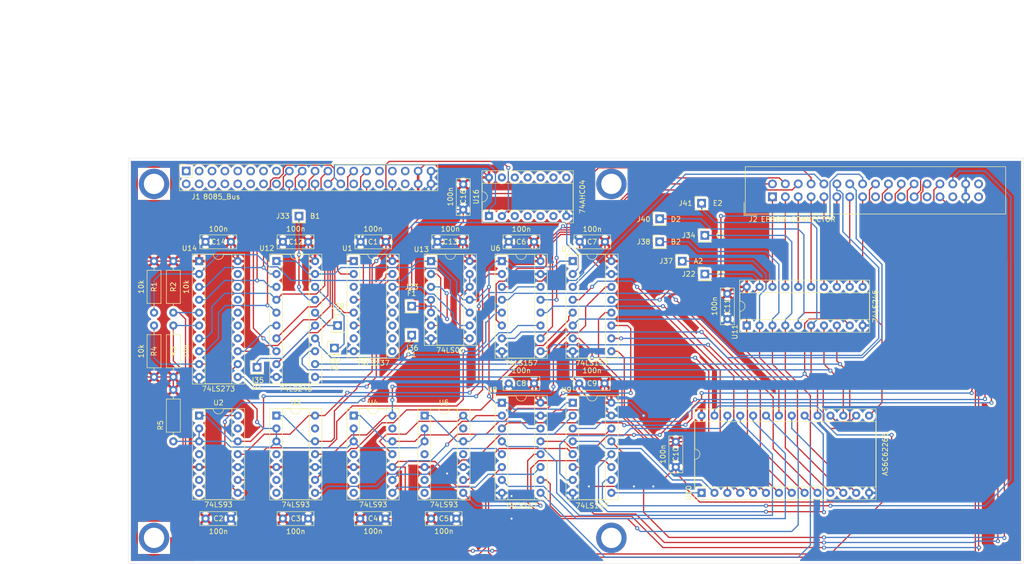
<source format=kicad_pcb>
(kicad_pcb (version 20171130) (host pcbnew "(5.1.5)-3")
  (layers (0 F.Cu signal) (31 B.Cu signal) (34 B.Paste user) (35 F.Paste user) (36 B.SilkS user) (37 F.SilkS user) (38 B.Mask user) (39 F.Mask user) (44 Edge.Cuts user))
  (net 0 "")
  (net 1 GND)
  (net 2 5V)
  (net 3 A4)
  (net 4 A0)
  (net 5 ~WR)
  (net 6 D6)
  (net 7 D7)
  (net 8 D4)
  (net 9 D5)
  (net 10 D2)
  (net 11 D3)
  (net 12 D0)
  (net 13 D1)
  (net 14 SA0)
  (net 15 SA1)
  (net 16 SA2)
  (net 17 SA3)
  (net 18 SA4)
  (net 19 SA5)
  (net 20 SA6)
  (net 21 SA7)
  (net 22 SA8)
  (net 23 SA9)
  (net 24 SA10)
  (net 25 SA11)
  (net 26 SA12)
  (net 27 SA13)
  (net 28 SA14)
  (net 29 ~SCE)
  (net 30 ~SOE)
  (net 31 SD7)
  (net 32 SD6)
  (net 33 SD5)
  (net 34 SD4)
  (net 35 SD3)
  (net 36 SD2)
  (net 37 SD1)
  (net 38 SD0)
  (net 39 ~Program)
  (net 40 ~write)
  (net 41 ~select)
  (net 42 ADD_CLK)
  (net 43 RESET_E)
  (net 44 PGM_TGT)
  (net 45 EA0)
  (net 46 EA3)
  (net 47 EA1)
  (net 48 EA2)
  (net 49 EA4)
  (net 50 EA7)
  (net 51 EA5)
  (net 52 EA6)
  (net 53 EA8)
  (net 54 EA11)
  (net 55 EA9)
  (net 56 EA10)
  (net 57 EA12)
  (net 58 EA13)
  (net 59 EA14)
  (net 60 "Net-(U10-Pad9)")
  (net 61 "Net-(U10-Pad7)")
  (net 62 "Net-(U10-Pad10)")
  (net 63 "Net-(U10-Pad8)")
  (net 64 "Net-(U10-Pad5)")
  (net 65 "Net-(U10-Pad3)")
  (net 66 "Net-(U10-Pad6)")
  (net 67 "Net-(U10-Pad4)")
  (net 68 "Net-(U10-Pad24)")
  (net 69 "Net-(U10-Pad23)")
  (net 70 "Net-(U10-Pad25)")
  (net 71 "Net-(U10-Pad21)")
  (net 72 "Net-(U10-Pad26)")
  (net 73 "Net-(U10-Pad20)")
  (net 74 "Net-(U10-Pad2)")
  (net 75 "Net-(U10-Pad1)")
  (net 76 "Net-(U10-Pad19)")
  (net 77 "Net-(U10-Pad18)")
  (net 78 "Net-(U10-Pad17)")
  (net 79 "Net-(U13-Pad2)")
  (net 80 IO~MEM)
  (net 81 "Net-(U1-Pad4)")
  (net 82 A1)
  (net 83 ~DATA_PORT)
  (net 84 "Net-(U12-Pad1)")
  (net 85 "Net-(U13-Pad12)")
  (net 86 "Net-(J22-Pad1)")
  (net 87 "Net-(J32-Pad1)")
  (net 88 "Net-(J33-Pad1)")
  (net 89 "Net-(J34-Pad1)")
  (net 90 "Net-(J35-Pad1)")
  (net 91 "Net-(J36-Pad1)")
  (module Package_DIP:DIP-16_W7.62mm_Socket (layer F.Cu) (at 261.62 111.76)
    (fp_text reference U7 (at -1.27 -2.33) (layer F.SilkS))
    (fp_text value 74LS157 (at 3.81 20.11) (layer F.SilkS))
    (pad 16 thru_hole oval (at 7.62 0) (size 1.6 1.6) (drill 0.8) (layers *.Cu *.Mask) (net 2 5V))
    (pad 8 thru_hole oval (at 0 17.78) (size 1.6 1.6) (drill 0.8) (layers *.Cu *.Mask) (net 1 GND))
    (pad 15 thru_hole oval (at 7.62 2.54) (size 1.6 1.6) (drill 0.8) (layers *.Cu *.Mask) (net 1 GND))
    (pad 7 thru_hole oval (at 0 15.24) (size 1.6 1.6) (drill 0.8) (layers *.Cu *.Mask) (net 64 "Net-(U10-Pad5)"))
    (pad 14 thru_hole oval (at 7.62 5.08) (size 1.6 1.6) (drill 0.8) (layers *.Cu *.Mask) (net 50 EA7))
    (pad 6 thru_hole oval (at 0 12.7) (size 1.6 1.6) (drill 0.8) (layers *.Cu *.Mask) (net 19 SA5))
    (pad 13 thru_hole oval (at 7.62 7.62) (size 1.6 1.6) (drill 0.8) (layers *.Cu *.Mask) (net 21 SA7))
    (pad 5 thru_hole oval (at 0 10.16) (size 1.6 1.6) (drill 0.8) (layers *.Cu *.Mask) (net 51 EA5))
    (pad 12 thru_hole oval (at 7.62 10.16) (size 1.6 1.6) (drill 0.8) (layers *.Cu *.Mask) (net 65 "Net-(U10-Pad3)"))
    (pad 4 thru_hole oval (at 0 7.62) (size 1.6 1.6) (drill 0.8) (layers *.Cu *.Mask) (net 66 "Net-(U10-Pad6)"))
    (pad 11 thru_hole oval (at 7.62 12.7) (size 1.6 1.6) (drill 0.8) (layers *.Cu *.Mask) (net 52 EA6))
    (pad 3 thru_hole oval (at 0 5.08) (size 1.6 1.6) (drill 0.8) (layers *.Cu *.Mask) (net 18 SA4))
    (pad 10 thru_hole oval (at 7.62 15.24) (size 1.6 1.6) (drill 0.8) (layers *.Cu *.Mask) (net 20 SA6))
    (pad 2 thru_hole oval (at 0 2.54) (size 1.6 1.6) (drill 0.8) (layers *.Cu *.Mask) (net 49 EA4))
    (pad 9 thru_hole oval (at 7.62 17.78) (size 1.6 1.6) (drill 0.8) (layers *.Cu *.Mask) (net 67 "Net-(U10-Pad4)"))
    (pad 1 thru_hole rect (at 0 0) (size 1.6 1.6) (drill 0.8) (layers *.Cu *.Mask) (net 84 "Net-(U12-Pad1)"))
  )
  (module Connector_PinHeader_2.54mm:PinHeader_1x01_P2.54mm_Vertical (layer F.Cu) (at 278.765 107.95)
    (fp_text reference J38 (at -3.175 0) (layer F.SilkS))
    (fp_text value B2 (at 3.175 0) (layer F.SilkS))
    (pad 1 thru_hole rect (at 0 0) (size 1.7 1.7) (drill 1) (layers *.Cu *.Mask) (net 88 "Net-(J33-Pad1)"))
  )
  (module Package_DIP:DIP-28_W15.24mm_Socket (layer F.Cu) (at 287.02 157.48 90)
    (fp_text reference U10 (at 0 -2.54 90) (layer F.SilkS))
    (fp_text value AS6C62265 (at 7.62 36.195 90) (layer F.SilkS))
    (pad 28 thru_hole oval (at 15.24 0 90) (size 1.6 1.6) (drill 0.8) (layers *.Cu *.Mask) (net 2 5V))
    (pad 14 thru_hole oval (at 0 33.02 90) (size 1.6 1.6) (drill 0.8) (layers *.Cu *.Mask) (net 1 GND))
    (pad 27 thru_hole oval (at 15.24 2.54 90) (size 1.6 1.6) (drill 0.8) (layers *.Cu *.Mask) (net 40 ~write))
    (pad 13 thru_hole oval (at 0 30.48 90) (size 1.6 1.6) (drill 0.8) (layers *.Cu *.Mask) (net 89 "Net-(J34-Pad1)"))
    (pad 26 thru_hole oval (at 15.24 5.08 90) (size 1.6 1.6) (drill 0.8) (layers *.Cu *.Mask) (net 72 "Net-(U10-Pad26)"))
    (pad 12 thru_hole oval (at 0 27.94 90) (size 1.6 1.6) (drill 0.8) (layers *.Cu *.Mask) (net 88 "Net-(J33-Pad1)"))
    (pad 25 thru_hole oval (at 15.24 7.62 90) (size 1.6 1.6) (drill 0.8) (layers *.Cu *.Mask) (net 70 "Net-(U10-Pad25)"))
    (pad 11 thru_hole oval (at 0 25.4 90) (size 1.6 1.6) (drill 0.8) (layers *.Cu *.Mask) (net 87 "Net-(J32-Pad1)"))
    (pad 24 thru_hole oval (at 15.24 10.16 90) (size 1.6 1.6) (drill 0.8) (layers *.Cu *.Mask) (net 68 "Net-(U10-Pad24)"))
    (pad 10 thru_hole oval (at 0 22.86 90) (size 1.6 1.6) (drill 0.8) (layers *.Cu *.Mask) (net 62 "Net-(U10-Pad10)"))
    (pad 23 thru_hole oval (at 15.24 12.7 90) (size 1.6 1.6) (drill 0.8) (layers *.Cu *.Mask) (net 69 "Net-(U10-Pad23)"))
    (pad 9 thru_hole oval (at 0 20.32 90) (size 1.6 1.6) (drill 0.8) (layers *.Cu *.Mask) (net 60 "Net-(U10-Pad9)"))
    (pad 22 thru_hole oval (at 15.24 15.24 90) (size 1.6 1.6) (drill 0.8) (layers *.Cu *.Mask) (net 86 "Net-(J22-Pad1)"))
    (pad 8 thru_hole oval (at 0 17.78 90) (size 1.6 1.6) (drill 0.8) (layers *.Cu *.Mask) (net 63 "Net-(U10-Pad8)"))
    (pad 21 thru_hole oval (at 15.24 17.78 90) (size 1.6 1.6) (drill 0.8) (layers *.Cu *.Mask) (net 71 "Net-(U10-Pad21)"))
    (pad 7 thru_hole oval (at 0 15.24 90) (size 1.6 1.6) (drill 0.8) (layers *.Cu *.Mask) (net 61 "Net-(U10-Pad7)"))
    (pad 20 thru_hole oval (at 15.24 20.32 90) (size 1.6 1.6) (drill 0.8) (layers *.Cu *.Mask) (net 73 "Net-(U10-Pad20)"))
    (pad 6 thru_hole oval (at 0 12.7 90) (size 1.6 1.6) (drill 0.8) (layers *.Cu *.Mask) (net 66 "Net-(U10-Pad6)"))
    (pad 19 thru_hole oval (at 15.24 22.86 90) (size 1.6 1.6) (drill 0.8) (layers *.Cu *.Mask) (net 76 "Net-(U10-Pad19)"))
    (pad 5 thru_hole oval (at 0 10.16 90) (size 1.6 1.6) (drill 0.8) (layers *.Cu *.Mask) (net 64 "Net-(U10-Pad5)"))
    (pad 18 thru_hole oval (at 15.24 25.4 90) (size 1.6 1.6) (drill 0.8) (layers *.Cu *.Mask) (net 77 "Net-(U10-Pad18)"))
    (pad 4 thru_hole oval (at 0 7.62 90) (size 1.6 1.6) (drill 0.8) (layers *.Cu *.Mask) (net 67 "Net-(U10-Pad4)"))
    (pad 17 thru_hole oval (at 15.24 27.94 90) (size 1.6 1.6) (drill 0.8) (layers *.Cu *.Mask) (net 78 "Net-(U10-Pad17)"))
    (pad 3 thru_hole oval (at 0 5.08 90) (size 1.6 1.6) (drill 0.8) (layers *.Cu *.Mask) (net 65 "Net-(U10-Pad3)"))
    (pad 16 thru_hole oval (at 15.24 30.48 90) (size 1.6 1.6) (drill 0.8) (layers *.Cu *.Mask) (net 91 "Net-(J36-Pad1)"))
    (pad 2 thru_hole oval (at 0 2.54 90) (size 1.6 1.6) (drill 0.8) (layers *.Cu *.Mask) (net 74 "Net-(U10-Pad2)"))
    (pad 15 thru_hole oval (at 15.24 33.02 90) (size 1.6 1.6) (drill 0.8) (layers *.Cu *.Mask) (net 90 "Net-(J35-Pad1)"))
    (pad 1 thru_hole rect (at 0 0 90) (size 1.6 1.6) (drill 0.8) (layers *.Cu *.Mask) (net 75 "Net-(U10-Pad1)"))
  )
  (module Package_DIP:DIP-16_W7.62mm_Socket (layer F.Cu) (at 218.44 111.76)
    (fp_text reference U1 (at -1.27 -2.54) (layer F.SilkS))
    (fp_text value 74LS137 (at 3.81 20.11) (layer F.SilkS))
    (pad 16 thru_hole oval (at 7.62 0) (size 1.6 1.6) (drill 0.8) (layers *.Cu *.Mask) (net 2 5V))
    (pad 8 thru_hole oval (at 0 17.78) (size 1.6 1.6) (drill 0.8) (layers *.Cu *.Mask) (net 1 GND))
    (pad 15 thru_hole oval (at 7.62 2.54) (size 1.6 1.6) (drill 0.8) (layers *.Cu *.Mask) (net 44 PGM_TGT))
    (pad 7 thru_hole oval (at 0 15.24) (size 1.6 1.6) (drill 0.8) (layers *.Cu *.Mask))
    (pad 14 thru_hole oval (at 7.62 5.08) (size 1.6 1.6) (drill 0.8) (layers *.Cu *.Mask) (net 83 ~DATA_PORT))
    (pad 6 thru_hole oval (at 0 12.7) (size 1.6 1.6) (drill 0.8) (layers *.Cu *.Mask) (net 3 A4))
    (pad 13 thru_hole oval (at 7.62 7.62) (size 1.6 1.6) (drill 0.8) (layers *.Cu *.Mask))
    (pad 5 thru_hole oval (at 0 10.16) (size 1.6 1.6) (drill 0.8) (layers *.Cu *.Mask) (net 5 ~WR))
    (pad 12 thru_hole oval (at 7.62 10.16) (size 1.6 1.6) (drill 0.8) (layers *.Cu *.Mask))
    (pad 4 thru_hole oval (at 0 7.62) (size 1.6 1.6) (drill 0.8) (layers *.Cu *.Mask) (net 81 "Net-(U1-Pad4)"))
    (pad 11 thru_hole oval (at 7.62 12.7) (size 1.6 1.6) (drill 0.8) (layers *.Cu *.Mask))
    (pad 3 thru_hole oval (at 0 5.08) (size 1.6 1.6) (drill 0.8) (layers *.Cu *.Mask))
    (pad 10 thru_hole oval (at 7.62 15.24) (size 1.6 1.6) (drill 0.8) (layers *.Cu *.Mask))
    (pad 2 thru_hole oval (at 0 2.54) (size 1.6 1.6) (drill 0.8) (layers *.Cu *.Mask) (net 82 A1))
    (pad 9 thru_hole oval (at 7.62 17.78) (size 1.6 1.6) (drill 0.8) (layers *.Cu *.Mask))
    (pad 1 thru_hole rect (at 0 0) (size 1.6 1.6) (drill 0.8) (layers *.Cu *.Mask) (net 4 A0))
  )
  (module Package_DIP:DIP-14_W7.62mm_Socket (layer F.Cu) (at 245.11 102.87 90)
    (fp_text reference U16 (at 3.81 -2.54 90) (layer F.SilkS))
    (fp_text value 74AHC04 (at 3.81 18.415 270) (layer F.SilkS))
    (pad 14 thru_hole oval (at 7.62 0 90) (size 1.6 1.6) (drill 0.8) (layers *.Cu *.Mask) (net 2 5V))
    (pad 7 thru_hole oval (at 0 15.24 90) (size 1.6 1.6) (drill 0.8) (layers *.Cu *.Mask) (net 1 GND))
    (pad 13 thru_hole oval (at 7.62 2.54 90) (size 1.6 1.6) (drill 0.8) (layers *.Cu *.Mask))
    (pad 6 thru_hole oval (at 0 12.7 90) (size 1.6 1.6) (drill 0.8) (layers *.Cu *.Mask))
    (pad 12 thru_hole oval (at 7.62 5.08 90) (size 1.6 1.6) (drill 0.8) (layers *.Cu *.Mask))
    (pad 5 thru_hole oval (at 0 10.16 90) (size 1.6 1.6) (drill 0.8) (layers *.Cu *.Mask))
    (pad 11 thru_hole oval (at 7.62 7.62 90) (size 1.6 1.6) (drill 0.8) (layers *.Cu *.Mask))
    (pad 4 thru_hole oval (at 0 7.62 90) (size 1.6 1.6) (drill 0.8) (layers *.Cu *.Mask))
    (pad 10 thru_hole oval (at 7.62 10.16 90) (size 1.6 1.6) (drill 0.8) (layers *.Cu *.Mask))
    (pad 3 thru_hole oval (at 0 5.08 90) (size 1.6 1.6) (drill 0.8) (layers *.Cu *.Mask))
    (pad 9 thru_hole oval (at 7.62 12.7 90) (size 1.6 1.6) (drill 0.8) (layers *.Cu *.Mask))
    (pad 2 thru_hole oval (at 0 2.54 90) (size 1.6 1.6) (drill 0.8) (layers *.Cu *.Mask) (net 81 "Net-(U1-Pad4)"))
    (pad 8 thru_hole oval (at 7.62 15.24 90) (size 1.6 1.6) (drill 0.8) (layers *.Cu *.Mask))
    (pad 1 thru_hole rect (at 0 0 90) (size 1.6 1.6) (drill 0.8) (layers *.Cu *.Mask) (net 80 IO~MEM))
  )
  (module Connector_PinHeader_2.54mm:PinHeader_1x01_P2.54mm_Vertical (layer F.Cu) (at 287.02 100.33)
    (fp_text reference J41 (at -3.175 0) (layer F.SilkS))
    (fp_text value E2 (at 3.175 0) (layer F.SilkS))
    (pad 1 thru_hole rect (at 0 0) (size 1.7 1.7) (drill 1) (layers *.Cu *.Mask) (net 91 "Net-(J36-Pad1)"))
  )
  (module Connector_PinHeader_2.54mm:PinHeader_1x01_P2.54mm_Vertical (layer F.Cu) (at 278.765 103.405001)
    (fp_text reference J40 (at -3.175 0.099999) (layer F.SilkS))
    (fp_text value D2 (at 3.175 0.099999) (layer F.SilkS))
    (pad 1 thru_hole rect (at 0 0) (size 1.7 1.7) (drill 1) (layers *.Cu *.Mask) (net 90 "Net-(J35-Pad1)"))
  )
  (module Connector_PinHeader_2.54mm:PinHeader_1x01_P2.54mm_Vertical (layer F.Cu) (at 215.265 124.46)
    (fp_text reference J39 (at 0 -3.81) (layer F.SilkS))
    (fp_text value C2 (at 0 -2.54) (layer F.SilkS))
    (pad 1 thru_hole rect (at 0 0) (size 1.7 1.7) (drill 1) (layers *.Cu *.Mask) (net 89 "Net-(J34-Pad1)"))
  )
  (module Connector_PinHeader_2.54mm:PinHeader_1x01_P2.54mm_Vertical (layer F.Cu) (at 283.21 111.76)
    (fp_text reference J37 (at -3.175 0) (layer F.SilkS))
    (fp_text value A2 (at 3.175 0) (layer F.SilkS))
    (pad 1 thru_hole rect (at 0 0) (size 1.7 1.7) (drill 1) (layers *.Cu *.Mask) (net 87 "Net-(J32-Pad1)"))
  )
  (module Connector_PinHeader_2.54mm:PinHeader_1x01_P2.54mm_Vertical (layer F.Cu) (at 229.87 126.365)
    (fp_text reference J36 (at 0 2.54) (layer F.SilkS))
    (fp_text value E1 (at 0 3.81) (layer F.SilkS))
    (pad 1 thru_hole rect (at 0 0) (size 1.7 1.7) (drill 1) (layers *.Cu *.Mask) (net 91 "Net-(J36-Pad1)"))
  )
  (module Connector_PinHeader_2.54mm:PinHeader_1x01_P2.54mm_Vertical (layer F.Cu) (at 199.39 132.715)
    (fp_text reference J35 (at 0 2.54) (layer F.SilkS))
    (fp_text value D1 (at 0 3.81) (layer F.SilkS))
    (pad 1 thru_hole rect (at 0 0) (size 1.7 1.7) (drill 1) (layers *.Cu *.Mask) (net 90 "Net-(J35-Pad1)"))
  )
  (module Connector_PinHeader_2.54mm:PinHeader_1x01_P2.54mm_Vertical (layer F.Cu) (at 287.655 106.68)
    (fp_text reference J34 (at -3.175 0) (layer F.SilkS))
    (fp_text value C1 (at 3.175 0) (layer F.SilkS))
    (pad 1 thru_hole rect (at 0 0) (size 1.7 1.7) (drill 1) (layers *.Cu *.Mask) (net 89 "Net-(J34-Pad1)"))
  )
  (module Connector_PinHeader_2.54mm:PinHeader_1x01_P2.54mm_Vertical (layer F.Cu) (at 207.645 102.87)
    (fp_text reference J33 (at -3.175 0) (layer F.SilkS))
    (fp_text value B1 (at 3.175 0) (layer F.SilkS))
    (pad 1 thru_hole rect (at 0 0) (size 1.7 1.7) (drill 1) (layers *.Cu *.Mask) (net 88 "Net-(J33-Pad1)"))
  )
  (module Connector_PinHeader_2.54mm:PinHeader_1x01_P2.54mm_Vertical (layer F.Cu) (at 214.63 128.905)
    (fp_text reference J32 (at 0 2.54) (layer F.SilkS))
    (fp_text value A1 (at 0 3.81) (layer F.SilkS))
    (pad 1 thru_hole rect (at 0 0) (size 1.7 1.7) (drill 1) (layers *.Cu *.Mask) (net 87 "Net-(J32-Pad1)"))
  )
  (module Connector_PinHeader_2.54mm:PinHeader_1x01_P2.54mm_Vertical (layer F.Cu) (at 229.87 120.65)
    (fp_text reference J23 (at 0 -3.81) (layer F.SilkS))
    (fp_text value F1 (at 0 -2.54) (layer F.SilkS))
    (pad 1 thru_hole rect (at 0 0) (size 1.7 1.7) (drill 1) (layers *.Cu *.Mask) (net 86 "Net-(J22-Pad1)"))
  )
  (module Connector_PinHeader_2.54mm:PinHeader_1x01_P2.54mm_Vertical (layer F.Cu) (at 287.655 114.3)
    (fp_text reference J22 (at -3.175 0) (layer F.SilkS))
    (fp_text value F2 (at 3.175 0) (layer F.SilkS))
    (pad 1 thru_hole rect (at 0 0) (size 1.7 1.7) (drill 1) (layers *.Cu *.Mask) (net 86 "Net-(J22-Pad1)"))
  )
  (module Capacitor_THT:C_Rect_L7.0mm_W2.5mm_P5.00mm (layer F.Cu) (at 234.95 107.95)
    (fp_text reference C13 (at 2.54 0) (layer F.SilkS))
    (fp_text value 100n (at 2.54 -2.54) (layer F.SilkS))
    (pad 2 thru_hole circle (at 5 0) (size 1.6 1.6) (drill 0.8) (layers *.Cu *.Mask) (net 2 5V))
    (pad 1 thru_hole circle (at 0 0) (size 1.6 1.6) (drill 0.8) (layers *.Cu *.Mask) (net 1 GND))
  )
  (module Capacitor_THT:C_Rect_L7.0mm_W2.5mm_P5.00mm (layer F.Cu) (at 281.94 152.4 90)
    (fp_text reference C10 (at 2.54 0 90) (layer F.SilkS))
    (fp_text value 100n (at 2.54 -2.54 90) (layer F.SilkS))
    (pad 2 thru_hole circle (at 5 0 90) (size 1.6 1.6) (drill 0.8) (layers *.Cu *.Mask) (net 2 5V))
    (pad 1 thru_hole circle (at 0 0 90) (size 1.6 1.6) (drill 0.8) (layers *.Cu *.Mask) (net 1 GND))
  )
  (module Capacitor_THT:C_Rect_L7.0mm_W2.5mm_P5.00mm (layer F.Cu) (at 204.47 107.95)
    (fp_text reference C12 (at 2.54 0) (layer F.SilkS))
    (fp_text value 100n (at 2.54 -2.54) (layer F.SilkS))
    (pad 2 thru_hole circle (at 5 0) (size 1.6 1.6) (drill 0.8) (layers *.Cu *.Mask) (net 2 5V))
    (pad 1 thru_hole circle (at 0 0) (size 1.6 1.6) (drill 0.8) (layers *.Cu *.Mask) (net 1 GND))
  )
  (module Resistor_THT:R_Axial_DIN0207_L6.3mm_D2.5mm_P10.16mm_Horizontal (layer F.Cu) (at 182.88 134.62 90)
    (fp_text reference R3 (at 5.08 0 90) (layer F.SilkS))
    (fp_text value 10k (at 5.08 2.54 90) (layer F.SilkS))
    (pad 2 thru_hole oval (at 10.16 0 90) (size 1.6 1.6) (drill 0.8) (layers *.Cu *.Mask) (net 41 ~select))
    (pad 1 thru_hole circle (at 0 0 90) (size 1.6 1.6) (drill 0.8) (layers *.Cu *.Mask) (net 2 5V))
  )
  (module Capacitor_THT:C_Rect_L7.0mm_W2.5mm_P5.00mm (layer F.Cu) (at 233.68 162.56)
    (fp_text reference C5 (at 2.54 0) (layer F.SilkS))
    (fp_text value 100n (at 2.54 2.5) (layer F.SilkS))
    (pad 2 thru_hole circle (at 5 0) (size 1.6 1.6) (drill 0.8) (layers *.Cu *.Mask) (net 1 GND))
    (pad 1 thru_hole circle (at 0 0) (size 1.6 1.6) (drill 0.8) (layers *.Cu *.Mask) (net 2 5V))
  )
  (module Resistor_THT:R_Axial_DIN0207_L6.3mm_D2.5mm_P10.16mm_Horizontal (layer F.Cu) (at 179.07 111.76 270)
    (fp_text reference R1 (at 5.08 0 90) (layer F.SilkS))
    (fp_text value 10k (at 5.08 2.54 90) (layer F.SilkS))
    (pad 2 thru_hole oval (at 10.16 0 270) (size 1.6 1.6) (drill 0.8) (layers *.Cu *.Mask) (net 39 ~Program))
    (pad 1 thru_hole circle (at 0 0 270) (size 1.6 1.6) (drill 0.8) (layers *.Cu *.Mask) (net 2 5V))
  )
  (module Capacitor_THT:C_Rect_L7.0mm_W2.5mm_P5.00mm (layer F.Cu) (at 254 107.95 180)
    (fp_text reference C6 (at 2.54 0) (layer F.SilkS))
    (fp_text value 100n (at 2.5 2.5) (layer F.SilkS))
    (pad 2 thru_hole circle (at 5 0 180) (size 1.6 1.6) (drill 0.8) (layers *.Cu *.Mask) (net 1 GND))
    (pad 1 thru_hole circle (at 0 0 180) (size 1.6 1.6) (drill 0.8) (layers *.Cu *.Mask) (net 2 5V))
  )
  (module Capacitor_THT:C_Rect_L7.0mm_W2.5mm_P5.00mm (layer F.Cu) (at 219.71 162.56)
    (fp_text reference C4 (at 2.54 0) (layer F.SilkS))
    (fp_text value 100n (at 2.54 2.5) (layer F.SilkS))
    (pad 2 thru_hole circle (at 5 0) (size 1.6 1.6) (drill 0.8) (layers *.Cu *.Mask) (net 1 GND))
    (pad 1 thru_hole circle (at 0 0) (size 1.6 1.6) (drill 0.8) (layers *.Cu *.Mask) (net 2 5V))
  )
  (module Resistor_THT:R_Axial_DIN0207_L6.3mm_D2.5mm_P10.16mm_Horizontal (layer F.Cu) (at 179.07 134.62 90)
    (fp_text reference R4 (at 5.08 0 90) (layer F.SilkS))
    (fp_text value 10k (at 5.08 -2.54 90) (layer F.SilkS))
    (pad 2 thru_hole oval (at 10.16 0 90) (size 1.6 1.6) (drill 0.8) (layers *.Cu *.Mask) (net 42 ADD_CLK))
    (pad 1 thru_hole circle (at 0 0 90) (size 1.6 1.6) (drill 0.8) (layers *.Cu *.Mask) (net 2 5V))
  )
  (module Resistor_THT:R_Axial_DIN0207_L6.3mm_D2.5mm_P10.16mm_Horizontal (layer F.Cu) (at 182.88 137.16 270)
    (fp_text reference R5 (at 6.985 2.54 90) (layer F.SilkS))
    (fp_text value 10k)
    (pad 2 thru_hole oval (at 10.16 0 270) (size 1.6 1.6) (drill 0.8) (layers *.Cu *.Mask) (net 43 RESET_E))
    (pad 1 thru_hole circle (at 0 0 270) (size 1.6 1.6) (drill 0.8) (layers *.Cu *.Mask) (net 2 5V))
  )
  (module Capacitor_THT:C_Rect_L7.0mm_W2.5mm_P5.00mm (layer F.Cu) (at 262.89 135.89)
    (fp_text reference C9 (at 2.54 0) (layer F.SilkS))
    (fp_text value 100n (at 2.54 -2.54) (layer F.SilkS))
    (pad 2 thru_hole circle (at 5 0) (size 1.6 1.6) (drill 0.8) (layers *.Cu *.Mask) (net 2 5V))
    (pad 1 thru_hole circle (at 0 0) (size 1.6 1.6) (drill 0.8) (layers *.Cu *.Mask) (net 1 GND))
  )
  (module Capacitor_THT:C_Rect_L7.0mm_W2.5mm_P5.00mm (layer F.Cu) (at 292.1 123.19 90)
    (fp_text reference C11 (at 2.54 0 90) (layer F.SilkS))
    (fp_text value 100n (at 2.54 -2.54 90) (layer F.SilkS))
    (pad 2 thru_hole circle (at 5 0 90) (size 1.6 1.6) (drill 0.8) (layers *.Cu *.Mask) (net 2 5V))
    (pad 1 thru_hole circle (at 0 0 90) (size 1.6 1.6) (drill 0.8) (layers *.Cu *.Mask) (net 1 GND))
  )
  (module Capacitor_THT:C_Rect_L7.0mm_W2.5mm_P5.00mm (layer F.Cu) (at 189.23 107.95)
    (fp_text reference C14 (at 2.54 0) (layer F.SilkS))
    (fp_text value 100n (at 2.54 -2.54) (layer F.SilkS))
    (pad 2 thru_hole circle (at 5 0) (size 1.6 1.6) (drill 0.8) (layers *.Cu *.Mask) (net 2 5V))
    (pad 1 thru_hole circle (at 0 0) (size 1.6 1.6) (drill 0.8) (layers *.Cu *.Mask) (net 1 GND))
  )
  (module Capacitor_THT:C_Rect_L7.0mm_W2.5mm_P5.00mm (layer F.Cu) (at 240.03 101.6 90)
    (fp_text reference C16 (at 2.54 0 90) (layer F.SilkS))
    (fp_text value 100n (at 2.54 -2.54 90) (layer F.SilkS))
    (pad 2 thru_hole circle (at 5 0 90) (size 1.6 1.6) (drill 0.8) (layers *.Cu *.Mask) (net 2 5V))
    (pad 1 thru_hole circle (at 0 0 90) (size 1.6 1.6) (drill 0.8) (layers *.Cu *.Mask) (net 1 GND))
  )
  (module Capacitor_THT:C_Rect_L7.0mm_W2.5mm_P5.00mm (layer F.Cu) (at 254 135.89 180)
    (fp_text reference C8 (at 2.54 0) (layer F.SilkS))
    (fp_text value 100n (at 2.54 2.54) (layer F.SilkS))
    (pad 2 thru_hole circle (at 5 0 180) (size 1.6 1.6) (drill 0.8) (layers *.Cu *.Mask) (net 1 GND))
    (pad 1 thru_hole circle (at 0 0 180) (size 1.6 1.6) (drill 0.8) (layers *.Cu *.Mask) (net 2 5V))
  )
  (module Capacitor_THT:C_Rect_L7.0mm_W2.5mm_P5.00mm (layer F.Cu) (at 267.97 107.95 180)
    (fp_text reference C7 (at 2.54 0) (layer F.SilkS))
    (fp_text value 100n (at 2.5 2.5) (layer F.SilkS))
    (pad 2 thru_hole circle (at 5 0 180) (size 1.6 1.6) (drill 0.8) (layers *.Cu *.Mask) (net 1 GND))
    (pad 1 thru_hole circle (at 0 0 180) (size 1.6 1.6) (drill 0.8) (layers *.Cu *.Mask) (net 2 5V))
  )
  (module Resistor_THT:R_Axial_DIN0207_L6.3mm_D2.5mm_P10.16mm_Horizontal (layer F.Cu) (at 182.88 111.76 270)
    (fp_text reference R2 (at 5.08 0 90) (layer F.SilkS))
    (fp_text value 10k (at 5.08 -2.54 90) (layer F.SilkS))
    (pad 2 thru_hole oval (at 10.16 0 270) (size 1.6 1.6) (drill 0.8) (layers *.Cu *.Mask) (net 40 ~write))
    (pad 1 thru_hole circle (at 0 0 270) (size 1.6 1.6) (drill 0.8) (layers *.Cu *.Mask) (net 2 5V))
  )
  (module Package_DIP:DIP-20_W7.62mm_Socket (layer F.Cu) (at 187.96 111.76)
    (fp_text reference U14 (at -1.905 -2.54) (layer F.SilkS))
    (fp_text value 74LS273 (at 3.81 25.19) (layer F.SilkS))
    (pad 20 thru_hole oval (at 7.62 0) (size 1.6 1.6) (drill 0.8) (layers *.Cu *.Mask) (net 2 5V))
    (pad 10 thru_hole oval (at 0 22.86) (size 1.6 1.6) (drill 0.8) (layers *.Cu *.Mask) (net 1 GND))
    (pad 19 thru_hole oval (at 7.62 2.54) (size 1.6 1.6) (drill 0.8) (layers *.Cu *.Mask))
    (pad 9 thru_hole oval (at 0 20.32) (size 1.6 1.6) (drill 0.8) (layers *.Cu *.Mask) (net 42 ADD_CLK))
    (pad 18 thru_hole oval (at 7.62 5.08) (size 1.6 1.6) (drill 0.8) (layers *.Cu *.Mask))
    (pad 8 thru_hole oval (at 0 17.78) (size 1.6 1.6) (drill 0.8) (layers *.Cu *.Mask) (net 11 D3))
    (pad 17 thru_hole oval (at 7.62 7.62) (size 1.6 1.6) (drill 0.8) (layers *.Cu *.Mask))
    (pad 7 thru_hole oval (at 0 15.24) (size 1.6 1.6) (drill 0.8) (layers *.Cu *.Mask) (net 10 D2))
    (pad 16 thru_hole oval (at 7.62 10.16) (size 1.6 1.6) (drill 0.8) (layers *.Cu *.Mask))
    (pad 6 thru_hole oval (at 0 12.7) (size 1.6 1.6) (drill 0.8) (layers *.Cu *.Mask) (net 41 ~select))
    (pad 15 thru_hole oval (at 7.62 12.7) (size 1.6 1.6) (drill 0.8) (layers *.Cu *.Mask))
    (pad 5 thru_hole oval (at 0 10.16) (size 1.6 1.6) (drill 0.8) (layers *.Cu *.Mask) (net 40 ~write))
    (pad 14 thru_hole oval (at 7.62 15.24) (size 1.6 1.6) (drill 0.8) (layers *.Cu *.Mask))
    (pad 4 thru_hole oval (at 0 7.62) (size 1.6 1.6) (drill 0.8) (layers *.Cu *.Mask) (net 13 D1))
    (pad 13 thru_hole oval (at 7.62 17.78) (size 1.6 1.6) (drill 0.8) (layers *.Cu *.Mask) (net 8 D4))
    (pad 3 thru_hole oval (at 0 5.08) (size 1.6 1.6) (drill 0.8) (layers *.Cu *.Mask) (net 12 D0))
    (pad 12 thru_hole oval (at 7.62 20.32) (size 1.6 1.6) (drill 0.8) (layers *.Cu *.Mask) (net 43 RESET_E))
    (pad 2 thru_hole oval (at 0 2.54) (size 1.6 1.6) (drill 0.8) (layers *.Cu *.Mask) (net 39 ~Program))
    (pad 11 thru_hole oval (at 7.62 22.86) (size 1.6 1.6) (drill 0.8) (layers *.Cu *.Mask) (net 44 PGM_TGT))
    (pad 1 thru_hole rect (at 0 0) (size 1.6 1.6) (drill 0.8) (layers *.Cu *.Mask) (net 2 5V))
  )
  (module Package_DIP:DIP-14_W7.62mm_Socket (layer F.Cu) (at 233.68 111.76)
    (fp_text reference U13 (at -1.905 -2.33) (layer F.SilkS))
    (fp_text value 74LS00 (at 3.81 17.57) (layer F.SilkS))
    (pad 14 thru_hole oval (at 7.62 0) (size 1.6 1.6) (drill 0.8) (layers *.Cu *.Mask) (net 2 5V))
    (pad 7 thru_hole oval (at 0 15.24) (size 1.6 1.6) (drill 0.8) (layers *.Cu *.Mask) (net 1 GND))
    (pad 13 thru_hole oval (at 7.62 2.54) (size 1.6 1.6) (drill 0.8) (layers *.Cu *.Mask) (net 85 "Net-(U13-Pad12)"))
    (pad 6 thru_hole oval (at 0 12.7) (size 1.6 1.6) (drill 0.8) (layers *.Cu *.Mask) (net 79 "Net-(U13-Pad2)"))
    (pad 12 thru_hole oval (at 7.62 5.08) (size 1.6 1.6) (drill 0.8) (layers *.Cu *.Mask) (net 85 "Net-(U13-Pad12)"))
    (pad 5 thru_hole oval (at 0 10.16) (size 1.6 1.6) (drill 0.8) (layers *.Cu *.Mask) (net 30 ~SOE))
    (pad 11 thru_hole oval (at 7.62 7.62) (size 1.6 1.6) (drill 0.8) (layers *.Cu *.Mask) (net 84 "Net-(U12-Pad1)"))
    (pad 4 thru_hole oval (at 0 7.62) (size 1.6 1.6) (drill 0.8) (layers *.Cu *.Mask) (net 30 ~SOE))
    (pad 10 thru_hole oval (at 7.62 10.16) (size 1.6 1.6) (drill 0.8) (layers *.Cu *.Mask) (net 39 ~Program))
    (pad 3 thru_hole oval (at 0 5.08) (size 1.6 1.6) (drill 0.8) (layers *.Cu *.Mask) (net 86 "Net-(J22-Pad1)"))
    (pad 9 thru_hole oval (at 7.62 12.7) (size 1.6 1.6) (drill 0.8) (layers *.Cu *.Mask) (net 83 ~DATA_PORT))
    (pad 2 thru_hole oval (at 0 2.54) (size 1.6 1.6) (drill 0.8) (layers *.Cu *.Mask) (net 79 "Net-(U13-Pad2)"))
    (pad 8 thru_hole oval (at 7.62 15.24) (size 1.6 1.6) (drill 0.8) (layers *.Cu *.Mask) (net 85 "Net-(U13-Pad12)"))
    (pad 1 thru_hole rect (at 0 0) (size 1.6 1.6) (drill 0.8) (layers *.Cu *.Mask) (net 84 "Net-(U12-Pad1)"))
  )
  (module Package_DIP:DIP-20_W7.62mm_Socket (layer F.Cu) (at 203.2 111.76)
    (fp_text reference U12 (at -1.905 -2.54) (layer F.SilkS))
    (fp_text value 74LS245 (at 3.81 25.19) (layer F.SilkS))
    (pad 20 thru_hole oval (at 7.62 0) (size 1.6 1.6) (drill 0.8) (layers *.Cu *.Mask) (net 2 5V))
    (pad 10 thru_hole oval (at 0 22.86) (size 1.6 1.6) (drill 0.8) (layers *.Cu *.Mask) (net 1 GND))
    (pad 19 thru_hole oval (at 7.62 2.54) (size 1.6 1.6) (drill 0.8) (layers *.Cu *.Mask) (net 84 "Net-(U12-Pad1)"))
    (pad 9 thru_hole oval (at 0 20.32) (size 1.6 1.6) (drill 0.8) (layers *.Cu *.Mask) (net 7 D7))
    (pad 18 thru_hole oval (at 7.62 5.08) (size 1.6 1.6) (drill 0.8) (layers *.Cu *.Mask) (net 87 "Net-(J32-Pad1)"))
    (pad 8 thru_hole oval (at 0 17.78) (size 1.6 1.6) (drill 0.8) (layers *.Cu *.Mask) (net 6 D6))
    (pad 17 thru_hole oval (at 7.62 7.62) (size 1.6 1.6) (drill 0.8) (layers *.Cu *.Mask) (net 88 "Net-(J33-Pad1)"))
    (pad 7 thru_hole oval (at 0 15.24) (size 1.6 1.6) (drill 0.8) (layers *.Cu *.Mask) (net 9 D5))
    (pad 16 thru_hole oval (at 7.62 10.16) (size 1.6 1.6) (drill 0.8) (layers *.Cu *.Mask) (net 89 "Net-(J34-Pad1)"))
    (pad 6 thru_hole oval (at 0 12.7) (size 1.6 1.6) (drill 0.8) (layers *.Cu *.Mask) (net 8 D4))
    (pad 15 thru_hole oval (at 7.62 12.7) (size 1.6 1.6) (drill 0.8) (layers *.Cu *.Mask) (net 90 "Net-(J35-Pad1)"))
    (pad 5 thru_hole oval (at 0 10.16) (size 1.6 1.6) (drill 0.8) (layers *.Cu *.Mask) (net 11 D3))
    (pad 14 thru_hole oval (at 7.62 15.24) (size 1.6 1.6) (drill 0.8) (layers *.Cu *.Mask) (net 91 "Net-(J36-Pad1)"))
    (pad 4 thru_hole oval (at 0 7.62) (size 1.6 1.6) (drill 0.8) (layers *.Cu *.Mask) (net 10 D2))
    (pad 13 thru_hole oval (at 7.62 17.78) (size 1.6 1.6) (drill 0.8) (layers *.Cu *.Mask) (net 78 "Net-(U10-Pad17)"))
    (pad 3 thru_hole oval (at 0 5.08) (size 1.6 1.6) (drill 0.8) (layers *.Cu *.Mask) (net 13 D1))
    (pad 12 thru_hole oval (at 7.62 20.32) (size 1.6 1.6) (drill 0.8) (layers *.Cu *.Mask) (net 77 "Net-(U10-Pad18)"))
    (pad 2 thru_hole oval (at 0 2.54) (size 1.6 1.6) (drill 0.8) (layers *.Cu *.Mask) (net 12 D0))
    (pad 11 thru_hole oval (at 7.62 22.86) (size 1.6 1.6) (drill 0.8) (layers *.Cu *.Mask) (net 76 "Net-(U10-Pad19)"))
    (pad 1 thru_hole rect (at 0 0) (size 1.6 1.6) (drill 0.8) (layers *.Cu *.Mask) (net 84 "Net-(U12-Pad1)"))
  )
  (module Package_DIP:DIP-20_W7.62mm_Socket (layer F.Cu) (at 295.91 124.46 90)
    (fp_text reference U11 (at -1.27 -2.33 90) (layer F.SilkS))
    (fp_text value 74LS245 (at 3.81 25.4 270) (layer F.SilkS))
    (pad 20 thru_hole oval (at 7.62 0 90) (size 1.6 1.6) (drill 0.8) (layers *.Cu *.Mask) (net 2 5V))
    (pad 10 thru_hole oval (at 0 22.86 90) (size 1.6 1.6) (drill 0.8) (layers *.Cu *.Mask) (net 1 GND))
    (pad 19 thru_hole oval (at 7.62 2.54 90) (size 1.6 1.6) (drill 0.8) (layers *.Cu *.Mask) (net 86 "Net-(J22-Pad1)"))
    (pad 9 thru_hole oval (at 0 20.32 90) (size 1.6 1.6) (drill 0.8) (layers *.Cu *.Mask) (net 76 "Net-(U10-Pad19)"))
    (pad 18 thru_hole oval (at 7.62 5.08 90) (size 1.6 1.6) (drill 0.8) (layers *.Cu *.Mask) (net 38 SD0))
    (pad 8 thru_hole oval (at 0 17.78 90) (size 1.6 1.6) (drill 0.8) (layers *.Cu *.Mask) (net 77 "Net-(U10-Pad18)"))
    (pad 17 thru_hole oval (at 7.62 7.62 90) (size 1.6 1.6) (drill 0.8) (layers *.Cu *.Mask) (net 37 SD1))
    (pad 7 thru_hole oval (at 0 15.24 90) (size 1.6 1.6) (drill 0.8) (layers *.Cu *.Mask) (net 78 "Net-(U10-Pad17)"))
    (pad 16 thru_hole oval (at 7.62 10.16 90) (size 1.6 1.6) (drill 0.8) (layers *.Cu *.Mask) (net 36 SD2))
    (pad 6 thru_hole oval (at 0 12.7 90) (size 1.6 1.6) (drill 0.8) (layers *.Cu *.Mask) (net 91 "Net-(J36-Pad1)"))
    (pad 15 thru_hole oval (at 7.62 12.7 90) (size 1.6 1.6) (drill 0.8) (layers *.Cu *.Mask) (net 35 SD3))
    (pad 5 thru_hole oval (at 0 10.16 90) (size 1.6 1.6) (drill 0.8) (layers *.Cu *.Mask) (net 90 "Net-(J35-Pad1)"))
    (pad 14 thru_hole oval (at 7.62 15.24 90) (size 1.6 1.6) (drill 0.8) (layers *.Cu *.Mask) (net 34 SD4))
    (pad 4 thru_hole oval (at 0 7.62 90) (size 1.6 1.6) (drill 0.8) (layers *.Cu *.Mask) (net 89 "Net-(J34-Pad1)"))
    (pad 13 thru_hole oval (at 7.62 17.78 90) (size 1.6 1.6) (drill 0.8) (layers *.Cu *.Mask) (net 33 SD5))
    (pad 3 thru_hole oval (at 0 5.08 90) (size 1.6 1.6) (drill 0.8) (layers *.Cu *.Mask) (net 88 "Net-(J33-Pad1)"))
    (pad 12 thru_hole oval (at 7.62 20.32 90) (size 1.6 1.6) (drill 0.8) (layers *.Cu *.Mask) (net 32 SD6))
    (pad 2 thru_hole oval (at 0 2.54 90) (size 1.6 1.6) (drill 0.8) (layers *.Cu *.Mask) (net 87 "Net-(J32-Pad1)"))
    (pad 11 thru_hole oval (at 7.62 22.86 90) (size 1.6 1.6) (drill 0.8) (layers *.Cu *.Mask) (net 31 SD7))
    (pad 1 thru_hole rect (at 0 0 90) (size 1.6 1.6) (drill 0.8) (layers *.Cu *.Mask) (net 86 "Net-(J22-Pad1)"))
  )
  (module Package_DIP:DIP-16_W7.62mm_Socket (layer F.Cu) (at 247.65 111.76)
    (fp_text reference U6 (at -1.27 -2.54) (layer F.SilkS))
    (fp_text value 74LS157 (at 3.81 20.11) (layer F.SilkS))
    (pad 16 thru_hole oval (at 7.62 0) (size 1.6 1.6) (drill 0.8) (layers *.Cu *.Mask) (net 2 5V))
    (pad 8 thru_hole oval (at 0 17.78) (size 1.6 1.6) (drill 0.8) (layers *.Cu *.Mask) (net 1 GND))
    (pad 15 thru_hole oval (at 7.62 2.54) (size 1.6 1.6) (drill 0.8) (layers *.Cu *.Mask) (net 1 GND))
    (pad 7 thru_hole oval (at 0 15.24) (size 1.6 1.6) (drill 0.8) (layers *.Cu *.Mask) (net 60 "Net-(U10-Pad9)"))
    (pad 14 thru_hole oval (at 7.62 5.08) (size 1.6 1.6) (drill 0.8) (layers *.Cu *.Mask) (net 46 EA3))
    (pad 6 thru_hole oval (at 0 12.7) (size 1.6 1.6) (drill 0.8) (layers *.Cu *.Mask) (net 15 SA1))
    (pad 13 thru_hole oval (at 7.62 7.62) (size 1.6 1.6) (drill 0.8) (layers *.Cu *.Mask) (net 17 SA3))
    (pad 5 thru_hole oval (at 0 10.16) (size 1.6 1.6) (drill 0.8) (layers *.Cu *.Mask) (net 47 EA1))
    (pad 12 thru_hole oval (at 7.62 10.16) (size 1.6 1.6) (drill 0.8) (layers *.Cu *.Mask) (net 61 "Net-(U10-Pad7)"))
    (pad 4 thru_hole oval (at 0 7.62) (size 1.6 1.6) (drill 0.8) (layers *.Cu *.Mask) (net 62 "Net-(U10-Pad10)"))
    (pad 11 thru_hole oval (at 7.62 12.7) (size 1.6 1.6) (drill 0.8) (layers *.Cu *.Mask) (net 48 EA2))
    (pad 3 thru_hole oval (at 0 5.08) (size 1.6 1.6) (drill 0.8) (layers *.Cu *.Mask) (net 14 SA0))
    (pad 10 thru_hole oval (at 7.62 15.24) (size 1.6 1.6) (drill 0.8) (layers *.Cu *.Mask) (net 16 SA2))
    (pad 2 thru_hole oval (at 0 2.54) (size 1.6 1.6) (drill 0.8) (layers *.Cu *.Mask) (net 45 EA0))
    (pad 9 thru_hole oval (at 7.62 17.78) (size 1.6 1.6) (drill 0.8) (layers *.Cu *.Mask) (net 63 "Net-(U10-Pad8)"))
    (pad 1 thru_hole rect (at 0 0) (size 1.6 1.6) (drill 0.8) (layers *.Cu *.Mask) (net 84 "Net-(U12-Pad1)"))
  )
  (module Package_DIP:DIP-16_W7.62mm_Socket (layer F.Cu) (at 261.62 139.7)
    (fp_text reference U9 (at -1.27 -2.54) (layer F.SilkS))
    (fp_text value 74LS157 (at 3.81 20.32 180) (layer F.SilkS))
    (pad 16 thru_hole oval (at 7.62 0) (size 1.6 1.6) (drill 0.8) (layers *.Cu *.Mask) (net 2 5V))
    (pad 8 thru_hole oval (at 0 17.78) (size 1.6 1.6) (drill 0.8) (layers *.Cu *.Mask) (net 1 GND))
    (pad 15 thru_hole oval (at 7.62 2.54) (size 1.6 1.6) (drill 0.8) (layers *.Cu *.Mask) (net 1 GND))
    (pad 7 thru_hole oval (at 0 15.24) (size 1.6 1.6) (drill 0.8) (layers *.Cu *.Mask) (net 72 "Net-(U10-Pad26)"))
    (pad 14 thru_hole oval (at 7.62 5.08) (size 1.6 1.6) (drill 0.8) (layers *.Cu *.Mask) (net 41 ~select))
    (pad 6 thru_hole oval (at 0 12.7) (size 1.6 1.6) (drill 0.8) (layers *.Cu *.Mask) (net 27 SA13))
    (pad 13 thru_hole oval (at 7.62 7.62) (size 1.6 1.6) (drill 0.8) (layers *.Cu *.Mask) (net 29 ~SCE))
    (pad 5 thru_hole oval (at 0 10.16) (size 1.6 1.6) (drill 0.8) (layers *.Cu *.Mask) (net 58 EA13))
    (pad 12 thru_hole oval (at 7.62 10.16) (size 1.6 1.6) (drill 0.8) (layers *.Cu *.Mask) (net 73 "Net-(U10-Pad20)"))
    (pad 4 thru_hole oval (at 0 7.62) (size 1.6 1.6) (drill 0.8) (layers *.Cu *.Mask) (net 74 "Net-(U10-Pad2)"))
    (pad 11 thru_hole oval (at 7.62 12.7) (size 1.6 1.6) (drill 0.8) (layers *.Cu *.Mask) (net 59 EA14))
    (pad 3 thru_hole oval (at 0 5.08) (size 1.6 1.6) (drill 0.8) (layers *.Cu *.Mask) (net 26 SA12))
    (pad 10 thru_hole oval (at 7.62 15.24) (size 1.6 1.6) (drill 0.8) (layers *.Cu *.Mask) (net 28 SA14))
    (pad 2 thru_hole oval (at 0 2.54) (size 1.6 1.6) (drill 0.8) (layers *.Cu *.Mask) (net 57 EA12))
    (pad 9 thru_hole oval (at 7.62 17.78) (size 1.6 1.6) (drill 0.8) (layers *.Cu *.Mask) (net 75 "Net-(U10-Pad1)"))
    (pad 1 thru_hole rect (at 0 0) (size 1.6 1.6) (drill 0.8) (layers *.Cu *.Mask) (net 84 "Net-(U12-Pad1)"))
  )
  (module Package_DIP:DIP-14_W7.62mm_Socket (layer F.Cu) (at 232.41 142.24)
    (fp_text reference U5 (at 3.81 -2.54) (layer F.SilkS))
    (fp_text value 74LS93 (at 3.81 17.57) (layer F.SilkS))
    (pad 14 thru_hole oval (at 7.62 0) (size 1.6 1.6) (drill 0.8) (layers *.Cu *.Mask) (net 54 EA11))
    (pad 7 thru_hole oval (at 0 15.24) (size 1.6 1.6) (drill 0.8) (layers *.Cu *.Mask))
    (pad 13 thru_hole oval (at 7.62 2.54) (size 1.6 1.6) (drill 0.8) (layers *.Cu *.Mask))
    (pad 6 thru_hole oval (at 0 12.7) (size 1.6 1.6) (drill 0.8) (layers *.Cu *.Mask))
    (pad 12 thru_hole oval (at 7.62 5.08) (size 1.6 1.6) (drill 0.8) (layers *.Cu *.Mask) (net 57 EA12))
    (pad 5 thru_hole oval (at 0 10.16) (size 1.6 1.6) (drill 0.8) (layers *.Cu *.Mask) (net 2 5V))
    (pad 11 thru_hole oval (at 7.62 7.62) (size 1.6 1.6) (drill 0.8) (layers *.Cu *.Mask))
    (pad 4 thru_hole oval (at 0 7.62) (size 1.6 1.6) (drill 0.8) (layers *.Cu *.Mask))
    (pad 10 thru_hole oval (at 7.62 10.16) (size 1.6 1.6) (drill 0.8) (layers *.Cu *.Mask) (net 1 GND))
    (pad 3 thru_hole oval (at 0 5.08) (size 1.6 1.6) (drill 0.8) (layers *.Cu *.Mask) (net 43 RESET_E))
    (pad 9 thru_hole oval (at 7.62 12.7) (size 1.6 1.6) (drill 0.8) (layers *.Cu *.Mask) (net 58 EA13))
    (pad 2 thru_hole oval (at 0 2.54) (size 1.6 1.6) (drill 0.8) (layers *.Cu *.Mask) (net 43 RESET_E))
    (pad 8 thru_hole oval (at 7.62 15.24) (size 1.6 1.6) (drill 0.8) (layers *.Cu *.Mask) (net 59 EA14))
    (pad 1 thru_hole rect (at 0 0) (size 1.6 1.6) (drill 0.8) (layers *.Cu *.Mask) (net 57 EA12))
  )
  (module Package_DIP:DIP-14_W7.62mm_Socket (layer F.Cu) (at 218.44 142.24)
    (fp_text reference U4 (at 3.81 -2.54) (layer F.SilkS))
    (fp_text value 74LS93 (at 3.81 17.57) (layer F.SilkS))
    (pad 14 thru_hole oval (at 7.62 0) (size 1.6 1.6) (drill 0.8) (layers *.Cu *.Mask) (net 50 EA7))
    (pad 7 thru_hole oval (at 0 15.24) (size 1.6 1.6) (drill 0.8) (layers *.Cu *.Mask))
    (pad 13 thru_hole oval (at 7.62 2.54) (size 1.6 1.6) (drill 0.8) (layers *.Cu *.Mask))
    (pad 6 thru_hole oval (at 0 12.7) (size 1.6 1.6) (drill 0.8) (layers *.Cu *.Mask))
    (pad 12 thru_hole oval (at 7.62 5.08) (size 1.6 1.6) (drill 0.8) (layers *.Cu *.Mask) (net 53 EA8))
    (pad 5 thru_hole oval (at 0 10.16) (size 1.6 1.6) (drill 0.8) (layers *.Cu *.Mask) (net 2 5V))
    (pad 11 thru_hole oval (at 7.62 7.62) (size 1.6 1.6) (drill 0.8) (layers *.Cu *.Mask) (net 54 EA11))
    (pad 4 thru_hole oval (at 0 7.62) (size 1.6 1.6) (drill 0.8) (layers *.Cu *.Mask))
    (pad 10 thru_hole oval (at 7.62 10.16) (size 1.6 1.6) (drill 0.8) (layers *.Cu *.Mask) (net 1 GND))
    (pad 3 thru_hole oval (at 0 5.08) (size 1.6 1.6) (drill 0.8) (layers *.Cu *.Mask) (net 43 RESET_E))
    (pad 9 thru_hole oval (at 7.62 12.7) (size 1.6 1.6) (drill 0.8) (layers *.Cu *.Mask) (net 55 EA9))
    (pad 2 thru_hole oval (at 0 2.54) (size 1.6 1.6) (drill 0.8) (layers *.Cu *.Mask) (net 43 RESET_E))
    (pad 8 thru_hole oval (at 7.62 15.24) (size 1.6 1.6) (drill 0.8) (layers *.Cu *.Mask) (net 56 EA10))
    (pad 1 thru_hole rect (at 0 0) (size 1.6 1.6) (drill 0.8) (layers *.Cu *.Mask) (net 53 EA8))
  )
  (module Package_DIP:DIP-14_W7.62mm_Socket (layer F.Cu) (at 203.2 142.24)
    (fp_text reference U3 (at 3.81 -2.54) (layer F.SilkS))
    (fp_text value 74LS93 (at 3.81 17.57) (layer F.SilkS))
    (pad 14 thru_hole oval (at 7.62 0) (size 1.6 1.6) (drill 0.8) (layers *.Cu *.Mask) (net 46 EA3))
    (pad 7 thru_hole oval (at 0 15.24) (size 1.6 1.6) (drill 0.8) (layers *.Cu *.Mask))
    (pad 13 thru_hole oval (at 7.62 2.54) (size 1.6 1.6) (drill 0.8) (layers *.Cu *.Mask))
    (pad 6 thru_hole oval (at 0 12.7) (size 1.6 1.6) (drill 0.8) (layers *.Cu *.Mask))
    (pad 12 thru_hole oval (at 7.62 5.08) (size 1.6 1.6) (drill 0.8) (layers *.Cu *.Mask) (net 49 EA4))
    (pad 5 thru_hole oval (at 0 10.16) (size 1.6 1.6) (drill 0.8) (layers *.Cu *.Mask) (net 2 5V))
    (pad 11 thru_hole oval (at 7.62 7.62) (size 1.6 1.6) (drill 0.8) (layers *.Cu *.Mask) (net 50 EA7))
    (pad 4 thru_hole oval (at 0 7.62) (size 1.6 1.6) (drill 0.8) (layers *.Cu *.Mask))
    (pad 10 thru_hole oval (at 7.62 10.16) (size 1.6 1.6) (drill 0.8) (layers *.Cu *.Mask) (net 1 GND))
    (pad 3 thru_hole oval (at 0 5.08) (size 1.6 1.6) (drill 0.8) (layers *.Cu *.Mask) (net 43 RESET_E))
    (pad 9 thru_hole oval (at 7.62 12.7) (size 1.6 1.6) (drill 0.8) (layers *.Cu *.Mask) (net 51 EA5))
    (pad 2 thru_hole oval (at 0 2.54) (size 1.6 1.6) (drill 0.8) (layers *.Cu *.Mask) (net 43 RESET_E))
    (pad 8 thru_hole oval (at 7.62 15.24) (size 1.6 1.6) (drill 0.8) (layers *.Cu *.Mask) (net 52 EA6))
    (pad 1 thru_hole rect (at 0 0) (size 1.6 1.6) (drill 0.8) (layers *.Cu *.Mask) (net 49 EA4))
  )
  (module Package_DIP:DIP-16_W7.62mm_Socket (layer F.Cu) (at 247.65 139.7)
    (fp_text reference U8 (at -1.905 -2.54) (layer F.SilkS))
    (fp_text value 74LS157 (at 3.81 20.32 180) (layer F.SilkS))
    (pad 16 thru_hole oval (at 7.62 0) (size 1.6 1.6) (drill 0.8) (layers *.Cu *.Mask) (net 2 5V))
    (pad 8 thru_hole oval (at 0 17.78) (size 1.6 1.6) (drill 0.8) (layers *.Cu *.Mask) (net 1 GND))
    (pad 15 thru_hole oval (at 7.62 2.54) (size 1.6 1.6) (drill 0.8) (layers *.Cu *.Mask) (net 1 GND))
    (pad 7 thru_hole oval (at 0 15.24) (size 1.6 1.6) (drill 0.8) (layers *.Cu *.Mask) (net 68 "Net-(U10-Pad24)"))
    (pad 14 thru_hole oval (at 7.62 5.08) (size 1.6 1.6) (drill 0.8) (layers *.Cu *.Mask) (net 54 EA11))
    (pad 6 thru_hole oval (at 0 12.7) (size 1.6 1.6) (drill 0.8) (layers *.Cu *.Mask) (net 23 SA9))
    (pad 13 thru_hole oval (at 7.62 7.62) (size 1.6 1.6) (drill 0.8) (layers *.Cu *.Mask) (net 25 SA11))
    (pad 5 thru_hole oval (at 0 10.16) (size 1.6 1.6) (drill 0.8) (layers *.Cu *.Mask) (net 55 EA9))
    (pad 12 thru_hole oval (at 7.62 10.16) (size 1.6 1.6) (drill 0.8) (layers *.Cu *.Mask) (net 69 "Net-(U10-Pad23)"))
    (pad 4 thru_hole oval (at 0 7.62) (size 1.6 1.6) (drill 0.8) (layers *.Cu *.Mask) (net 70 "Net-(U10-Pad25)"))
    (pad 11 thru_hole oval (at 7.62 12.7) (size 1.6 1.6) (drill 0.8) (layers *.Cu *.Mask) (net 56 EA10))
    (pad 3 thru_hole oval (at 0 5.08) (size 1.6 1.6) (drill 0.8) (layers *.Cu *.Mask) (net 22 SA8))
    (pad 10 thru_hole oval (at 7.62 15.24) (size 1.6 1.6) (drill 0.8) (layers *.Cu *.Mask) (net 24 SA10))
    (pad 2 thru_hole oval (at 0 2.54) (size 1.6 1.6) (drill 0.8) (layers *.Cu *.Mask) (net 53 EA8))
    (pad 9 thru_hole oval (at 7.62 17.78) (size 1.6 1.6) (drill 0.8) (layers *.Cu *.Mask) (net 71 "Net-(U10-Pad21)"))
    (pad 1 thru_hole rect (at 0 0) (size 1.6 1.6) (drill 0.8) (layers *.Cu *.Mask) (net 84 "Net-(U12-Pad1)"))
  )
  (module Package_DIP:DIP-14_W7.62mm_Socket (layer F.Cu) (at 187.96 142.24)
    (fp_text reference U2 (at 3.81 -2.54) (layer F.SilkS))
    (fp_text value 74LS93 (at 3.81 17.57) (layer F.SilkS))
    (pad 14 thru_hole oval (at 7.62 0) (size 1.6 1.6) (drill 0.8) (layers *.Cu *.Mask) (net 42 ADD_CLK))
    (pad 7 thru_hole oval (at 0 15.24) (size 1.6 1.6) (drill 0.8) (layers *.Cu *.Mask))
    (pad 13 thru_hole oval (at 7.62 2.54) (size 1.6 1.6) (drill 0.8) (layers *.Cu *.Mask))
    (pad 6 thru_hole oval (at 0 12.7) (size 1.6 1.6) (drill 0.8) (layers *.Cu *.Mask))
    (pad 12 thru_hole oval (at 7.62 5.08) (size 1.6 1.6) (drill 0.8) (layers *.Cu *.Mask) (net 45 EA0))
    (pad 5 thru_hole oval (at 0 10.16) (size 1.6 1.6) (drill 0.8) (layers *.Cu *.Mask) (net 2 5V))
    (pad 11 thru_hole oval (at 7.62 7.62) (size 1.6 1.6) (drill 0.8) (layers *.Cu *.Mask) (net 46 EA3))
    (pad 4 thru_hole oval (at 0 7.62) (size 1.6 1.6) (drill 0.8) (layers *.Cu *.Mask))
    (pad 10 thru_hole oval (at 7.62 10.16) (size 1.6 1.6) (drill 0.8) (layers *.Cu *.Mask) (net 1 GND))
    (pad 3 thru_hole oval (at 0 5.08) (size 1.6 1.6) (drill 0.8) (layers *.Cu *.Mask) (net 43 RESET_E))
    (pad 9 thru_hole oval (at 7.62 12.7) (size 1.6 1.6) (drill 0.8) (layers *.Cu *.Mask) (net 47 EA1))
    (pad 2 thru_hole oval (at 0 2.54) (size 1.6 1.6) (drill 0.8) (layers *.Cu *.Mask) (net 43 RESET_E))
    (pad 8 thru_hole oval (at 7.62 15.24) (size 1.6 1.6) (drill 0.8) (layers *.Cu *.Mask) (net 48 EA2))
    (pad 1 thru_hole rect (at 0 0) (size 1.6 1.6) (drill 0.8) (layers *.Cu *.Mask) (net 45 EA0))
  )
  (module Connector_PinSocket_2.54mm:PinSocket_2x20_P2.54mm_Vertical (layer F.Cu) (at 185.42 93.98 90)
    (fp_text reference J1 (at -5.08 1.905 180) (layer F.SilkS))
    (fp_text value 8085_Bus (at -5.08 6.985 180) (layer F.SilkS))
    (pad 40 thru_hole oval (at -2.54 48.26 90) (size 1.7 1.7) (drill 1) (layers *.Cu *.Mask) (net 1 GND))
    (pad 39 thru_hole oval (at 0 48.26 90) (size 1.7 1.7) (drill 1) (layers *.Cu *.Mask) (net 1 GND))
    (pad 38 thru_hole oval (at -2.54 45.72 90) (size 1.7 1.7) (drill 1) (layers *.Cu *.Mask) (net 2 5V))
    (pad 37 thru_hole oval (at 0 45.72 90) (size 1.7 1.7) (drill 1) (layers *.Cu *.Mask) (net 2 5V))
    (pad 36 thru_hole oval (at -2.54 43.18 90) (size 1.7 1.7) (drill 1) (layers *.Cu *.Mask))
    (pad 35 thru_hole oval (at 0 43.18 90) (size 1.7 1.7) (drill 1) (layers *.Cu *.Mask))
    (pad 34 thru_hole oval (at -2.54 40.64 90) (size 1.7 1.7) (drill 1) (layers *.Cu *.Mask) (net 3 A4))
    (pad 33 thru_hole oval (at 0 40.64 90) (size 1.7 1.7) (drill 1) (layers *.Cu *.Mask))
    (pad 32 thru_hole oval (at -2.54 38.1 90) (size 1.7 1.7) (drill 1) (layers *.Cu *.Mask))
    (pad 31 thru_hole oval (at 0 38.1 90) (size 1.7 1.7) (drill 1) (layers *.Cu *.Mask))
    (pad 30 thru_hole oval (at -2.54 35.56 90) (size 1.7 1.7) (drill 1) (layers *.Cu *.Mask) (net 4 A0))
    (pad 29 thru_hole oval (at 0 35.56 90) (size 1.7 1.7) (drill 1) (layers *.Cu *.Mask) (net 82 A1))
    (pad 28 thru_hole oval (at -2.54 33.02 90) (size 1.7 1.7) (drill 1) (layers *.Cu *.Mask))
    (pad 27 thru_hole oval (at 0 33.02 90) (size 1.7 1.7) (drill 1) (layers *.Cu *.Mask) (net 5 ~WR))
    (pad 26 thru_hole oval (at -2.54 30.48 90) (size 1.7 1.7) (drill 1) (layers *.Cu *.Mask) (net 80 IO~MEM))
    (pad 25 thru_hole oval (at 0 30.48 90) (size 1.7 1.7) (drill 1) (layers *.Cu *.Mask))
    (pad 24 thru_hole oval (at -2.54 27.94 90) (size 1.7 1.7) (drill 1) (layers *.Cu *.Mask) (net 6 D6))
    (pad 23 thru_hole oval (at 0 27.94 90) (size 1.7 1.7) (drill 1) (layers *.Cu *.Mask) (net 7 D7))
    (pad 22 thru_hole oval (at -2.54 25.4 90) (size 1.7 1.7) (drill 1) (layers *.Cu *.Mask) (net 8 D4))
    (pad 21 thru_hole oval (at 0 25.4 90) (size 1.7 1.7) (drill 1) (layers *.Cu *.Mask) (net 9 D5))
    (pad 20 thru_hole oval (at -2.54 22.86 90) (size 1.7 1.7) (drill 1) (layers *.Cu *.Mask) (net 10 D2))
    (pad 19 thru_hole oval (at 0 22.86 90) (size 1.7 1.7) (drill 1) (layers *.Cu *.Mask) (net 11 D3))
    (pad 18 thru_hole oval (at -2.54 20.32 90) (size 1.7 1.7) (drill 1) (layers *.Cu *.Mask) (net 12 D0))
    (pad 17 thru_hole oval (at 0 20.32 90) (size 1.7 1.7) (drill 1) (layers *.Cu *.Mask) (net 13 D1))
    (pad 16 thru_hole oval (at -2.54 17.78 90) (size 1.7 1.7) (drill 1) (layers *.Cu *.Mask))
    (pad 15 thru_hole oval (at 0 17.78 90) (size 1.7 1.7) (drill 1) (layers *.Cu *.Mask))
    (pad 14 thru_hole oval (at -2.54 15.24 90) (size 1.7 1.7) (drill 1) (layers *.Cu *.Mask))
    (pad 13 thru_hole oval (at 0 15.24 90) (size 1.7 1.7) (drill 1) (layers *.Cu *.Mask))
    (pad 12 thru_hole oval (at -2.54 12.7 90) (size 1.7 1.7) (drill 1) (layers *.Cu *.Mask))
    (pad 11 thru_hole oval (at 0 12.7 90) (size 1.7 1.7) (drill 1) (layers *.Cu *.Mask))
    (pad 10 thru_hole oval (at -2.54 10.16 90) (size 1.7 1.7) (drill 1) (layers *.Cu *.Mask))
    (pad 9 thru_hole oval (at 0 10.16 90) (size 1.7 1.7) (drill 1) (layers *.Cu *.Mask))
    (pad 8 thru_hole oval (at -2.54 7.62 90) (size 1.7 1.7) (drill 1) (layers *.Cu *.Mask))
    (pad 7 thru_hole oval (at 0 7.62 90) (size 1.7 1.7) (drill 1) (layers *.Cu *.Mask))
    (pad 6 thru_hole oval (at -2.54 5.08 90) (size 1.7 1.7) (drill 1) (layers *.Cu *.Mask))
    (pad 5 thru_hole oval (at 0 5.08 90) (size 1.7 1.7) (drill 1) (layers *.Cu *.Mask))
    (pad 4 thru_hole oval (at -2.54 2.54 90) (size 1.7 1.7) (drill 1) (layers *.Cu *.Mask))
    (pad 3 thru_hole oval (at 0 2.54 90) (size 1.7 1.7) (drill 1) (layers *.Cu *.Mask))
    (pad 2 thru_hole oval (at -2.54 0 90) (size 1.7 1.7) (drill 1) (layers *.Cu *.Mask))
    (pad 1 thru_hole rect (at 0 0 90) (size 1.7 1.7) (drill 1) (layers *.Cu *.Mask))
  )
  (module Capacitor_THT:C_Rect_L7.0mm_W2.5mm_P5.00mm (layer F.Cu) (at 204.47 162.56)
    (fp_text reference C3 (at 2.54 0) (layer F.SilkS))
    (fp_text value 100n (at 2.54 2.54) (layer F.SilkS))
    (pad 2 thru_hole circle (at 5 0) (size 1.6 1.6) (drill 0.8) (layers *.Cu *.Mask) (net 1 GND))
    (pad 1 thru_hole circle (at 0 0) (size 1.6 1.6) (drill 0.8) (layers *.Cu *.Mask) (net 2 5V))
  )
  (module Capacitor_THT:C_Rect_L7.0mm_W2.5mm_P5.00mm (layer F.Cu) (at 224.79 107.95 180)
    (fp_text reference C1 (at 2.54 0) (layer F.SilkS))
    (fp_text value 100n (at 2.54 2.54) (layer F.SilkS))
    (pad 2 thru_hole circle (at 5 0 180) (size 1.6 1.6) (drill 0.8) (layers *.Cu *.Mask) (net 1 GND))
    (pad 1 thru_hole circle (at 0 0 180) (size 1.6 1.6) (drill 0.8) (layers *.Cu *.Mask) (net 2 5V))
  )
  (module Capacitor_THT:C_Rect_L7.0mm_W2.5mm_P5.00mm (layer F.Cu) (at 189.23 162.56)
    (fp_text reference C2 (at 2.54 0) (layer F.SilkS))
    (fp_text value 100n (at 2.54 2.54) (layer F.SilkS))
    (pad 2 thru_hole circle (at 5 0) (size 1.6 1.6) (drill 0.8) (layers *.Cu *.Mask) (net 1 GND))
    (pad 1 thru_hole circle (at 0 0) (size 1.6 1.6) (drill 0.8) (layers *.Cu *.Mask) (net 2 5V))
  )
  (module Connector_IDC:IDC-Header_2x17_P2.54mm_Vertical (layer F.Cu) (at 300.99 99.06 90)
    (fp_text reference J2 (at -4.445 -3.81 180) (layer F.SilkS))
    (fp_text value "EPROM CONNECTOR" (at -4.445 5.08 180) (layer F.SilkS))
    (pad 34 thru_hole oval (at 2.54 40.64 90) (size 1.7272 1.7272) (drill 1.016) (layers *.Cu *.Mask))
    (pad 33 thru_hole oval (at 0 40.64 90) (size 1.7272 1.7272) (drill 1.016) (layers *.Cu *.Mask))
    (pad 32 thru_hole oval (at 2.54 38.1 90) (size 1.7272 1.7272) (drill 1.016) (layers *.Cu *.Mask) (net 1 GND))
    (pad 31 thru_hole oval (at 0 38.1 90) (size 1.7272 1.7272) (drill 1.016) (layers *.Cu *.Mask) (net 1 GND))
    (pad 30 thru_hole oval (at 2.54 35.56 90) (size 1.7272 1.7272) (drill 1.016) (layers *.Cu *.Mask) (net 28 SA14))
    (pad 29 thru_hole oval (at 0 35.56 90) (size 1.7272 1.7272) (drill 1.016) (layers *.Cu *.Mask))
    (pad 28 thru_hole oval (at 2.54 33.02 90) (size 1.7272 1.7272) (drill 1.016) (layers *.Cu *.Mask) (net 27 SA13))
    (pad 27 thru_hole oval (at 0 33.02 90) (size 1.7272 1.7272) (drill 1.016) (layers *.Cu *.Mask) (net 29 ~SCE))
    (pad 26 thru_hole oval (at 2.54 30.48 90) (size 1.7272 1.7272) (drill 1.016) (layers *.Cu *.Mask) (net 26 SA12))
    (pad 25 thru_hole oval (at 0 30.48 90) (size 1.7272 1.7272) (drill 1.016) (layers *.Cu *.Mask))
    (pad 24 thru_hole oval (at 2.54 27.94 90) (size 1.7272 1.7272) (drill 1.016) (layers *.Cu *.Mask) (net 25 SA11))
    (pad 23 thru_hole oval (at 0 27.94 90) (size 1.7272 1.7272) (drill 1.016) (layers *.Cu *.Mask) (net 30 ~SOE))
    (pad 22 thru_hole oval (at 2.54 25.4 90) (size 1.7272 1.7272) (drill 1.016) (layers *.Cu *.Mask) (net 24 SA10))
    (pad 21 thru_hole oval (at 0 25.4 90) (size 1.7272 1.7272) (drill 1.016) (layers *.Cu *.Mask))
    (pad 20 thru_hole oval (at 2.54 22.86 90) (size 1.7272 1.7272) (drill 1.016) (layers *.Cu *.Mask) (net 23 SA9))
    (pad 19 thru_hole oval (at 0 22.86 90) (size 1.7272 1.7272) (drill 1.016) (layers *.Cu *.Mask))
    (pad 18 thru_hole oval (at 2.54 20.32 90) (size 1.7272 1.7272) (drill 1.016) (layers *.Cu *.Mask) (net 22 SA8))
    (pad 17 thru_hole oval (at 0 20.32 90) (size 1.7272 1.7272) (drill 1.016) (layers *.Cu *.Mask))
    (pad 16 thru_hole oval (at 2.54 17.78 90) (size 1.7272 1.7272) (drill 1.016) (layers *.Cu *.Mask) (net 21 SA7))
    (pad 15 thru_hole oval (at 0 17.78 90) (size 1.7272 1.7272) (drill 1.016) (layers *.Cu *.Mask) (net 31 SD7))
    (pad 14 thru_hole oval (at 2.54 15.24 90) (size 1.7272 1.7272) (drill 1.016) (layers *.Cu *.Mask) (net 20 SA6))
    (pad 13 thru_hole oval (at 0 15.24 90) (size 1.7272 1.7272) (drill 1.016) (layers *.Cu *.Mask) (net 32 SD6))
    (pad 12 thru_hole oval (at 2.54 12.7 90) (size 1.7272 1.7272) (drill 1.016) (layers *.Cu *.Mask) (net 19 SA5))
    (pad 11 thru_hole oval (at 0 12.7 90) (size 1.7272 1.7272) (drill 1.016) (layers *.Cu *.Mask) (net 33 SD5))
    (pad 10 thru_hole oval (at 2.54 10.16 90) (size 1.7272 1.7272) (drill 1.016) (layers *.Cu *.Mask) (net 18 SA4))
    (pad 9 thru_hole oval (at 0 10.16 90) (size 1.7272 1.7272) (drill 1.016) (layers *.Cu *.Mask) (net 34 SD4))
    (pad 8 thru_hole oval (at 2.54 7.62 90) (size 1.7272 1.7272) (drill 1.016) (layers *.Cu *.Mask) (net 17 SA3))
    (pad 7 thru_hole oval (at 0 7.62 90) (size 1.7272 1.7272) (drill 1.016) (layers *.Cu *.Mask) (net 35 SD3))
    (pad 6 thru_hole oval (at 2.54 5.08 90) (size 1.7272 1.7272) (drill 1.016) (layers *.Cu *.Mask) (net 16 SA2))
    (pad 5 thru_hole oval (at 0 5.08 90) (size 1.7272 1.7272) (drill 1.016) (layers *.Cu *.Mask) (net 36 SD2))
    (pad 4 thru_hole oval (at 2.54 2.54 90) (size 1.7272 1.7272) (drill 1.016) (layers *.Cu *.Mask) (net 15 SA1))
    (pad 3 thru_hole oval (at 0 2.54 90) (size 1.7272 1.7272) (drill 1.016) (layers *.Cu *.Mask) (net 37 SD1))
    (pad 2 thru_hole oval (at 2.54 0 90) (size 1.7272 1.7272) (drill 1.016) (layers *.Cu *.Mask) (net 14 SA0))
    (pad 1 thru_hole rect (at 0 0 90) (size 1.7272 1.7272) (drill 1.016) (layers *.Cu *.Mask) (net 38 SD0))
  )
  (gr_line (start 173.99 171.45) (end 350.52 171.45) (layer Edge.Cuts) (width 0.05))
  (gr_line (start 173.99 91.44) (end 350.52 91.44) (layer Edge.Cuts) (width 0.05))
  (gr_line (start 350.52 171.45) (end 350.52 91.44) (layer Edge.Cuts) (width 0.05))
  (gr_line (start 173.99 171.45) (end 173.99 91.44) (layer Edge.Cuts) (width 0.05))
  (via (at 269.24 166.37) (size 6) (drill 4) (layers F.Cu B.Cu) (net 0))
  (segment (start 268.10863 142.24) (end 269.24 142.24) (width 0.25) (layer F.Cu) (net 1))
  (segment (start 262.89 137.02137) (end 268.10863 142.24) (width 0.25) (layer F.Cu) (net 1))
  (segment (start 262.89 135.89) (end 262.89 137.02137) (width 0.25) (layer F.Cu) (net 1))
  (segment (start 268.114999 141.114999) (end 258.300001 141.114999) (width 0.25) (layer F.Cu) (net 1))
  (segment (start 269.24 142.24) (end 268.114999 141.114999) (width 0.25) (layer F.Cu) (net 1))
  (segment (start 257.175 142.24) (end 255.27 142.24) (width 0.25) (layer F.Cu) (net 1))
  (segment (start 258.300001 141.114999) (end 257.175 142.24) (width 0.25) (layer F.Cu) (net 1))
  (segment (start 261.62 134.62) (end 262.89 135.89) (width 0.25) (layer F.Cu) (net 1))
  (segment (start 261.62 129.54) (end 261.62 134.62) (width 0.25) (layer F.Cu) (net 1))
  (segment (start 255.27 114.3) (end 259.08 114.3) (width 0.25) (layer B.Cu) (net 1))
  (segment (start 259.08 114.3) (end 260.35 115.57) (width 0.25) (layer B.Cu) (net 1))
  (segment (start 263.769999 108.749999) (end 262.97 107.95) (width 0.25) (layer B.Cu) (net 1))
  (segment (start 260.35 115.57) (end 262.25359 115.57) (width 0.25) (layer B.Cu) (net 1))
  (segment (start 262.25359 115.57) (end 263.769999 114.053591) (width 0.25) (layer B.Cu) (net 1))
  (segment (start 263.769999 114.053591) (end 263.769999 108.749999) (width 0.25) (layer B.Cu) (net 1))
  (segment (start 262.97 109.16137) (end 262.97 109.08137) (width 0.25) (layer F.Cu) (net 1))
  (segment (start 262.97 109.08137) (end 262.97 107.95) (width 0.25) (layer F.Cu) (net 1))
  (segment (start 268.10863 114.3) (end 262.97 109.16137) (width 0.25) (layer F.Cu) (net 1))
  (segment (start 269.24 114.3) (end 268.10863 114.3) (width 0.25) (layer F.Cu) (net 1))
  (segment (start 240.03 102.73137) (end 240.03 101.6) (width 0.25) (layer F.Cu) (net 1))
  (segment (start 240.03 104.00137) (end 240.03 102.73137) (width 0.25) (layer F.Cu) (net 1))
  (segment (start 236.08137 107.95) (end 240.03 104.00137) (width 0.25) (layer F.Cu) (net 1))
  (segment (start 234.95 107.95) (end 236.08137 107.95) (width 0.25) (layer F.Cu) (net 1))
  (segment (start 237.557919 101.6) (end 238.89863 101.6) (width 0.25) (layer B.Cu) (net 1))
  (segment (start 238.89863 101.6) (end 240.03 101.6) (width 0.25) (layer B.Cu) (net 1))
  (segment (start 233.68 97.722081) (end 237.557919 101.6) (width 0.25) (layer B.Cu) (net 1))
  (segment (start 233.68 96.52) (end 233.68 97.722081) (width 0.25) (layer B.Cu) (net 1))
  (segment (start 233.68 93.98) (end 233.68 96.52) (width 0.25) (layer B.Cu) (net 1))
  (segment (start 219.79 106.81863) (end 227.54863 99.06) (width 0.25) (layer B.Cu) (net 1))
  (segment (start 219.79 107.95) (end 219.79 106.81863) (width 0.25) (layer B.Cu) (net 1))
  (segment (start 231.14 99.06) (end 233.68 96.52) (width 0.25) (layer B.Cu) (net 1))
  (segment (start 227.54863 99.06) (end 231.14 99.06) (width 0.25) (layer B.Cu) (net 1))
  (segment (start 281.94 153.53137) (end 283.845 155.43637) (width 0.25) (layer F.Cu) (net 1))
  (segment (start 281.94 152.4) (end 281.94 153.53137) (width 0.25) (layer F.Cu) (net 1))
  (segment (start 286.649997 159.294999) (end 319.949999 159.294999) (width 0.25) (layer F.Cu) (net 1))
  (segment (start 283.845 155.43637) (end 283.845 156.490002) (width 0.25) (layer F.Cu) (net 1))
  (segment (start 283.845 156.490002) (end 286.649997 159.294999) (width 0.25) (layer F.Cu) (net 1))
  (segment (start 320.04 159.204998) (end 320.04 157.48) (width 0.25) (layer F.Cu) (net 1))
  (segment (start 319.949999 159.294999) (end 320.04 159.204998) (width 0.25) (layer F.Cu) (net 1))
  (segment (start 281.140001 151.600001) (end 280.503591 151.600001) (width 0.25) (layer F.Cu) (net 1))
  (segment (start 281.94 152.4) (end 281.140001 151.600001) (width 0.25) (layer F.Cu) (net 1))
  (segment (start 271.14359 142.24) (end 269.24 142.24) (width 0.25) (layer F.Cu) (net 1))
  (segment (start 280.503591 151.600001) (end 271.14359 142.24) (width 0.25) (layer F.Cu) (net 1))
  (via (at 277.495 156.21) (size 0.8) (drill 0.4) (layers F.Cu B.Cu) (net 1))
  (segment (start 281.94 152.4) (end 278.13 156.21) (width 0.25) (layer F.Cu) (net 1))
  (segment (start 278.13 156.21) (end 277.495 156.21) (width 0.25) (layer F.Cu) (net 1))
  (via (at 273.685 156.21) (size 0.8) (drill 0.4) (layers F.Cu B.Cu) (net 1))
  (segment (start 277.495 156.21) (end 273.685 156.21) (width 0.25) (layer B.Cu) (net 1))
  (via (at 264.795 156.21) (size 0.8) (drill 0.4) (layers F.Cu B.Cu) (net 1))
  (segment (start 273.685 156.21) (end 264.795 156.21) (width 0.25) (layer F.Cu) (net 1))
  (via (at 249.555 158.115) (size 0.8) (drill 0.4) (layers F.Cu B.Cu) (net 1))
  (via (at 249.555 162.56) (size 0.8) (drill 0.4) (layers F.Cu B.Cu) (net 1))
  (segment (start 249.555 158.115) (end 249.555 162.56) (width 0.25) (layer F.Cu) (net 1))
  (segment (start 226.06 152.4) (end 228.6 152.4) (width 0.25) (layer F.Cu) (net 1))
  (segment (start 228.6 152.4) (end 228.6 161.925) (width 0.25) (layer F.Cu) (net 1))
  (segment (start 227.965 162.56) (end 224.71 162.56) (width 0.25) (layer F.Cu) (net 1))
  (segment (start 228.6 161.925) (end 227.965 162.56) (width 0.25) (layer F.Cu) (net 1))
  (via (at 236.855 153.67) (size 0.8) (drill 0.4) (layers F.Cu B.Cu) (net 1))
  (segment (start 234.459999 151.274999) (end 236.855 153.67) (width 0.25) (layer F.Cu) (net 1))
  (segment (start 226.06 152.4) (end 227.185001 151.274999) (width 0.25) (layer F.Cu) (net 1))
  (segment (start 227.185001 151.274999) (end 234.459999 151.274999) (width 0.25) (layer F.Cu) (net 1))
  (via (at 269.24 96.52) (size 6) (drill 4) (layers F.Cu B.Cu) (net 1))
  (segment (start 231.14 96.52) (end 231.14 93.98) (width 0.25) (layer F.Cu) (net 2))
  (segment (start 242.57 92.71) (end 245.11 95.25) (width 0.25) (layer F.Cu) (net 2))
  (segment (start 240.03 96.6) (end 241.38 95.25) (width 0.25) (layer F.Cu) (net 2))
  (segment (start 231.14 93.98) (end 232.41 92.71) (width 0.25) (layer F.Cu) (net 2))
  (segment (start 232.41 92.71) (end 242.57 92.71) (width 0.25) (layer F.Cu) (net 2))
  (segment (start 232.41 152.4) (end 231.14 152.4) (width 0.25) (layer F.Cu) (net 2))
  (segment (start 186.69 152.4) (end 187.96 152.4) (width 0.25) (layer F.Cu) (net 2))
  (segment (start 177.8 111.76) (end 179.07 111.76) (width 0.25) (layer F.Cu) (net 2))
  (segment (start 209.47 107.95) (end 209.47 110.41) (width 0.25) (layer F.Cu) (net 2))
  (segment (start 215.9 153.67) (end 215.9 158.75) (width 0.25) (layer F.Cu) (net 2))
  (segment (start 189.23 162.56) (end 185.42 158.75) (width 0.25) (layer F.Cu) (net 2))
  (segment (start 185.42 153.67) (end 186.69 152.4) (width 0.25) (layer F.Cu) (net 2))
  (segment (start 215.9 158.75) (end 219.71 162.56) (width 0.25) (layer F.Cu) (net 2))
  (segment (start 239.95 107.95) (end 239.95 110.41) (width 0.25) (layer F.Cu) (net 2))
  (segment (start 239.95 110.41) (end 241.3 111.76) (width 0.25) (layer F.Cu) (net 2))
  (segment (start 195.58 111.76) (end 187.96 111.76) (width 0.25) (layer F.Cu) (net 2))
  (segment (start 182.88 111.76) (end 187.96 111.76) (width 0.25) (layer F.Cu) (net 2))
  (segment (start 229.87 153.67) (end 229.87 158.75) (width 0.25) (layer F.Cu) (net 2))
  (segment (start 254 135.89) (end 254 138.43) (width 0.25) (layer F.Cu) (net 2))
  (segment (start 182.88 137.16) (end 182.88 134.62) (width 0.25) (layer F.Cu) (net 2))
  (segment (start 254 138.43) (end 255.27 139.7) (width 0.25) (layer F.Cu) (net 2))
  (segment (start 217.17 152.4) (end 215.9 153.67) (width 0.25) (layer F.Cu) (net 2))
  (segment (start 292.1 118.19) (end 294.56 118.19) (width 0.25) (layer F.Cu) (net 2))
  (segment (start 200.66 158.75) (end 204.47 162.56) (width 0.25) (layer F.Cu) (net 2))
  (segment (start 254 107.95) (end 254 110.49) (width 0.25) (layer F.Cu) (net 2))
  (segment (start 177.8 134.62) (end 176.53 133.35) (width 0.25) (layer F.Cu) (net 2))
  (segment (start 224.79 110.49) (end 226.06 111.76) (width 0.25) (layer F.Cu) (net 2))
  (segment (start 185.42 158.75) (end 185.42 153.67) (width 0.25) (layer F.Cu) (net 2))
  (segment (start 176.53 113.03) (end 177.8 111.76) (width 0.25) (layer F.Cu) (net 2))
  (segment (start 281.94 147.4) (end 283.13 147.4) (width 0.25) (layer F.Cu) (net 2))
  (segment (start 267.97 107.95) (end 267.97 110.49) (width 0.25) (layer F.Cu) (net 2))
  (segment (start 229.87 158.75) (end 233.68 162.56) (width 0.25) (layer F.Cu) (net 2))
  (segment (start 218.44 152.4) (end 217.17 152.4) (width 0.25) (layer F.Cu) (net 2))
  (segment (start 176.53 133.35) (end 176.53 113.03) (width 0.25) (layer F.Cu) (net 2))
  (segment (start 224.79 107.95) (end 224.79 110.49) (width 0.25) (layer F.Cu) (net 2))
  (segment (start 182.88 111.76) (end 179.07 111.76) (width 0.25) (layer F.Cu) (net 2))
  (segment (start 209.47 110.41) (end 210.82 111.76) (width 0.25) (layer F.Cu) (net 2))
  (segment (start 194.23 107.95) (end 194.23 110.41) (width 0.25) (layer F.Cu) (net 2))
  (segment (start 294.56 118.19) (end 295.91 116.84) (width 0.25) (layer F.Cu) (net 2))
  (segment (start 267.97 110.49) (end 269.24 111.76) (width 0.25) (layer F.Cu) (net 2))
  (segment (start 241.38 95.25) (end 245.11 95.25) (width 0.25) (layer F.Cu) (net 2))
  (segment (start 200.66 153.67) (end 200.66 158.75) (width 0.25) (layer F.Cu) (net 2))
  (segment (start 283.13 147.4) (end 287.02 143.51) (width 0.25) (layer F.Cu) (net 2))
  (segment (start 267.89 138.35) (end 269.24 139.7) (width 0.25) (layer F.Cu) (net 2))
  (segment (start 254 110.49) (end 255.27 111.76) (width 0.25) (layer F.Cu) (net 2))
  (segment (start 201.93 152.4) (end 200.66 153.67) (width 0.25) (layer F.Cu) (net 2))
  (segment (start 179.07 134.62) (end 177.8 134.62) (width 0.25) (layer F.Cu) (net 2))
  (segment (start 194.23 110.41) (end 195.58 111.76) (width 0.25) (layer F.Cu) (net 2))
  (segment (start 287.02 143.51) (end 287.02 142.24) (width 0.25) (layer F.Cu) (net 2))
  (segment (start 267.89 135.89) (end 267.89 138.35) (width 0.25) (layer F.Cu) (net 2))
  (segment (start 203.2 152.4) (end 201.93 152.4) (width 0.25) (layer F.Cu) (net 2))
  (segment (start 231.14 152.4) (end 229.87 153.67) (width 0.25) (layer F.Cu) (net 2))
  (segment (start 179.07 134.62) (end 182.88 134.62) (width 0.25) (layer F.Cu) (net 2))
  (segment (start 269.24 139.7) (end 273.05 139.7) (width 0.25) (layer B.Cu) (net 2))
  (via (at 275.59 142.24) (size 0.8) (drill 0.4) (layers F.Cu B.Cu) (net 2))
  (segment (start 273.05 139.7) (end 275.59 142.24) (width 0.25) (layer B.Cu) (net 2))
  (segment (start 280.80863 147.4) (end 281.94 147.4) (width 0.25) (layer F.Cu) (net 2))
  (segment (start 279.041998 147.4) (end 280.80863 147.4) (width 0.25) (layer F.Cu) (net 2))
  (segment (start 275.59 143.948002) (end 279.041998 147.4) (width 0.25) (layer F.Cu) (net 2))
  (segment (start 275.59 142.24) (end 275.59 143.948002) (width 0.25) (layer F.Cu) (net 2))
  (via (at 179.07 96.52) (size 6) (drill 4) (layers F.Cu B.Cu) (net 2))
  (via (at 179.07 166.37) (size 6) (drill 4) (layers F.Cu B.Cu) (net 2))
  (segment (start 220.98 124.46) (end 218.44 124.46) (width 0.25) (layer F.Cu) (net 3))
  (segment (start 221.615 123.825) (end 220.98 124.46) (width 0.25) (layer F.Cu) (net 3))
  (segment (start 226.06 96.52) (end 226.06 97.722081) (width 0.25) (layer F.Cu) (net 3))
  (segment (start 221.615 102.167081) (end 221.615 123.825) (width 0.25) (layer F.Cu) (net 3))
  (segment (start 226.06 97.722081) (end 221.615 102.167081) (width 0.25) (layer F.Cu) (net 3))
  (segment (start 215.9 111.125) (end 216.535 111.76) (width 0.25) (layer F.Cu) (net 4))
  (segment (start 216.535 111.76) (end 218.44 111.76) (width 0.25) (layer F.Cu) (net 4))
  (segment (start 215.9 102.87) (end 215.9 111.125) (width 0.25) (layer F.Cu) (net 4))
  (segment (start 220.98 96.52) (end 220.98 97.79) (width 0.25) (layer F.Cu) (net 4))
  (segment (start 220.98 97.79) (end 215.9 102.87) (width 0.25) (layer F.Cu) (net 4))
  (segment (start 217.264999 95.155001) (end 217.264999 98.965001) (width 0.25) (layer F.Cu) (net 5))
  (segment (start 218.44 93.98) (end 217.264999 95.155001) (width 0.25) (layer F.Cu) (net 5))
  (segment (start 214.666779 101.56322) (end 214.71003 101.606471) (width 0.25) (layer F.Cu) (net 5))
  (segment (start 217.264999 98.965001) (end 214.666779 101.56322) (width 0.25) (layer F.Cu) (net 5))
  (segment (start 214.71003 101.606471) (end 214.71003 120.09503) (width 0.25) (layer F.Cu) (net 5))
  (segment (start 216.535 121.92) (end 218.44 121.92) (width 0.25) (layer F.Cu) (net 5))
  (segment (start 214.71003 120.09503) (end 216.535 121.92) (width 0.25) (layer F.Cu) (net 5))
  (segment (start 213.36 96.52) (end 213.995 95.885) (width 0.25) (layer F.Cu) (net 6))
  (segment (start 213.995 95.885) (end 214.63 95.25) (width 0.25) (layer F.Cu) (net 6))
  (via (at 200.66 127) (size 0.8) (drill 0.4) (layers F.Cu B.Cu) (net 6))
  (segment (start 198.664999 125.004999) (end 200.66 127) (width 0.25) (layer F.Cu) (net 6))
  (segment (start 205.175999 92.804999) (end 204.564999 93.415999) (width 0.25) (layer F.Cu) (net 6))
  (segment (start 213.924001 92.804999) (end 205.175999 92.804999) (width 0.25) (layer F.Cu) (net 6))
  (segment (start 204.564999 93.415999) (end 204.564999 94.518591) (width 0.25) (layer F.Cu) (net 6))
  (segment (start 202.024999 95.955999) (end 202.024999 97.084001) (width 0.25) (layer F.Cu) (net 6))
  (segment (start 214.63 95.25) (end 214.63 93.510998) (width 0.25) (layer F.Cu) (net 6))
  (segment (start 202.635999 95.344999) (end 202.024999 95.955999) (width 0.25) (layer F.Cu) (net 6))
  (segment (start 214.63 93.510998) (end 213.924001 92.804999) (width 0.25) (layer F.Cu) (net 6))
  (segment (start 204.564999 94.518591) (end 203.738591 95.344999) (width 0.25) (layer F.Cu) (net 6))
  (segment (start 203.738591 95.344999) (end 202.635999 95.344999) (width 0.25) (layer F.Cu) (net 6))
  (segment (start 202.024999 97.084001) (end 198.664999 100.444001) (width 0.25) (layer F.Cu) (net 6))
  (segment (start 198.664999 100.444001) (end 198.664999 125.004999) (width 0.25) (layer F.Cu) (net 6))
  (segment (start 200.66 127) (end 203.2 129.54) (width 0.25) (layer B.Cu) (net 6))
  (segment (start 214.26002 122.92498) (end 211.310001 125.874999) (width 0.25) (layer F.Cu) (net 7))
  (segment (start 214.26002 101.792871) (end 214.26002 122.92498) (width 0.25) (layer F.Cu) (net 7))
  (segment (start 211.995001 95.344999) (end 211.995001 99.527852) (width 0.25) (layer F.Cu) (net 7))
  (segment (start 211.310001 125.874999) (end 209.405001 125.874999) (width 0.25) (layer F.Cu) (net 7))
  (segment (start 209.405001 125.874999) (end 203.999999 131.280001) (width 0.25) (layer F.Cu) (net 7))
  (segment (start 213.36 93.98) (end 211.995001 95.344999) (width 0.25) (layer F.Cu) (net 7))
  (segment (start 203.999999 131.280001) (end 203.2 132.08) (width 0.25) (layer F.Cu) (net 7))
  (segment (start 211.995001 99.527852) (end 214.26002 101.792871) (width 0.25) (layer F.Cu) (net 7))
  (segment (start 211.070003 123.334999) (end 208.530003 123.334999) (width 0.25) (layer F.Cu) (net 8))
  (segment (start 213.81001 120.594992) (end 211.070003 123.334999) (width 0.25) (layer F.Cu) (net 8))
  (segment (start 210.82 96.52) (end 210.82 98.989261) (width 0.25) (layer F.Cu) (net 8))
  (segment (start 203.450003 128.414999) (end 199.880001 128.414999) (width 0.25) (layer F.Cu) (net 8))
  (segment (start 210.82 98.989261) (end 213.81001 101.979271) (width 0.25) (layer F.Cu) (net 8))
  (segment (start 213.81001 101.979271) (end 213.81001 120.594992) (width 0.25) (layer F.Cu) (net 8))
  (segment (start 199.880001 128.414999) (end 198.755 129.54) (width 0.25) (layer F.Cu) (net 8))
  (segment (start 198.755 129.54) (end 195.58 129.54) (width 0.25) (layer F.Cu) (net 8))
  (segment (start 208.530003 123.334999) (end 203.450003 128.414999) (width 0.25) (layer F.Cu) (net 8))
  (segment (start 195.58 129.54) (end 196.85 129.54) (width 0.25) (layer B.Cu) (net 8))
  (segment (start 201.93 124.46) (end 203.2 124.46) (width 0.25) (layer B.Cu) (net 8))
  (segment (start 196.85 129.54) (end 201.93 124.46) (width 0.25) (layer B.Cu) (net 8))
  (segment (start 213.36 118.505002) (end 211.070003 120.794999) (width 0.25) (layer F.Cu) (net 9))
  (segment (start 213.36 102.165671) (end 213.36 118.505002) (width 0.25) (layer F.Cu) (net 9))
  (segment (start 209.405001 120.794999) (end 203.999999 126.200001) (width 0.25) (layer F.Cu) (net 9))
  (segment (start 211.070003 120.794999) (end 209.405001 120.794999) (width 0.25) (layer F.Cu) (net 9))
  (segment (start 203.999999 126.200001) (end 203.2 127) (width 0.25) (layer F.Cu) (net 9))
  (segment (start 209.644999 98.45067) (end 213.36 102.165671) (width 0.25) (layer F.Cu) (net 9))
  (segment (start 210.82 94.615) (end 209.644999 95.790001) (width 0.25) (layer F.Cu) (net 9))
  (segment (start 209.644999 95.790001) (end 209.644999 98.45067) (width 0.25) (layer F.Cu) (net 9))
  (segment (start 210.82 93.98) (end 210.82 94.615) (width 0.25) (layer F.Cu) (net 9))
  (segment (start 208.28 97.722081) (end 212.725 102.167081) (width 0.25) (layer F.Cu) (net 10))
  (segment (start 201.93 118.11) (end 203.2 119.38) (width 0.25) (layer B.Cu) (net 10))
  (segment (start 187.96 127) (end 189.23 127) (width 0.25) (layer B.Cu) (net 10))
  (segment (start 193.04 118.11) (end 201.93 118.11) (width 0.25) (layer B.Cu) (net 10))
  (segment (start 190.5 120.65) (end 193.04 118.11) (width 0.25) (layer B.Cu) (net 10))
  (segment (start 190.5 125.73) (end 190.5 120.65) (width 0.25) (layer B.Cu) (net 10))
  (segment (start 189.23 127) (end 190.5 125.73) (width 0.25) (layer B.Cu) (net 10))
  (segment (start 203.999999 118.580001) (end 203.2 119.38) (width 0.25) (layer F.Cu) (net 10))
  (segment (start 212.725 116.600002) (end 211.070003 118.254999) (width 0.25) (layer F.Cu) (net 10))
  (segment (start 204.325001 118.254999) (end 203.999999 118.580001) (width 0.25) (layer F.Cu) (net 10))
  (segment (start 211.070003 118.254999) (end 204.325001 118.254999) (width 0.25) (layer F.Cu) (net 10))
  (segment (start 212.725 102.167081) (end 212.725 116.600002) (width 0.25) (layer F.Cu) (net 10))
  (segment (start 208.28 96.52) (end 208.28 97.722081) (width 0.25) (layer F.Cu) (net 10))
  (segment (start 187.96 129.54) (end 189.23 129.54) (width 0.25) (layer B.Cu) (net 11))
  (segment (start 191.77 127) (end 191.77 121.92) (width 0.25) (layer B.Cu) (net 11))
  (segment (start 189.23 129.54) (end 191.77 127) (width 0.25) (layer B.Cu) (net 11))
  (segment (start 191.77 121.92) (end 193.184999 120.505001) (width 0.25) (layer B.Cu) (net 11))
  (segment (start 201.785001 120.505001) (end 203.2 121.92) (width 0.25) (layer B.Cu) (net 11))
  (segment (start 201.439999 103.360001) (end 201.439999 120.505001) (width 0.25) (layer F.Cu) (net 11))
  (segment (start 193.184999 120.505001) (end 201.439999 120.505001) (width 0.25) (layer B.Cu) (net 11))
  (segment (start 201.439999 120.505001) (end 201.785001 120.505001) (width 0.25) (layer B.Cu) (net 11))
  (segment (start 206.915001 97.884999) (end 201.439999 103.360001) (width 0.25) (layer F.Cu) (net 11))
  (segment (start 208.28 93.98) (end 206.915001 95.344999) (width 0.25) (layer F.Cu) (net 11))
  (segment (start 206.915001 95.344999) (end 206.915001 97.884999) (width 0.25) (layer F.Cu) (net 11))
  (via (at 201.439999 120.505001) (size 0.8) (drill 0.4) (layers F.Cu B.Cu) (net 11))
  (segment (start 193.04 113.03) (end 200.66 113.03) (width 0.25) (layer B.Cu) (net 12))
  (segment (start 201.93 114.3) (end 203.2 114.3) (width 0.25) (layer B.Cu) (net 12))
  (segment (start 187.96 116.84) (end 189.23 116.84) (width 0.25) (layer B.Cu) (net 12))
  (segment (start 200.66 113.03) (end 201.93 114.3) (width 0.25) (layer B.Cu) (net 12))
  (segment (start 189.23 116.84) (end 193.04 113.03) (width 0.25) (layer B.Cu) (net 12))
  (segment (start 200.66 102.802081) (end 200.66 113.03) (width 0.25) (layer F.Cu) (net 12))
  (segment (start 205.74 96.52) (end 205.74 97.722081) (width 0.25) (layer F.Cu) (net 12))
  (segment (start 205.74 97.722081) (end 200.66 102.802081) (width 0.25) (layer F.Cu) (net 12))
  (via (at 200.66 113.03) (size 0.8) (drill 0.4) (layers F.Cu B.Cu) (net 12))
  (segment (start 200.66 115.57) (end 201.93 116.84) (width 0.25) (layer B.Cu) (net 13))
  (segment (start 201.93 116.84) (end 203.2 116.84) (width 0.25) (layer B.Cu) (net 13))
  (segment (start 189.23 119.38) (end 193.04 115.57) (width 0.25) (layer B.Cu) (net 13))
  (segment (start 187.96 119.38) (end 189.23 119.38) (width 0.25) (layer B.Cu) (net 13))
  (segment (start 193.04 115.57) (end 200.66 115.57) (width 0.25) (layer B.Cu) (net 13))
  (segment (start 204.564999 95.155001) (end 204.564999 97.084001) (width 0.25) (layer F.Cu) (net 13))
  (segment (start 205.74 93.98) (end 204.564999 95.155001) (width 0.25) (layer F.Cu) (net 13))
  (segment (start 199.39 102.259) (end 199.39 115.57) (width 0.25) (layer F.Cu) (net 13))
  (segment (start 204.564999 97.084001) (end 199.39 102.259) (width 0.25) (layer F.Cu) (net 13))
  (via (at 199.39 115.57) (size 0.8) (drill 0.4) (layers F.Cu B.Cu) (net 13))
  (segment (start 249.555 116.84) (end 247.65 116.84) (width 0.25) (layer F.Cu) (net 14))
  (segment (start 250.680001 115.714999) (end 249.555 116.84) (width 0.25) (layer F.Cu) (net 14))
  (segment (start 257.175 107.95) (end 257.175 114.060002) (width 0.25) (layer F.Cu) (net 14))
  (segment (start 257.175 114.060002) (end 255.520003 115.714999) (width 0.25) (layer F.Cu) (net 14))
  (segment (start 259.08 106.045) (end 257.175 107.95) (width 0.25) (layer F.Cu) (net 14))
  (segment (start 255.520003 115.714999) (end 250.680001 115.714999) (width 0.25) (layer F.Cu) (net 14))
  (segment (start 265.43 106.045) (end 259.08 106.045) (width 0.25) (layer F.Cu) (net 14))
  (segment (start 300.99 96.52) (end 274.955 96.52) (width 0.25) (layer F.Cu) (net 14))
  (segment (start 274.955 96.52) (end 265.43 106.045) (width 0.25) (layer F.Cu) (net 14))
  (segment (start 246.850001 123.660001) (end 247.65 124.46) (width 0.25) (layer F.Cu) (net 15))
  (segment (start 256.395001 112.589999) (end 255.810001 113.174999) (width 0.25) (layer F.Cu) (net 15))
  (segment (start 255.810001 113.174999) (end 250.730001 113.174999) (width 0.25) (layer F.Cu) (net 15))
  (segment (start 250.730001 113.174999) (end 248.190001 115.714999) (width 0.25) (layer F.Cu) (net 15))
  (segment (start 248.190001 115.714999) (end 247.109999 115.714999) (width 0.25) (layer F.Cu) (net 15))
  (segment (start 246.524999 123.334999) (end 246.850001 123.660001) (width 0.25) (layer F.Cu) (net 15))
  (segment (start 247.109999 115.714999) (end 246.524999 116.299999) (width 0.25) (layer F.Cu) (net 15))
  (segment (start 265.2436 105.59499) (end 258.893599 105.594991) (width 0.25) (layer F.Cu) (net 15))
  (segment (start 302.341399 95.331399) (end 275.507191 95.331399) (width 0.25) (layer F.Cu) (net 15))
  (segment (start 303.53 96.52) (end 302.341399 95.331399) (width 0.25) (layer F.Cu) (net 15))
  (segment (start 246.524999 116.299999) (end 246.524999 123.334999) (width 0.25) (layer F.Cu) (net 15))
  (segment (start 258.893599 105.594991) (end 256.395001 108.093589) (width 0.25) (layer F.Cu) (net 15))
  (segment (start 275.507191 95.331399) (end 265.2436 105.59499) (width 0.25) (layer F.Cu) (net 15))
  (segment (start 256.395001 108.093589) (end 256.395001 112.589999) (width 0.25) (layer F.Cu) (net 15))
  (segment (start 265.6164 106.49501) (end 259.2664 106.49501) (width 0.25) (layer F.Cu) (net 16))
  (segment (start 274.402809 97.708601) (end 265.6164 106.49501) (width 0.25) (layer F.Cu) (net 16))
  (segment (start 256.069999 126.200001) (end 255.27 127) (width 0.25) (layer F.Cu) (net 16))
  (segment (start 304.881399 97.708601) (end 274.402809 97.708601) (width 0.25) (layer F.Cu) (net 16))
  (segment (start 306.07 96.52) (end 304.881399 97.708601) (width 0.25) (layer F.Cu) (net 16))
  (segment (start 257.62501 108.1364) (end 257.62501 124.64499) (width 0.25) (layer F.Cu) (net 16))
  (segment (start 259.2664 106.49501) (end 257.62501 108.1364) (width 0.25) (layer F.Cu) (net 16))
  (segment (start 257.62501 124.64499) (end 256.069999 126.200001) (width 0.25) (layer F.Cu) (net 16))
  (segment (start 308.61 96.52) (end 308.61 95.298686) (width 0.25) (layer F.Cu) (net 17))
  (segment (start 308.61 95.298686) (end 306.656314 93.345) (width 0.25) (layer F.Cu) (net 17))
  (segment (start 264.16 95.885) (end 263.525 96.52) (width 0.25) (layer F.Cu) (net 17))
  (segment (start 306.656314 93.345) (end 266.7 93.345) (width 0.25) (layer F.Cu) (net 17))
  (segment (start 263.525 96.52) (end 263.525 104.775) (width 0.25) (layer F.Cu) (net 17))
  (segment (start 263.525 104.775) (end 263.155018 105.144982) (width 0.25) (layer F.Cu) (net 17))
  (segment (start 266.7 93.345) (end 264.16 95.885) (width 0.25) (layer F.Cu) (net 17))
  (segment (start 259.989991 105.144982) (end 259.714999 104.86999) (width 0.25) (layer F.Cu) (net 17))
  (segment (start 258.445 119.38) (end 255.905 119.38) (width 0.25) (layer B.Cu) (net 17))
  (segment (start 258.445 111.125) (end 258.445 119.38) (width 0.25) (layer F.Cu) (net 17))
  (segment (start 255.905 119.38) (end 255.27 119.38) (width 0.25) (layer B.Cu) (net 17))
  (segment (start 263.155018 105.144982) (end 259.989991 105.144982) (width 0.25) (layer F.Cu) (net 17))
  (segment (start 259.714999 104.86999) (end 258.445 106.139989) (width 0.25) (layer B.Cu) (net 17))
  (segment (start 258.445 106.139989) (end 258.445 111.125) (width 0.25) (layer B.Cu) (net 17))
  (via (at 258.445 119.38) (size 0.8) (drill 0.4) (layers F.Cu B.Cu) (net 17))
  (via (at 258.445 111.125) (size 0.8) (drill 0.4) (layers F.Cu B.Cu) (net 17))
  (via (at 259.714999 104.86999) (size 0.8) (drill 0.4) (layers F.Cu B.Cu) (net 17))
  (segment (start 309.245 94.615) (end 311.15 96.52) (width 0.25) (layer B.Cu) (net 18))
  (segment (start 283.845 94.615) (end 309.245 94.615) (width 0.25) (layer B.Cu) (net 18))
  (segment (start 261.62 116.84) (end 283.845 94.615) (width 0.25) (layer B.Cu) (net 18))
  (segment (start 313.69 97.79) (end 313.69 96.52) (width 0.25) (layer B.Cu) (net 19))
  (segment (start 287.02 123.19) (end 294.18999 130.35999) (width 0.25) (layer B.Cu) (net 19))
  (segment (start 318.58501 130.35999) (end 321.945 127) (width 0.25) (layer B.Cu) (net 19))
  (segment (start 261.62 124.46) (end 262.89 123.19) (width 0.25) (layer B.Cu) (net 19))
  (segment (start 321.945 113.03) (end 314.878601 105.963601) (width 0.25) (layer B.Cu) (net 19))
  (segment (start 294.18999 130.35999) (end 318.58501 130.35999) (width 0.25) (layer B.Cu) (net 19))
  (segment (start 321.945 127) (end 321.945 113.03) (width 0.25) (layer B.Cu) (net 19))
  (segment (start 262.89 123.19) (end 287.02 123.19) (width 0.25) (layer B.Cu) (net 19))
  (segment (start 314.878601 105.963601) (end 314.878601 98.489471) (width 0.25) (layer B.Cu) (net 19))
  (segment (start 313.771399 97.871399) (end 313.69 97.79) (width 0.25) (layer B.Cu) (net 19))
  (segment (start 314.260529 97.871399) (end 313.771399 97.871399) (width 0.25) (layer B.Cu) (net 19))
  (segment (start 314.878601 98.489471) (end 314.260529 97.871399) (width 0.25) (layer B.Cu) (net 19))
  (via (at 271.145 127) (size 0.8) (drill 0.4) (layers F.Cu B.Cu) (net 20))
  (segment (start 269.24 127) (end 271.145 127) (width 0.25) (layer F.Cu) (net 20))
  (segment (start 317.5 107.315) (end 317.5 97.79) (width 0.25) (layer B.Cu) (net 20))
  (segment (start 322.58 112.395) (end 317.5 107.315) (width 0.25) (layer B.Cu) (net 20))
  (segment (start 288.29 127) (end 292.1 130.81) (width 0.25) (layer B.Cu) (net 20))
  (segment (start 292.1 130.81) (end 318.771411 130.809999) (width 0.25) (layer B.Cu) (net 20))
  (segment (start 317.5 97.79) (end 316.23 96.52) (width 0.25) (layer B.Cu) (net 20))
  (segment (start 271.145 127) (end 288.29 127) (width 0.25) (layer B.Cu) (net 20))
  (segment (start 318.771411 130.809999) (end 322.58 127.00141) (width 0.25) (layer B.Cu) (net 20))
  (segment (start 322.58 127.00141) (end 322.58 112.395) (width 0.25) (layer B.Cu) (net 20))
  (segment (start 318.77 95.298686) (end 318.086314 94.615) (width 0.25) (layer B.Cu) (net 21))
  (segment (start 318.77 96.52) (end 318.77 95.298686) (width 0.25) (layer B.Cu) (net 21))
  (segment (start 312.338601 96.112269) (end 312.338601 102.951399) (width 0.25) (layer B.Cu) (net 21))
  (segment (start 318.086314 94.615) (end 313.83587 94.615) (width 0.25) (layer B.Cu) (net 21))
  (segment (start 313.83587 94.615) (end 312.338601 96.112269) (width 0.25) (layer B.Cu) (net 21))
  (via (at 290.83 102.87) (size 0.8) (drill 0.4) (layers F.Cu B.Cu) (net 21))
  (segment (start 312.338601 102.951399) (end 312.257202 102.87) (width 0.25) (layer B.Cu) (net 21))
  (segment (start 312.257202 102.87) (end 290.83 102.87) (width 0.25) (layer B.Cu) (net 21))
  (segment (start 290.83 102.87) (end 290.83 114.935) (width 0.25) (layer F.Cu) (net 21))
  (segment (start 290.83 114.935) (end 288.29 117.475) (width 0.25) (layer F.Cu) (net 21))
  (segment (start 288.29 117.475) (end 280.67 117.475) (width 0.25) (layer F.Cu) (net 21))
  (via (at 278.765 119.38) (size 0.8) (drill 0.4) (layers F.Cu B.Cu) (net 21))
  (segment (start 280.67 117.475) (end 278.765 119.38) (width 0.25) (layer F.Cu) (net 21))
  (segment (start 278.765 119.38) (end 269.24 119.38) (width 0.25) (layer B.Cu) (net 21))
  (segment (start 320.121399 97.708601) (end 320.121399 99.776399) (width 0.25) (layer F.Cu) (net 22))
  (segment (start 321.31 96.52) (end 320.121399 97.708601) (width 0.25) (layer F.Cu) (net 22))
  (segment (start 320.121399 99.776399) (end 340.36 120.015) (width 0.25) (layer F.Cu) (net 22))
  (via (at 271.78 144.145) (size 0.8) (drill 0.4) (layers F.Cu B.Cu) (net 22))
  (segment (start 271.289999 143.654999) (end 271.78 144.145) (width 0.25) (layer F.Cu) (net 22))
  (segment (start 247.65 144.78) (end 248.775001 143.654999) (width 0.25) (layer F.Cu) (net 22))
  (segment (start 248.775001 143.654999) (end 271.289999 143.654999) (width 0.25) (layer F.Cu) (net 22))
  (via (at 283.845 144.055) (size 0.8) (drill 0.4) (layers F.Cu B.Cu) (net 22))
  (segment (start 271.78 144.145) (end 283.755 144.145) (width 0.25) (layer B.Cu) (net 22))
  (segment (start 283.755 144.145) (end 283.845 144.055) (width 0.25) (layer B.Cu) (net 22))
  (segment (start 283.845 144.055) (end 285.115 142.785) (width 0.25) (layer F.Cu) (net 22))
  (segment (start 285.115 142.785) (end 285.115 140.773002) (width 0.25) (layer F.Cu) (net 22))
  (via (at 287.02 137.795) (size 0.8) (drill 0.4) (layers F.Cu B.Cu) (net 22))
  (segment (start 287.02 138.868002) (end 287.02 137.795) (width 0.25) (layer F.Cu) (net 22))
  (segment (start 285.115 140.773002) (end 287.02 138.868002) (width 0.25) (layer F.Cu) (net 22))
  (via (at 340.27 137.795) (size 0.8) (drill 0.4) (layers F.Cu B.Cu) (net 22))
  (segment (start 287.02 137.795) (end 340.27 137.795) (width 0.25) (layer B.Cu) (net 22))
  (segment (start 340.27 137.229315) (end 340.36 137.139315) (width 0.25) (layer F.Cu) (net 22))
  (segment (start 340.27 137.795) (end 340.27 137.229315) (width 0.25) (layer F.Cu) (net 22))
  (segment (start 340.36 137.139315) (end 340.36 120.015) (width 0.25) (layer F.Cu) (net 22))
  (segment (start 322.661399 98.489471) (end 322.661399 99.776399) (width 0.25) (layer F.Cu) (net 23))
  (segment (start 323.85 96.52) (end 323.85 97.30087) (width 0.25) (layer F.Cu) (net 23))
  (segment (start 323.85 97.30087) (end 322.661399 98.489471) (width 0.25) (layer F.Cu) (net 23))
  (segment (start 322.661399 99.776399) (end 340.995 118.11) (width 0.25) (layer F.Cu) (net 23))
  (segment (start 340.995 118.11) (end 340.995 170.18) (width 0.25) (layer F.Cu) (net 23))
  (segment (start 246.850001 153.199999) (end 247.65 152.4) (width 0.25) (layer F.Cu) (net 23))
  (segment (start 245.019999 169.258001) (end 245.019999 155.030001) (width 0.25) (layer F.Cu) (net 23))
  (segment (start 245.019999 155.030001) (end 246.850001 153.199999) (width 0.25) (layer F.Cu) (net 23))
  (segment (start 245.941998 170.18) (end 245.019999 169.258001) (width 0.25) (layer F.Cu) (net 23))
  (segment (start 340.995 170.18) (end 245.941998 170.18) (width 0.25) (layer F.Cu) (net 23))
  (segment (start 325.201399 98.489471) (end 325.201399 100.411399) (width 0.25) (layer F.Cu) (net 24))
  (segment (start 326.39 96.52) (end 326.39 97.30087) (width 0.25) (layer F.Cu) (net 24))
  (segment (start 326.39 97.30087) (end 325.201399 98.489471) (width 0.25) (layer F.Cu) (net 24))
  (segment (start 325.201399 100.411399) (end 341.63 116.84) (width 0.25) (layer F.Cu) (net 24))
  (segment (start 341.63 116.84) (end 341.63 168.91) (width 0.25) (layer F.Cu) (net 24))
  (segment (start 256.40137 154.94) (end 257.175 155.71363) (width 0.25) (layer F.Cu) (net 24))
  (segment (start 255.27 154.94) (end 256.40137 154.94) (width 0.25) (layer F.Cu) (net 24))
  (segment (start 257.175 155.71363) (end 257.175 160.02) (width 0.25) (layer F.Cu) (net 24))
  (segment (start 259.26499 162.10999) (end 273.23499 162.10999) (width 0.25) (layer F.Cu) (net 24))
  (segment (start 257.175 160.02) (end 259.26499 162.10999) (width 0.25) (layer F.Cu) (net 24))
  (segment (start 273.23499 162.10999) (end 279.4 168.275) (width 0.25) (layer F.Cu) (net 24))
  (via (at 311.15 168.275) (size 0.8) (drill 0.4) (layers F.Cu B.Cu) (net 24))
  (segment (start 279.4 168.275) (end 311.15 168.275) (width 0.25) (layer F.Cu) (net 24))
  (via (at 341.72 168.275) (size 0.8) (drill 0.4) (layers F.Cu B.Cu) (net 24))
  (segment (start 311.15 168.275) (end 341.72 168.275) (width 0.25) (layer B.Cu) (net 24))
  (segment (start 327.578601 97.871399) (end 327.578601 100.248601) (width 0.25) (layer F.Cu) (net 25))
  (segment (start 328.93 96.52) (end 327.578601 97.871399) (width 0.25) (layer F.Cu) (net 25))
  (segment (start 327.578601 100.248601) (end 342.9 115.57) (width 0.25) (layer F.Cu) (net 25))
  (segment (start 261.224998 148.59) (end 262.89 148.59) (width 0.25) (layer F.Cu) (net 25))
  (segment (start 255.27 147.32) (end 259.954998 147.32) (width 0.25) (layer F.Cu) (net 25))
  (segment (start 259.954998 147.32) (end 261.224998 148.59) (width 0.25) (layer F.Cu) (net 25))
  (via (at 273.685 146.05) (size 0.8) (drill 0.4) (layers F.Cu B.Cu) (net 25))
  (segment (start 268.60641 146.05) (end 273.685 146.05) (width 0.25) (layer F.Cu) (net 25))
  (segment (start 262.89 148.59) (end 266.06641 148.59) (width 0.25) (layer F.Cu) (net 25))
  (segment (start 266.06641 148.59) (end 268.60641 146.05) (width 0.25) (layer F.Cu) (net 25))
  (via (at 278.765 146.05) (size 0.8) (drill 0.4) (layers F.Cu B.Cu) (net 25))
  (segment (start 273.685 146.05) (end 278.765 146.05) (width 0.25) (layer B.Cu) (net 25))
  (segment (start 278.765 146.05) (end 285.75 139.065) (width 0.25) (layer F.Cu) (net 25))
  (via (at 285.75 139.065) (size 0.8) (drill 0.4) (layers F.Cu B.Cu) (net 25))
  (segment (start 285.75 139.065) (end 342.81 139.065) (width 0.25) (layer B.Cu) (net 25))
  (via (at 342.9 138.975) (size 0.8) (drill 0.4) (layers F.Cu B.Cu) (net 25))
  (segment (start 342.81 139.065) (end 342.9 138.975) (width 0.25) (layer B.Cu) (net 25))
  (via (at 342.9 138.975) (size 0.8) (drill 0.4) (layers F.Cu B.Cu) (net 25))
  (segment (start 342.9 138.975) (end 342.9 115.57) (width 0.25) (layer F.Cu) (net 25))
  (segment (start 330.650009 97.976401) (end 330.281399 98.345011) (width 0.25) (layer F.Cu) (net 26))
  (segment (start 330.281399 98.345011) (end 330.281399 100.411399) (width 0.25) (layer F.Cu) (net 26))
  (segment (start 330.65001 96.70499) (end 330.650009 97.976401) (width 0.25) (layer F.Cu) (net 26))
  (segment (start 331.47 96.52) (end 330.835 96.52) (width 0.25) (layer F.Cu) (net 26))
  (segment (start 330.835 96.52) (end 330.65001 96.70499) (width 0.25) (layer F.Cu) (net 26))
  (segment (start 330.281399 100.411399) (end 344.17 114.3) (width 0.25) (layer F.Cu) (net 26))
  (segment (start 261.62 144.78) (end 262.75137 144.78) (width 0.25) (layer B.Cu) (net 26))
  (segment (start 262.75137 144.78) (end 266.065 144.78) (width 0.25) (layer B.Cu) (net 26))
  (segment (start 266.065 144.78) (end 267.479999 143.365001) (width 0.25) (layer B.Cu) (net 26))
  (segment (start 279.255001 143.365001) (end 282.719999 143.365001) (width 0.25) (layer B.Cu) (net 26))
  (segment (start 279.255001 143.365001) (end 279.544999 143.365001) (width 0.25) (layer B.Cu) (net 26))
  (segment (start 267.479999 143.365001) (end 279.255001 143.365001) (width 0.25) (layer B.Cu) (net 26))
  (segment (start 282.719999 143.365001) (end 286.385 139.7) (width 0.25) (layer B.Cu) (net 26))
  (via (at 344.17 139.7) (size 0.8) (drill 0.4) (layers F.Cu B.Cu) (net 26))
  (segment (start 286.385 139.7) (end 344.17 139.7) (width 0.25) (layer B.Cu) (net 26))
  (segment (start 344.17 114.3) (end 344.17 139.7) (width 0.25) (layer F.Cu) (net 26))
  (segment (start 332.821399 97.708601) (end 332.821399 100.411399) (width 0.25) (layer F.Cu) (net 27))
  (segment (start 334.01 96.52) (end 332.821399 97.708601) (width 0.25) (layer F.Cu) (net 27))
  (segment (start 332.821399 100.411399) (end 345.44 113.03) (width 0.25) (layer F.Cu) (net 27))
  (segment (start 345.44 113.03) (end 345.44 167.005) (width 0.25) (layer F.Cu) (net 27))
  (segment (start 262.75137 152.4) (end 263.525 153.17363) (width 0.25) (layer F.Cu) (net 27))
  (segment (start 261.62 152.4) (end 262.75137 152.4) (width 0.25) (layer F.Cu) (net 27))
  (segment (start 263.525 159.385) (end 265.79998 161.65998) (width 0.25) (layer F.Cu) (net 27))
  (segment (start 263.525 153.17363) (end 263.525 159.385) (width 0.25) (layer F.Cu) (net 27))
  (segment (start 265.79998 161.65998) (end 274.05498 161.65998) (width 0.25) (layer F.Cu) (net 27))
  (segment (start 274.05498 161.65998) (end 279.669997 167.274997) (width 0.25) (layer F.Cu) (net 27))
  (via (at 311.15 167.274997) (size 0.8) (drill 0.4) (layers F.Cu B.Cu) (net 27))
  (segment (start 279.669997 167.274997) (end 311.15 167.274997) (width 0.25) (layer F.Cu) (net 27))
  (segment (start 311.15 167.274997) (end 340.725003 167.274997) (width 0.25) (layer B.Cu) (net 27))
  (segment (start 340.725003 167.274997) (end 340.995 167.005) (width 0.25) (layer B.Cu) (net 27))
  (segment (start 340.995 167.005) (end 345.44 167.005) (width 0.25) (layer B.Cu) (net 27))
  (via (at 345.44 167.005) (size 0.8) (drill 0.4) (layers F.Cu B.Cu) (net 27))
  (via (at 312.42 160.02) (size 0.8) (drill 0.4) (layers F.Cu B.Cu) (net 28))
  (segment (start 347.98 99.06) (end 342.9 93.98) (width 0.25) (layer B.Cu) (net 28))
  (segment (start 347.98 154.94) (end 347.98 99.06) (width 0.25) (layer B.Cu) (net 28))
  (segment (start 342.9 93.98) (end 337.82 93.98) (width 0.25) (layer B.Cu) (net 28))
  (segment (start 336.55 95.25) (end 336.55 96.52) (width 0.25) (layer B.Cu) (net 28))
  (segment (start 337.82 93.98) (end 336.55 95.25) (width 0.25) (layer B.Cu) (net 28))
  (segment (start 312.42 160.02) (end 342.9 160.02) (width 0.25) (layer B.Cu) (net 28))
  (segment (start 342.9 160.02) (end 347.98 154.94) (width 0.25) (layer B.Cu) (net 28))
  (segment (start 268.10863 154.94) (end 267.47363 155.575) (width 0.25) (layer B.Cu) (net 28))
  (segment (start 269.24 154.94) (end 268.10863 154.94) (width 0.25) (layer B.Cu) (net 28))
  (segment (start 267.47363 155.575) (end 267.47363 158.88863) (width 0.25) (layer B.Cu) (net 28))
  (via (at 299.72 160.02) (size 0.8) (drill 0.4) (layers F.Cu B.Cu) (net 28))
  (segment (start 267.47363 158.88863) (end 268.605 160.02) (width 0.25) (layer B.Cu) (net 28))
  (segment (start 268.605 160.02) (end 299.72 160.02) (width 0.25) (layer B.Cu) (net 28))
  (segment (start 299.72 160.02) (end 312.42 160.02) (width 0.25) (layer F.Cu) (net 28))
  (segment (start 334.01 99.06) (end 339.725 104.775) (width 0.25) (layer F.Cu) (net 29))
  (segment (start 339.725 104.775) (end 344.805 109.855) (width 0.25) (layer F.Cu) (net 29))
  (segment (start 344.805 109.855) (end 346.71 111.76) (width 0.25) (layer F.Cu) (net 29))
  (segment (start 346.71 111.76) (end 346.71 165.1) (width 0.25) (layer F.Cu) (net 29))
  (segment (start 269.24 147.32) (end 275.59 153.67) (width 0.25) (layer F.Cu) (net 29))
  (segment (start 275.59 153.67) (end 275.59 161.29) (width 0.25) (layer F.Cu) (net 29))
  (segment (start 275.59 161.29) (end 280.035 165.735) (width 0.25) (layer F.Cu) (net 29))
  (via (at 311.15 166.274994) (size 0.8) (drill 0.4) (layers F.Cu B.Cu) (net 29))
  (segment (start 280.035 165.735) (end 280.574994 166.274994) (width 0.25) (layer F.Cu) (net 29))
  (segment (start 280.574994 166.274994) (end 311.15 166.274994) (width 0.25) (layer F.Cu) (net 29))
  (via (at 346.71 166.37) (size 0.8) (drill 0.4) (layers F.Cu B.Cu) (net 29))
  (segment (start 311.15 166.274994) (end 346.614994 166.274994) (width 0.25) (layer B.Cu) (net 29))
  (segment (start 346.614994 166.274994) (end 346.71 166.37) (width 0.25) (layer B.Cu) (net 29))
  (segment (start 346.71 166.37) (end 346.71 165.1) (width 0.25) (layer F.Cu) (net 29))
  (segment (start 233.68 119.38) (end 233.68 121.92) (width 0.25) (layer F.Cu) (net 30))
  (segment (start 330.2 97.79) (end 328.93 99.06) (width 0.25) (layer F.Cu) (net 30))
  (segment (start 330.2 94.615) (end 330.2 97.79) (width 0.25) (layer F.Cu) (net 30))
  (segment (start 328.47999 92.89499) (end 330.2 94.615) (width 0.25) (layer F.Cu) (net 30))
  (segment (start 260.98359 98.425) (end 266.5136 92.89499) (width 0.25) (layer F.Cu) (net 30))
  (segment (start 230.505 119.38) (end 229.87 118.745) (width 0.25) (layer F.Cu) (net 30))
  (segment (start 266.5136 92.89499) (end 328.47999 92.89499) (width 0.25) (layer F.Cu) (net 30))
  (segment (start 233.68 119.38) (end 230.505 119.38) (width 0.25) (layer F.Cu) (net 30))
  (segment (start 229.87 118.745) (end 229.87 104.775) (width 0.25) (layer F.Cu) (net 30))
  (segment (start 229.87 104.775) (end 236.22 98.425) (width 0.25) (layer F.Cu) (net 30))
  (segment (start 236.22 98.425) (end 260.98359 98.425) (width 0.25) (layer F.Cu) (net 30))
  (segment (start 318.77 99.06) (end 318.77 116.84) (width 0.25) (layer F.Cu) (net 31))
  (segment (start 316.23 99.06) (end 316.23 116.84) (width 0.25) (layer F.Cu) (net 32))
  (segment (start 313.69 99.06) (end 313.69 116.84) (width 0.25) (layer F.Cu) (net 33))
  (segment (start 311.15 99.06) (end 311.15 116.84) (width 0.25) (layer F.Cu) (net 34))
  (segment (start 308.61 99.06) (end 308.61 116.84) (width 0.25) (layer F.Cu) (net 35))
  (segment (start 306.07 99.06) (end 306.07 116.84) (width 0.25) (layer F.Cu) (net 36))
  (segment (start 303.53 99.06) (end 303.53 116.84) (width 0.25) (layer F.Cu) (net 37))
  (segment (start 300.99 99.06) (end 300.99 116.84) (width 0.25) (layer F.Cu) (net 38))
  (segment (start 179.07 115.57) (end 180.34 114.3) (width 0.25) (layer B.Cu) (net 39))
  (segment (start 180.34 114.3) (end 187.96 114.3) (width 0.25) (layer B.Cu) (net 39))
  (segment (start 179.07 121.92) (end 179.07 115.57) (width 0.25) (layer B.Cu) (net 39))
  (segment (start 241.3 121.92) (end 237.49 118.11) (width 0.25) (layer B.Cu) (net 39))
  (segment (start 237.49 118.11) (end 237.49 115.57) (width 0.25) (layer B.Cu) (net 39))
  (segment (start 230.361411 113.174999) (end 227.96641 115.57) (width 0.25) (layer B.Cu) (net 39))
  (segment (start 237.49 115.57) (end 235.094999 113.174999) (width 0.25) (layer B.Cu) (net 39))
  (segment (start 235.094999 113.174999) (end 230.361411 113.174999) (width 0.25) (layer B.Cu) (net 39))
  (segment (start 203.450003 112.885001) (end 201.785001 112.885001) (width 0.25) (layer B.Cu) (net 39))
  (segment (start 227.96641 115.57) (end 206.135002 115.57) (width 0.25) (layer B.Cu) (net 39))
  (segment (start 206.135002 115.57) (end 203.450003 112.885001) (width 0.25) (layer B.Cu) (net 39))
  (segment (start 201.785001 112.885001) (end 199.39 110.49) (width 0.25) (layer B.Cu) (net 39))
  (segment (start 191.77 110.49) (end 187.96 114.3) (width 0.25) (layer B.Cu) (net 39))
  (segment (start 199.39 110.49) (end 191.77 110.49) (width 0.25) (layer B.Cu) (net 39))
  (segment (start 182.88 121.92) (end 187.96 121.92) (width 0.25) (layer B.Cu) (net 40))
  (segment (start 184.01137 121.92) (end 185.28137 123.19) (width 0.25) (layer F.Cu) (net 40))
  (segment (start 182.88 121.92) (end 184.01137 121.92) (width 0.25) (layer F.Cu) (net 40))
  (segment (start 185.28137 123.19) (end 185.28137 150.63363) (width 0.25) (layer F.Cu) (net 40))
  (segment (start 183.515 152.4) (end 183.515 165.73359) (width 0.25) (layer F.Cu) (net 40))
  (segment (start 185.28137 150.63363) (end 183.515 152.4) (width 0.25) (layer F.Cu) (net 40))
  (via (at 241.935 168.91) (size 0.8) (drill 0.4) (layers F.Cu B.Cu) (net 40))
  (segment (start 183.515 165.73359) (end 186.69141 168.91) (width 0.25) (layer F.Cu) (net 40))
  (segment (start 186.69141 168.91) (end 241.935 168.91) (width 0.25) (layer F.Cu) (net 40))
  (segment (start 241.935 168.91) (end 245.745 168.91) (width 0.25) (layer B.Cu) (net 40))
  (via (at 245.745 168.91) (size 0.8) (drill 0.4) (layers F.Cu B.Cu) (net 40))
  (segment (start 247.015 168.91) (end 247.65 169.545) (width 0.25) (layer F.Cu) (net 40))
  (segment (start 245.745 168.91) (end 247.015 168.91) (width 0.25) (layer F.Cu) (net 40))
  (segment (start 312.42 169.545) (end 324.485 157.48) (width 0.25) (layer F.Cu) (net 40))
  (segment (start 247.65 169.545) (end 312.42 169.545) (width 0.25) (layer F.Cu) (net 40))
  (segment (start 313.69 146.05) (end 324.485 146.05) (width 0.25) (layer B.Cu) (net 40))
  (segment (start 311.15 141.844998) (end 311.15 143.51) (width 0.25) (layer B.Cu) (net 40))
  (segment (start 309.640002 140.335) (end 311.15 141.844998) (width 0.25) (layer B.Cu) (net 40))
  (segment (start 290.33363 140.335) (end 309.640002 140.335) (width 0.25) (layer B.Cu) (net 40))
  (segment (start 289.56 141.10863) (end 290.33363 140.335) (width 0.25) (layer B.Cu) (net 40))
  (segment (start 324.485 157.48) (end 324.485 146.05) (width 0.25) (layer F.Cu) (net 40))
  (via (at 324.485 146.05) (size 0.8) (drill 0.4) (layers F.Cu B.Cu) (net 40))
  (segment (start 311.15 143.51) (end 313.69 146.05) (width 0.25) (layer B.Cu) (net 40))
  (segment (start 289.56 142.24) (end 289.56 141.10863) (width 0.25) (layer B.Cu) (net 40))
  (segment (start 182.88 124.46) (end 187.96 124.46) (width 0.25) (layer B.Cu) (net 41))
  (segment (start 268.440001 145.579999) (end 269.24 144.78) (width 0.25) (layer F.Cu) (net 41))
  (segment (start 247.399997 145.905001) (end 268.114999 145.905001) (width 0.25) (layer F.Cu) (net 41))
  (segment (start 242.319997 150.985001) (end 247.399997 145.905001) (width 0.25) (layer F.Cu) (net 41))
  (segment (start 268.114999 145.905001) (end 268.440001 145.579999) (width 0.25) (layer F.Cu) (net 41))
  (segment (start 238.125 152.639998) (end 239.779997 150.985001) (width 0.25) (layer F.Cu) (net 41))
  (segment (start 238.76 156.21) (end 238.125 155.575) (width 0.25) (layer F.Cu) (net 41))
  (segment (start 182.88 124.46) (end 182.88 131.445) (width 0.25) (layer F.Cu) (net 41))
  (segment (start 239.779997 150.985001) (end 242.319997 150.985001) (width 0.25) (layer F.Cu) (net 41))
  (segment (start 184.785 149.86) (end 182.88 151.765) (width 0.25) (layer F.Cu) (net 41))
  (segment (start 184.785 133.35) (end 184.785 149.86) (width 0.25) (layer F.Cu) (net 41))
  (segment (start 238.125 155.575) (end 238.125 152.639998) (width 0.25) (layer F.Cu) (net 41))
  (segment (start 182.88 151.765) (end 182.88 165.735) (width 0.25) (layer F.Cu) (net 41))
  (segment (start 182.88 131.445) (end 184.785 133.35) (width 0.25) (layer F.Cu) (net 41))
  (segment (start 244.475 159.385) (end 241.3 156.21) (width 0.25) (layer F.Cu) (net 41))
  (segment (start 182.88 165.735) (end 187.325 170.18) (width 0.25) (layer F.Cu) (net 41))
  (segment (start 187.325 170.18) (end 242.57 170.18) (width 0.25) (layer F.Cu) (net 41))
  (segment (start 242.57 170.18) (end 244.475 168.275) (width 0.25) (layer F.Cu) (net 41))
  (segment (start 244.475 168.275) (end 244.475 159.385) (width 0.25) (layer F.Cu) (net 41))
  (segment (start 241.3 156.21) (end 238.76 156.21) (width 0.25) (layer F.Cu) (net 41))
  (segment (start 190.5 133.35) (end 190.5 140.97) (width 0.25) (layer F.Cu) (net 42))
  (segment (start 190.5 140.97) (end 191.77 142.24) (width 0.25) (layer F.Cu) (net 42))
  (segment (start 191.77 142.24) (end 195.58 142.24) (width 0.25) (layer F.Cu) (net 42))
  (segment (start 189.23 132.08) (end 190.5 133.35) (width 0.25) (layer F.Cu) (net 42))
  (segment (start 187.96 132.08) (end 189.23 132.08) (width 0.25) (layer F.Cu) (net 42))
  (segment (start 180.34 132.08) (end 187.96 132.08) (width 0.25) (layer B.Cu) (net 42))
  (segment (start 179.07 124.46) (end 179.07 130.81) (width 0.25) (layer B.Cu) (net 42))
  (segment (start 179.07 130.81) (end 180.34 132.08) (width 0.25) (layer B.Cu) (net 42))
  (via (at 199.39 143.51) (size 0.8) (drill 0.4) (layers F.Cu B.Cu) (net 43))
  (segment (start 231.14 148.59) (end 232.41 147.32) (width 0.25) (layer B.Cu) (net 43))
  (segment (start 219.71 148.59) (end 231.14 148.59) (width 0.25) (layer B.Cu) (net 43))
  (segment (start 218.44 147.32) (end 219.71 148.59) (width 0.25) (layer B.Cu) (net 43))
  (segment (start 194.31 135.89) (end 199.39 140.97) (width 0.25) (layer F.Cu) (net 43))
  (segment (start 199.39 143.51) (end 200.66 144.78) (width 0.25) (layer B.Cu) (net 43))
  (segment (start 199.39 140.97) (end 199.39 143.51) (width 0.25) (layer F.Cu) (net 43))
  (segment (start 200.66 144.78) (end 203.2 144.78) (width 0.25) (layer B.Cu) (net 43))
  (segment (start 195.58 132.08) (end 194.31 133.35) (width 0.25) (layer F.Cu) (net 43))
  (segment (start 194.31 133.35) (end 194.31 135.89) (width 0.25) (layer F.Cu) (net 43))
  (segment (start 203.2 147.32) (end 203.2 144.78) (width 0.25) (layer B.Cu) (net 43))
  (segment (start 187.96 144.78) (end 187.96 147.32) (width 0.25) (layer B.Cu) (net 43))
  (segment (start 217.17 148.59) (end 218.44 147.32) (width 0.25) (layer B.Cu) (net 43))
  (segment (start 203.2 147.32) (end 204.47 148.59) (width 0.25) (layer B.Cu) (net 43))
  (segment (start 204.47 148.59) (end 217.17 148.59) (width 0.25) (layer B.Cu) (net 43))
  (segment (start 202.400001 148.119999) (end 203.2 147.32) (width 0.25) (layer B.Cu) (net 43))
  (segment (start 193.04 147.32) (end 194.165001 148.445001) (width 0.25) (layer B.Cu) (net 43))
  (segment (start 187.96 147.32) (end 193.04 147.32) (width 0.25) (layer B.Cu) (net 43))
  (segment (start 194.165001 148.445001) (end 202.074999 148.445001) (width 0.25) (layer B.Cu) (net 43))
  (segment (start 202.074999 148.445001) (end 202.400001 148.119999) (width 0.25) (layer B.Cu) (net 43))
  (segment (start 218.44 144.78) (end 218.44 147.32) (width 0.25) (layer B.Cu) (net 43))
  (segment (start 182.88 147.32) (end 187.96 147.32) (width 0.25) (layer B.Cu) (net 43))
  (segment (start 232.41 144.78) (end 232.41 147.32) (width 0.25) (layer B.Cu) (net 43))
  (segment (start 196.71137 134.62) (end 198.61637 136.525) (width 0.25) (layer B.Cu) (net 44))
  (segment (start 195.58 134.62) (end 196.71137 134.62) (width 0.25) (layer B.Cu) (net 44))
  (via (at 220.98 136.525) (size 0.8) (drill 0.4) (layers F.Cu B.Cu) (net 44))
  (segment (start 198.61637 136.525) (end 220.98 136.525) (width 0.25) (layer B.Cu) (net 44))
  (segment (start 224.92863 114.3) (end 226.06 114.3) (width 0.25) (layer F.Cu) (net 44))
  (segment (start 222.885 116.84) (end 224.79 114.935) (width 0.25) (layer F.Cu) (net 44))
  (segment (start 222.885 134.62) (end 222.885 116.84) (width 0.25) (layer F.Cu) (net 44))
  (segment (start 220.98 136.525) (end 222.885 134.62) (width 0.25) (layer F.Cu) (net 44))
  (segment (start 224.79 114.935) (end 224.79 114.43863) (width 0.25) (layer F.Cu) (net 44))
  (segment (start 224.79 114.43863) (end 224.92863 114.3) (width 0.25) (layer F.Cu) (net 44))
  (via (at 200.66 138.43) (size 0.8) (drill 0.4) (layers F.Cu B.Cu) (net 45))
  (via (at 242.57 138.43) (size 0.8) (drill 0.4) (layers F.Cu B.Cu) (net 45))
  (segment (start 187.96 142.24) (end 189.23 142.24) (width 0.25) (layer B.Cu) (net 45))
  (segment (start 194.31 147.32) (end 195.58 147.32) (width 0.25) (layer B.Cu) (net 45))
  (segment (start 189.23 142.24) (end 194.31 147.32) (width 0.25) (layer B.Cu) (net 45))
  (segment (start 246.38 114.3) (end 247.65 114.3) (width 0.25) (layer F.Cu) (net 45))
  (segment (start 245.11 114.3) (end 246.38 114.3) (width 0.25) (layer F.Cu) (net 45))
  (segment (start 243.84 115.57) (end 245.11 114.3) (width 0.25) (layer F.Cu) (net 45))
  (segment (start 243.84 137.16) (end 243.84 115.57) (width 0.25) (layer F.Cu) (net 45))
  (segment (start 242.57 138.43) (end 243.84 137.16) (width 0.25) (layer F.Cu) (net 45))
  (segment (start 199.39 146.05) (end 200.66 144.78) (width 0.25) (layer F.Cu) (net 45))
  (segment (start 200.66 138.43) (end 242.57 138.43) (width 0.25) (layer B.Cu) (net 45))
  (segment (start 200.66 144.78) (end 200.66 138.43) (width 0.25) (layer F.Cu) (net 45))
  (segment (start 198.12 147.32) (end 199.39 146.05) (width 0.25) (layer F.Cu) (net 45))
  (segment (start 195.58 147.32) (end 198.12 147.32) (width 0.25) (layer F.Cu) (net 45))
  (segment (start 196.85 149.86) (end 200.804999 145.905001) (width 0.25) (layer F.Cu) (net 46))
  (segment (start 200.804999 145.905001) (end 205.884999 145.905001) (width 0.25) (layer F.Cu) (net 46))
  (segment (start 209.55 142.24) (end 210.82 142.24) (width 0.25) (layer F.Cu) (net 46))
  (segment (start 205.884999 145.905001) (end 209.55 142.24) (width 0.25) (layer F.Cu) (net 46))
  (segment (start 195.58 149.86) (end 196.85 149.86) (width 0.25) (layer F.Cu) (net 46))
  (segment (start 210.82 142.24) (end 212.725 142.24) (width 0.25) (layer F.Cu) (net 46))
  (segment (start 212.725 142.24) (end 216.535 138.43) (width 0.25) (layer F.Cu) (net 46))
  (segment (start 216.535 138.43) (end 217.17 137.795) (width 0.25) (layer F.Cu) (net 46))
  (via (at 217.17 137.705) (size 0.8) (drill 0.4) (layers F.Cu B.Cu) (net 46))
  (segment (start 217.17 137.795) (end 217.17 137.705) (width 0.25) (layer F.Cu) (net 46))
  (via (at 241.3 137.705) (size 0.8) (drill 0.4) (layers F.Cu B.Cu) (net 46))
  (segment (start 217.17 137.705) (end 241.3 137.705) (width 0.25) (layer B.Cu) (net 46))
  (via (at 243.115 120.65) (size 0.8) (drill 0.4) (layers F.Cu B.Cu) (net 46))
  (segment (start 241.3 137.705) (end 243.115 135.89) (width 0.25) (layer F.Cu) (net 46))
  (segment (start 243.115 135.89) (end 243.115 120.65) (width 0.25) (layer F.Cu) (net 46))
  (segment (start 254.13863 116.84) (end 255.27 116.84) (width 0.25) (layer B.Cu) (net 46))
  (segment (start 250.82359 116.84) (end 254.13863 116.84) (width 0.25) (layer B.Cu) (net 46))
  (segment (start 249.698589 117.965001) (end 250.82359 116.84) (width 0.25) (layer B.Cu) (net 46))
  (segment (start 245.234314 117.965001) (end 249.698589 117.965001) (width 0.25) (layer B.Cu) (net 46))
  (segment (start 243.115 120.084315) (end 245.234314 117.965001) (width 0.25) (layer B.Cu) (net 46))
  (segment (start 243.115 120.65) (end 243.115 120.084315) (width 0.25) (layer B.Cu) (net 46))
  (segment (start 198.12 154.94) (end 195.58 154.94) (width 0.25) (layer F.Cu) (net 47))
  (segment (start 218.159998 140.335) (end 215.08001 143.414988) (width 0.25) (layer F.Cu) (net 47))
  (segment (start 238.76 140.335) (end 218.159998 140.335) (width 0.25) (layer F.Cu) (net 47))
  (segment (start 215.080009 146.871401) (end 213.36141 148.59) (width 0.25) (layer F.Cu) (net 47))
  (segment (start 240.03 139.065) (end 238.76 140.335) (width 0.25) (layer F.Cu) (net 47))
  (segment (start 213.36141 148.59) (end 201.295 148.59) (width 0.25) (layer F.Cu) (net 47))
  (segment (start 240.03 131.445) (end 240.03 139.065) (width 0.25) (layer F.Cu) (net 47))
  (segment (start 215.08001 143.414988) (end 215.080009 146.871401) (width 0.25) (layer F.Cu) (net 47))
  (segment (start 201.295 148.59) (end 198.755 151.13) (width 0.25) (layer F.Cu) (net 47))
  (segment (start 198.755 151.13) (end 198.755 154.305) (width 0.25) (layer F.Cu) (net 47))
  (segment (start 198.755 154.305) (end 198.12 154.94) (width 0.25) (layer F.Cu) (net 47))
  (segment (start 240.03 131.445) (end 240.03 129.54) (width 0.25) (layer F.Cu) (net 47))
  (via (at 240.03 129.54) (size 0.8) (drill 0.4) (layers F.Cu B.Cu) (net 47))
  (segment (start 246.51863 121.92) (end 247.65 121.92) (width 0.25) (layer B.Cu) (net 47))
  (segment (start 242.57 129.54) (end 244.475 127.635) (width 0.25) (layer B.Cu) (net 47))
  (segment (start 240.03 129.54) (end 242.57 129.54) (width 0.25) (layer B.Cu) (net 47))
  (segment (start 244.475 127.635) (end 244.475 123.825) (width 0.25) (layer B.Cu) (net 47))
  (segment (start 244.475 123.825) (end 244.61363 123.825) (width 0.25) (layer B.Cu) (net 47))
  (segment (start 244.61363 123.825) (end 246.51863 121.92) (width 0.25) (layer B.Cu) (net 47))
  (segment (start 195.58 157.48) (end 196.85 157.48) (width 0.25) (layer B.Cu) (net 48))
  (segment (start 255.27 124.46) (end 250.825 124.46) (width 0.25) (layer B.Cu) (net 48))
  (segment (start 247.109999 125.874999) (end 245.11 127.874998) (width 0.25) (layer B.Cu) (net 48))
  (segment (start 250.825 124.46) (end 249.410001 125.874999) (width 0.25) (layer B.Cu) (net 48))
  (segment (start 249.410001 125.874999) (end 247.109999 125.874999) (width 0.25) (layer B.Cu) (net 48))
  (segment (start 229.325001 130.265001) (end 229.235 130.175) (width 0.25) (layer B.Cu) (net 48))
  (segment (start 245.11 127.874998) (end 242.719997 130.265001) (width 0.25) (layer B.Cu) (net 48))
  (via (at 229.235 130.175) (size 0.8) (drill 0.4) (layers F.Cu B.Cu) (net 48))
  (segment (start 242.719997 130.265001) (end 229.325001 130.265001) (width 0.25) (layer B.Cu) (net 48))
  (via (at 220.345 139.155) (size 0.8) (drill 0.4) (layers F.Cu B.Cu) (net 48))
  (segment (start 229.235 130.175) (end 220.345 139.065) (width 0.25) (layer F.Cu) (net 48))
  (segment (start 220.345 139.065) (end 220.345 139.155) (width 0.25) (layer F.Cu) (net 48))
  (segment (start 219.779315 139.155) (end 219.234315 139.7) (width 0.25) (layer B.Cu) (net 48))
  (segment (start 220.345 139.155) (end 219.779315 139.155) (width 0.25) (layer B.Cu) (net 48))
  (via (at 193.04 143.51) (size 0.8) (drill 0.4) (layers F.Cu B.Cu) (net 48))
  (segment (start 193.04 143.114998) (end 193.04 143.51) (width 0.25) (layer B.Cu) (net 48))
  (segment (start 219.234315 139.7) (end 196.454998 139.7) (width 0.25) (layer B.Cu) (net 48))
  (segment (start 196.454998 139.7) (end 193.04 143.114998) (width 0.25) (layer B.Cu) (net 48))
  (segment (start 193.04 154.94) (end 195.58 157.48) (width 0.25) (layer F.Cu) (net 48))
  (segment (start 193.04 143.51) (end 193.04 154.94) (width 0.25) (layer F.Cu) (net 48))
  (segment (start 204.47 142.24) (end 209.55 147.32) (width 0.25) (layer B.Cu) (net 49))
  (segment (start 203.2 142.24) (end 204.47 142.24) (width 0.25) (layer B.Cu) (net 49))
  (segment (start 209.55 147.32) (end 210.82 147.32) (width 0.25) (layer B.Cu) (net 49))
  (via (at 222.885 111.76) (size 0.8) (drill 0.4) (layers F.Cu B.Cu) (net 49))
  (segment (start 230.500011 104.144989) (end 222.885 111.76) (width 0.25) (layer B.Cu) (net 49))
  (segment (start 260.063 104.144989) (end 230.500011 104.144989) (width 0.25) (layer B.Cu) (net 49))
  (segment (start 262.745001 113.174999) (end 262.745001 110.699999) (width 0.25) (layer B.Cu) (net 49))
  (segment (start 261.62 114.3) (end 262.745001 113.174999) (width 0.25) (layer B.Cu) (net 49))
  (segment (start 262.745001 110.699999) (end 260.44 108.394998) (width 0.25) (layer B.Cu) (net 49))
  (segment (start 260.44 108.394998) (end 260.44 104.521989) (width 0.25) (layer B.Cu) (net 49))
  (segment (start 260.44 104.521989) (end 260.063 104.144989) (width 0.25) (layer B.Cu) (net 49))
  (segment (start 222.06501 112.57999) (end 222.06501 133.53499) (width 0.25) (layer F.Cu) (net 49))
  (segment (start 222.885 111.76) (end 222.06501 112.57999) (width 0.25) (layer F.Cu) (net 49))
  (segment (start 222.06501 133.53499) (end 219.075 136.525) (width 0.25) (layer F.Cu) (net 49))
  (segment (start 219.075 136.873002) (end 214.63 141.318002) (width 0.25) (layer F.Cu) (net 49))
  (segment (start 219.075 136.525) (end 219.075 136.873002) (width 0.25) (layer F.Cu) (net 49))
  (segment (start 214.63 141.318002) (end 214.63 146.685) (width 0.25) (layer F.Cu) (net 49))
  (segment (start 213.995 147.32) (end 210.82 147.32) (width 0.25) (layer F.Cu) (net 49))
  (segment (start 214.63 146.685) (end 213.995 147.32) (width 0.25) (layer F.Cu) (net 49))
  (segment (start 214.234998 149.86) (end 218.044998 146.05) (width 0.25) (layer F.Cu) (net 50))
  (segment (start 210.82 149.86) (end 214.234998 149.86) (width 0.25) (layer F.Cu) (net 50))
  (segment (start 218.044998 146.05) (end 220.98 146.05) (width 0.25) (layer F.Cu) (net 50))
  (segment (start 224.92863 142.24) (end 226.06 142.24) (width 0.25) (layer F.Cu) (net 50))
  (segment (start 224.79 142.24) (end 224.92863 142.24) (width 0.25) (layer F.Cu) (net 50))
  (segment (start 220.98 146.05) (end 224.79 142.24) (width 0.25) (layer F.Cu) (net 50))
  (segment (start 268.10863 116.84) (end 264.16 120.78863) (width 0.25) (layer F.Cu) (net 50))
  (segment (start 269.24 116.84) (end 268.10863 116.84) (width 0.25) (layer F.Cu) (net 50))
  (segment (start 264.16 120.78863) (end 264.16 124.46) (width 0.25) (layer F.Cu) (net 50))
  (segment (start 261.079999 125.874999) (end 257.81 129.144998) (width 0.25) (layer F.Cu) (net 50))
  (segment (start 264.16 124.46) (end 262.745001 125.874999) (width 0.25) (layer F.Cu) (net 50))
  (via (at 257.81 136.525) (size 0.8) (drill 0.4) (layers F.Cu B.Cu) (net 50))
  (segment (start 257.81 129.144998) (end 257.81 136.525) (width 0.25) (layer F.Cu) (net 50))
  (segment (start 262.745001 125.874999) (end 261.079999 125.874999) (width 0.25) (layer F.Cu) (net 50))
  (segment (start 257.81 136.525) (end 257.81 137.16) (width 0.25) (layer B.Cu) (net 50))
  (segment (start 257.81 137.16) (end 257.175 137.795) (width 0.25) (layer B.Cu) (net 50))
  (via (at 226.06 136.525) (size 0.8) (drill 0.4) (layers F.Cu B.Cu) (net 50))
  (segment (start 244.278002 136.525) (end 226.06 136.525) (width 0.25) (layer B.Cu) (net 50))
  (segment (start 257.175 137.795) (end 245.548002 137.795) (width 0.25) (layer B.Cu) (net 50))
  (segment (start 245.548002 137.795) (end 244.278002 136.525) (width 0.25) (layer B.Cu) (net 50))
  (via (at 226.06 139.155) (size 0.8) (drill 0.4) (layers F.Cu B.Cu) (net 50))
  (segment (start 226.06 136.525) (end 226.06 139.155) (width 0.25) (layer F.Cu) (net 50))
  (segment (start 226.06 139.155) (end 226.06 142.24) (width 0.25) (layer B.Cu) (net 50))
  (segment (start 218.931411 148.734999) (end 217.899999 148.734999) (width 0.25) (layer F.Cu) (net 51))
  (segment (start 253.855001 128.414999) (end 245.835001 136.434999) (width 0.25) (layer F.Cu) (net 51))
  (segment (start 260.820001 123.404999) (end 255.810001 128.414999) (width 0.25) (layer F.Cu) (net 51))
  (segment (start 261.62 121.92) (end 260.820001 122.719999) (width 0.25) (layer F.Cu) (net 51))
  (segment (start 224.011411 143.654999) (end 218.931411 148.734999) (width 0.25) (layer F.Cu) (net 51))
  (segment (start 217.899999 148.734999) (end 212.725 153.909998) (width 0.25) (layer F.Cu) (net 51))
  (segment (start 255.810001 128.414999) (end 253.855001 128.414999) (width 0.25) (layer F.Cu) (net 51))
  (segment (start 260.820001 122.719999) (end 260.820001 123.404999) (width 0.25) (layer F.Cu) (net 51))
  (segment (start 245.835001 136.434999) (end 245.835001 138.778001) (width 0.25) (layer F.Cu) (net 51))
  (segment (start 226.310003 143.654999) (end 224.011411 143.654999) (width 0.25) (layer F.Cu) (net 51))
  (segment (start 245.835001 138.778001) (end 243.498003 141.114999) (width 0.25) (layer F.Cu) (net 51))
  (segment (start 243.498003 141.114999) (end 228.850003 141.114999) (width 0.25) (layer F.Cu) (net 51))
  (segment (start 228.850003 141.114999) (end 226.310003 143.654999) (width 0.25) (layer F.Cu) (net 51))
  (segment (start 211.850002 153.909998) (end 210.82 154.94) (width 0.25) (layer F.Cu) (net 51))
  (segment (start 212.725 153.909998) (end 211.850002 153.909998) (width 0.25) (layer F.Cu) (net 51))
  (segment (start 210.82 157.48) (end 211.95137 157.48) (width 0.25) (layer B.Cu) (net 52))
  (segment (start 211.95137 157.48) (end 213.22137 156.21) (width 0.25) (layer B.Cu) (net 52))
  (segment (start 213.22137 156.21) (end 222.885 156.21) (width 0.25) (layer B.Cu) (net 52))
  (segment (start 222.885 156.21) (end 225.280001 153.814999) (width 0.25) (layer B.Cu) (net 52))
  (segment (start 226.548591 153.814999) (end 229.23359 151.13) (width 0.25) (layer B.Cu) (net 52))
  (segment (start 225.280001 153.814999) (end 226.548591 153.814999) (width 0.25) (layer B.Cu) (net 52))
  (via (at 236.855 147.955) (size 0.8) (drill 0.4) (layers F.Cu B.Cu) (net 52))
  (segment (start 229.23359 151.13) (end 233.68 151.13) (width 0.25) (layer B.Cu) (net 52))
  (segment (start 233.68 151.13) (end 236.855 147.955) (width 0.25) (layer B.Cu) (net 52))
  (via (at 259.715 137.795) (size 0.8) (drill 0.4) (layers F.Cu B.Cu) (net 52))
  (segment (start 250.730001 140.825001) (end 256.684999 140.825001) (width 0.25) (layer F.Cu) (net 52))
  (segment (start 256.684999 140.825001) (end 259.715 137.795) (width 0.25) (layer F.Cu) (net 52))
  (segment (start 238.904999 145.905001) (end 244.569999 145.905001) (width 0.25) (layer F.Cu) (net 52))
  (segment (start 236.855 147.955) (end 238.904999 145.905001) (width 0.25) (layer F.Cu) (net 52))
  (segment (start 244.569999 145.905001) (end 247.109999 143.365001) (width 0.25) (layer F.Cu) (net 52))
  (segment (start 248.190001 143.365001) (end 250.730001 140.825001) (width 0.25) (layer F.Cu) (net 52))
  (segment (start 247.109999 143.365001) (end 248.190001 143.365001) (width 0.25) (layer F.Cu) (net 52))
  (segment (start 259.715 137.795) (end 273.05 137.795) (width 0.25) (layer B.Cu) (net 52))
  (via (at 273.05 137.795) (size 0.8) (drill 0.4) (layers F.Cu B.Cu) (net 52))
  (segment (start 273.05 137.795) (end 273.05 125.095) (width 0.25) (layer F.Cu) (net 52))
  (segment (start 272.415 124.46) (end 269.24 124.46) (width 0.25) (layer F.Cu) (net 52))
  (segment (start 273.05 125.095) (end 272.415 124.46) (width 0.25) (layer F.Cu) (net 52))
  (segment (start 224.79 147.32) (end 226.06 147.32) (width 0.25) (layer B.Cu) (net 53))
  (segment (start 218.44 142.24) (end 219.71 142.24) (width 0.25) (layer B.Cu) (net 53))
  (segment (start 219.71 142.24) (end 224.79 147.32) (width 0.25) (layer B.Cu) (net 53))
  (segment (start 226.06 147.32) (end 230.505 147.32) (width 0.25) (layer F.Cu) (net 53))
  (segment (start 237.094998 146.05) (end 239.779997 143.365001) (width 0.25) (layer F.Cu) (net 53))
  (segment (start 231.775 146.05) (end 237.094998 146.05) (width 0.25) (layer F.Cu) (net 53))
  (segment (start 230.505 147.32) (end 231.775 146.05) (width 0.25) (layer F.Cu) (net 53))
  (segment (start 239.779997 143.365001) (end 241.444999 143.365001) (width 0.25) (layer F.Cu) (net 53))
  (segment (start 242.57 142.24) (end 247.65 142.24) (width 0.25) (layer F.Cu) (net 53))
  (segment (start 241.444999 143.365001) (end 242.57 142.24) (width 0.25) (layer F.Cu) (net 53))
  (segment (start 241.155001 143.365001) (end 251.315001 143.365001) (width 0.25) (layer B.Cu) (net 54))
  (segment (start 252.73 144.78) (end 255.27 144.78) (width 0.25) (layer B.Cu) (net 54))
  (segment (start 251.315001 143.365001) (end 252.73 144.78) (width 0.25) (layer B.Cu) (net 54))
  (segment (start 240.03 142.24) (end 241.155001 143.365001) (width 0.25) (layer B.Cu) (net 54))
  (segment (start 226.06 149.86) (end 223.52 147.32) (width 0.25) (layer F.Cu) (net 54))
  (segment (start 224.934999 145.905001) (end 228.744999 145.905001) (width 0.25) (layer F.Cu) (net 54))
  (segment (start 223.52 147.32) (end 224.934999 145.905001) (width 0.25) (layer F.Cu) (net 54))
  (segment (start 239.230001 143.039999) (end 240.03 142.24) (width 0.25) (layer F.Cu) (net 54))
  (segment (start 238.904999 143.365001) (end 239.230001 143.039999) (width 0.25) (layer F.Cu) (net 54))
  (segment (start 231.284999 143.365001) (end 238.904999 143.365001) (width 0.25) (layer F.Cu) (net 54))
  (segment (start 228.744999 145.905001) (end 231.284999 143.365001) (width 0.25) (layer F.Cu) (net 54))
  (segment (start 227.185001 153.814999) (end 226.859999 154.140001) (width 0.25) (layer B.Cu) (net 55))
  (segment (start 232.900001 153.814999) (end 227.185001 153.814999) (width 0.25) (layer B.Cu) (net 55))
  (segment (start 246.524999 148.734999) (end 237.980001 148.734999) (width 0.25) (layer B.Cu) (net 55))
  (segment (start 247.65 149.86) (end 246.524999 148.734999) (width 0.25) (layer B.Cu) (net 55))
  (segment (start 237.980001 148.734999) (end 232.900001 153.814999) (width 0.25) (layer B.Cu) (net 55))
  (segment (start 226.859999 154.140001) (end 226.06 154.94) (width 0.25) (layer B.Cu) (net 55))
  (segment (start 227.185001 156.354999) (end 242.425001 156.354999) (width 0.25) (layer B.Cu) (net 56))
  (segment (start 226.06 157.48) (end 227.185001 156.354999) (width 0.25) (layer B.Cu) (net 56))
  (segment (start 242.425001 156.354999) (end 244.965001 153.814999) (width 0.25) (layer B.Cu) (net 56))
  (segment (start 253.855001 153.814999) (end 255.27 152.4) (width 0.25) (layer B.Cu) (net 56))
  (segment (start 244.965001 153.814999) (end 253.855001 153.814999) (width 0.25) (layer B.Cu) (net 56))
  (segment (start 240.03 147.32) (end 241.3 147.32) (width 0.25) (layer B.Cu) (net 57))
  (segment (start 242.714999 145.905001) (end 257.954999 145.905001) (width 0.25) (layer B.Cu) (net 57))
  (segment (start 257.954999 145.905001) (end 261.62 142.24) (width 0.25) (layer B.Cu) (net 57))
  (segment (start 241.3 147.32) (end 242.714999 145.905001) (width 0.25) (layer B.Cu) (net 57))
  (segment (start 233.68 142.24) (end 238.76 147.32) (width 0.25) (layer B.Cu) (net 57))
  (segment (start 238.76 147.32) (end 240.03 147.32) (width 0.25) (layer B.Cu) (net 57))
  (segment (start 232.41 142.24) (end 233.68 142.24) (width 0.25) (layer B.Cu) (net 57))
  (segment (start 240.904998 154.94) (end 247.109999 148.734999) (width 0.25) (layer F.Cu) (net 58))
  (segment (start 240.03 154.94) (end 240.904998 154.94) (width 0.25) (layer F.Cu) (net 58))
  (segment (start 260.820001 149.060001) (end 261.62 149.86) (width 0.25) (layer F.Cu) (net 58))
  (segment (start 247.109999 148.734999) (end 260.494999 148.734999) (width 0.25) (layer F.Cu) (net 58))
  (segment (start 260.494999 148.734999) (end 260.820001 149.060001) (width 0.25) (layer F.Cu) (net 58))
  (via (at 255.27 160.02) (size 0.8) (drill 0.4) (layers F.Cu B.Cu) (net 59))
  (segment (start 240.03 157.48) (end 242.57 160.02) (width 0.25) (layer B.Cu) (net 59))
  (segment (start 242.57 160.02) (end 255.27 160.02) (width 0.25) (layer B.Cu) (net 59))
  (segment (start 255.27 160.02) (end 253.365 158.115) (width 0.25) (layer F.Cu) (net 59))
  (segment (start 253.365 158.115) (end 253.365 152.639998) (width 0.25) (layer F.Cu) (net 59))
  (segment (start 253.365 152.639998) (end 254.874998 151.13) (width 0.25) (layer F.Cu) (net 59))
  (segment (start 267.97 151.13) (end 269.24 152.4) (width 0.25) (layer F.Cu) (net 59))
  (segment (start 254.874998 151.13) (end 267.97 151.13) (width 0.25) (layer F.Cu) (net 59))
  (via (at 287.02 125.73) (size 0.8) (drill 0.4) (layers F.Cu B.Cu) (net 60))
  (segment (start 307.34 157.48) (end 298.594999 148.734999) (width 0.25) (layer F.Cu) (net 60))
  (segment (start 298.594999 148.734999) (end 298.594999 137.304999) (width 0.25) (layer F.Cu) (net 60))
  (segment (start 250.19 127) (end 247.65 127) (width 0.25) (layer B.Cu) (net 60))
  (segment (start 251.46 125.73) (end 250.19 127) (width 0.25) (layer B.Cu) (net 60))
  (segment (start 298.594999 137.304999) (end 287.02 125.73) (width 0.25) (layer F.Cu) (net 60))
  (segment (start 287.02 125.73) (end 251.46 125.73) (width 0.25) (layer B.Cu) (net 60))
  (via (at 279.4 120.65) (size 0.8) (drill 0.4) (layers F.Cu B.Cu) (net 61))
  (segment (start 257.81 120.65) (end 256.54 121.92) (width 0.25) (layer B.Cu) (net 61))
  (segment (start 279.4 120.65) (end 257.81 120.65) (width 0.25) (layer B.Cu) (net 61))
  (segment (start 256.54 121.92) (end 255.27 121.92) (width 0.25) (layer B.Cu) (net 61))
  (segment (start 302.26 157.48) (end 293.37 148.59) (width 0.25) (layer F.Cu) (net 61))
  (segment (start 293.37 134.423002) (end 279.596998 120.65) (width 0.25) (layer F.Cu) (net 61))
  (segment (start 279.596998 120.65) (end 279.4 120.65) (width 0.25) (layer F.Cu) (net 61))
  (segment (start 293.37 148.59) (end 293.37 134.423002) (width 0.25) (layer F.Cu) (net 61))
  (via (at 281.94 119.38) (size 0.8) (drill 0.4) (layers F.Cu B.Cu) (net 62))
  (segment (start 280.67 118.11) (end 250.19 118.11) (width 0.25) (layer B.Cu) (net 62))
  (segment (start 250.19 118.11) (end 248.92 119.38) (width 0.25) (layer B.Cu) (net 62))
  (segment (start 248.92 119.38) (end 247.65 119.38) (width 0.25) (layer B.Cu) (net 62))
  (segment (start 281.94 119.38) (end 280.67 118.11) (width 0.25) (layer B.Cu) (net 62))
  (segment (start 309.88 157.48) (end 301.134999 148.734999) (width 0.25) (layer F.Cu) (net 62))
  (segment (start 301.134999 148.734999) (end 301.134999 138.574999) (width 0.25) (layer F.Cu) (net 62))
  (segment (start 301.134999 138.574999) (end 281.94 119.38) (width 0.25) (layer F.Cu) (net 62))
  (via (at 288.29 128.27) (size 0.8) (drill 0.4) (layers F.Cu B.Cu) (net 63))
  (segment (start 256.54 129.54) (end 255.27 129.54) (width 0.25) (layer B.Cu) (net 63))
  (segment (start 294.64 134.62) (end 288.29 128.27) (width 0.25) (layer F.Cu) (net 63))
  (segment (start 257.81 128.27) (end 256.54 129.54) (width 0.25) (layer B.Cu) (net 63))
  (segment (start 296.054999 136.034999) (end 294.64 134.62) (width 0.25) (layer F.Cu) (net 63))
  (segment (start 288.29 128.27) (end 257.81 128.27) (width 0.25) (layer B.Cu) (net 63))
  (segment (start 304.8 157.48) (end 296.054999 148.734999) (width 0.25) (layer F.Cu) (net 63))
  (segment (start 296.054999 148.734999) (end 296.054999 136.034999) (width 0.25) (layer F.Cu) (net 63))
  (via (at 265.43 130.81) (size 0.8) (drill 0.4) (layers F.Cu B.Cu) (net 64))
  (via (at 285.75 130.81) (size 0.8) (drill 0.4) (layers F.Cu B.Cu) (net 64))
  (segment (start 262.89 127) (end 261.62 127) (width 0.25) (layer F.Cu) (net 64))
  (segment (start 288.434999 148.734999) (end 288.434999 133.494999) (width 0.25) (layer F.Cu) (net 64))
  (segment (start 297.18 157.48) (end 288.434999 148.734999) (width 0.25) (layer F.Cu) (net 64))
  (segment (start 268.844998 130.81) (end 265.43 130.81) (width 0.25) (layer B.Cu) (net 64))
  (segment (start 288.434999 133.494999) (end 285.75 130.81) (width 0.25) (layer F.Cu) (net 64))
  (segment (start 285.75 130.81) (end 268.844998 130.81) (width 0.25) (layer B.Cu) (net 64))
  (segment (start 265.43 129.54) (end 262.89 127) (width 0.25) (layer F.Cu) (net 64))
  (segment (start 265.43 130.81) (end 265.43 129.54) (width 0.25) (layer F.Cu) (net 64))
  (segment (start 292.1 157.48) (end 292.1 156.21) (width 0.25) (layer F.Cu) (net 65))
  (segment (start 286.20001 150.31001) (end 279.85001 150.31001) (width 0.25) (layer F.Cu) (net 65))
  (segment (start 292.1 156.21) (end 286.20001 150.31001) (width 0.25) (layer F.Cu) (net 65))
  (segment (start 279.85001 150.31001) (end 279.4 149.86) (width 0.25) (layer F.Cu) (net 65))
  (segment (start 271.32999 141.78999) (end 279.4 149.86) (width 0.25) (layer F.Cu) (net 65))
  (segment (start 271.32999 135.43999) (end 271.32999 141.78999) (width 0.25) (layer F.Cu) (net 65))
  (segment (start 270.51 134.62) (end 271.32999 135.43999) (width 0.25) (layer F.Cu) (net 65))
  (segment (start 269.24 121.92) (end 267.97 121.92) (width 0.25) (layer F.Cu) (net 65))
  (segment (start 266.7 130.81) (end 270.51 134.62) (width 0.25) (layer F.Cu) (net 65))
  (segment (start 267.97 121.92) (end 266.7 123.19) (width 0.25) (layer F.Cu) (net 65))
  (segment (start 266.7 123.19) (end 266.7 130.81) (width 0.25) (layer F.Cu) (net 65))
  (via (at 274.32 116.84) (size 0.8) (drill 0.4) (layers F.Cu B.Cu) (net 66))
  (via (at 265.43 116.84) (size 0.8) (drill 0.4) (layers F.Cu B.Cu) (net 66))
  (segment (start 299.72 157.48) (end 290.685001 148.445001) (width 0.25) (layer F.Cu) (net 66))
  (segment (start 290.685001 133.205001) (end 274.32 116.84) (width 0.25) (layer F.Cu) (net 66))
  (segment (start 274.32 116.84) (end 273.194999 115.714999) (width 0.25) (layer B.Cu) (net 66))
  (segment (start 266.555001 115.714999) (end 265.43 116.84) (width 0.25) (layer B.Cu) (net 66))
  (segment (start 273.194999 115.714999) (end 266.555001 115.714999) (width 0.25) (layer B.Cu) (net 66))
  (segment (start 262.89 119.38) (end 261.62 119.38) (width 0.25) (layer F.Cu) (net 66))
  (segment (start 290.685001 148.445001) (end 290.685001 133.494999) (width 0.25) (layer F.Cu) (net 66))
  (segment (start 265.43 116.84) (end 262.89 119.38) (width 0.25) (layer F.Cu) (net 66))
  (segment (start 290.685001 133.494999) (end 290.685001 133.205001) (width 0.25) (layer F.Cu) (net 66))
  (segment (start 294.64 157.48) (end 287.02 149.86) (width 0.25) (layer F.Cu) (net 67))
  (segment (start 287.02 149.86) (end 280.67 149.86) (width 0.25) (layer F.Cu) (net 67))
  (segment (start 271.78 140.97) (end 271.78 130.81) (width 0.25) (layer F.Cu) (net 67))
  (segment (start 280.67 149.86) (end 271.78 140.97) (width 0.25) (layer F.Cu) (net 67))
  (segment (start 271.78 130.81) (end 270.51 129.54) (width 0.25) (layer F.Cu) (net 67))
  (segment (start 270.51 129.54) (end 269.24 129.54) (width 0.25) (layer F.Cu) (net 67))
  (segment (start 303.53 149.72137) (end 297.18 143.37137) (width 0.25) (layer B.Cu) (net 68))
  (segment (start 247.65 154.94) (end 248.92 156.21) (width 0.25) (layer B.Cu) (net 68))
  (segment (start 262.255 162.56) (end 303.53 162.56) (width 0.25) (layer B.Cu) (net 68))
  (segment (start 297.18 143.37137) (end 297.18 142.24) (width 0.25) (layer B.Cu) (net 68))
  (segment (start 248.92 156.21) (end 255.905 156.21) (width 0.25) (layer B.Cu) (net 68))
  (segment (start 255.905 156.21) (end 262.255 162.56) (width 0.25) (layer B.Cu) (net 68))
  (segment (start 303.53 162.56) (end 303.53 149.72137) (width 0.25) (layer B.Cu) (net 68))
  (segment (start 252.73 151.13) (end 254 149.86) (width 0.25) (layer F.Cu) (net 69))
  (segment (start 254 149.86) (end 255.27 149.86) (width 0.25) (layer F.Cu) (net 69))
  (segment (start 306.07 148.59) (end 306.07 162.56) (width 0.25) (layer B.Cu) (net 69))
  (segment (start 299.72 142.24) (end 306.07 148.59) (width 0.25) (layer B.Cu) (net 69))
  (segment (start 252.73 158.75) (end 252.73 151.13) (width 0.25) (layer F.Cu) (net 69))
  (segment (start 252.73 158.75) (end 252.73 159.385) (width 0.25) (layer F.Cu) (net 69))
  (segment (start 252.73 159.385) (end 255.905 162.56) (width 0.25) (layer F.Cu) (net 69))
  (segment (start 255.905 162.56) (end 272.415 162.56) (width 0.25) (layer F.Cu) (net 69))
  (via (at 274.32 164.465) (size 0.8) (drill 0.4) (layers F.Cu B.Cu) (net 69))
  (segment (start 272.415 162.56) (end 274.32 164.465) (width 0.25) (layer F.Cu) (net 69))
  (segment (start 274.32 164.465) (end 274.955 165.1) (width 0.25) (layer B.Cu) (net 69))
  (segment (start 274.955 165.1) (end 304.8 165.1) (width 0.25) (layer B.Cu) (net 69))
  (segment (start 306.07 163.83) (end 306.07 162.56) (width 0.25) (layer B.Cu) (net 69))
  (segment (start 304.8 165.1) (end 306.07 163.83) (width 0.25) (layer B.Cu) (net 69))
  (segment (start 300.99 149.86) (end 294.64 143.51) (width 0.25) (layer B.Cu) (net 70))
  (segment (start 294.64 143.51) (end 294.64 142.24) (width 0.25) (layer B.Cu) (net 70))
  (segment (start 262.89 161.925) (end 300.99 161.925) (width 0.25) (layer B.Cu) (net 70))
  (segment (start 258.445 151.369998) (end 258.445 157.48) (width 0.25) (layer B.Cu) (net 70))
  (segment (start 247.65 147.32) (end 248.680002 148.350002) (width 0.25) (layer B.Cu) (net 70))
  (segment (start 248.680002 148.350002) (end 254.635 148.350002) (width 0.25) (layer B.Cu) (net 70))
  (segment (start 300.99 161.925) (end 300.99 149.86) (width 0.25) (layer B.Cu) (net 70))
  (segment (start 258.445 157.48) (end 262.89 161.925) (width 0.25) (layer B.Cu) (net 70))
  (segment (start 254.635 148.350002) (end 255.019997 148.734999) (width 0.25) (layer B.Cu) (net 70))
  (segment (start 255.810001 148.734999) (end 258.445 151.369998) (width 0.25) (layer B.Cu) (net 70))
  (segment (start 255.019997 148.734999) (end 255.810001 148.734999) (width 0.25) (layer B.Cu) (net 70))
  (segment (start 308.465001 148.445001) (end 304.8 144.78) (width 0.25) (layer B.Cu) (net 71))
  (segment (start 304.8 144.78) (end 304.8 142.24) (width 0.25) (layer B.Cu) (net 71))
  (segment (start 306.07 170.18) (end 308.465001 167.784999) (width 0.25) (layer B.Cu) (net 71))
  (segment (start 308.465001 167.784999) (end 308.465001 148.445001) (width 0.25) (layer B.Cu) (net 71))
  (segment (start 255.27 157.48) (end 267.97 170.18) (width 0.25) (layer B.Cu) (net 71))
  (segment (start 267.97 170.18) (end 306.07 170.18) (width 0.25) (layer B.Cu) (net 71))
  (segment (start 292.1 143.37137) (end 290.69137 144.78) (width 0.25) (layer B.Cu) (net 72))
  (segment (start 292.1 142.24) (end 292.1 143.37137) (width 0.25) (layer B.Cu) (net 72))
  (segment (start 290.69137 144.78) (end 273.05 144.78) (width 0.25) (layer B.Cu) (net 72))
  (segment (start 271.635001 146.194999) (end 260.840001 146.194999) (width 0.25) (layer B.Cu) (net 72))
  (segment (start 273.05 144.78) (end 271.635001 146.194999) (width 0.25) (layer B.Cu) (net 72))
  (segment (start 260.840001 146.194999) (end 259.08 147.955) (width 0.25) (layer B.Cu) (net 72))
  (segment (start 259.08 147.955) (end 259.08 153.67) (width 0.25) (layer B.Cu) (net 72))
  (segment (start 260.35 154.94) (end 261.62 154.94) (width 0.25) (layer B.Cu) (net 72))
  (segment (start 259.08 153.67) (end 260.35 154.94) (width 0.25) (layer B.Cu) (net 72))
  (via (at 311.15 161.29) (size 0.8) (drill 0.4) (layers F.Cu B.Cu) (net 73))
  (segment (start 311.005001 161.145001) (end 311.15 161.29) (width 0.25) (layer B.Cu) (net 73))
  (segment (start 311.005001 145.905001) (end 311.005001 161.145001) (width 0.25) (layer B.Cu) (net 73))
  (segment (start 307.34 142.24) (end 311.005001 145.905001) (width 0.25) (layer B.Cu) (net 73))
  (segment (start 269.24 149.86) (end 266.7 152.4) (width 0.25) (layer B.Cu) (net 73))
  (segment (start 266.7 152.4) (end 266.7 159.385) (width 0.25) (layer B.Cu) (net 73))
  (via (at 299.72 161.2) (size 0.8) (drill 0.4) (layers F.Cu B.Cu) (net 73))
  (segment (start 266.7 159.385) (end 268.515 161.2) (width 0.25) (layer B.Cu) (net 73))
  (segment (start 268.515 161.2) (end 299.72 161.2) (width 0.25) (layer B.Cu) (net 73))
  (segment (start 311.06 161.2) (end 311.15 161.29) (width 0.25) (layer F.Cu) (net 73))
  (segment (start 299.72 161.2) (end 311.06 161.2) (width 0.25) (layer F.Cu) (net 73))
  (segment (start 261.62 147.32) (end 266.7 147.32) (width 0.25) (layer B.Cu) (net 74))
  (segment (start 268.114999 148.734999) (end 275.099999 148.734999) (width 0.25) (layer B.Cu) (net 74))
  (segment (start 266.7 147.32) (end 268.114999 148.734999) (width 0.25) (layer B.Cu) (net 74))
  (segment (start 275.099999 148.734999) (end 281.305 154.94) (width 0.25) (layer B.Cu) (net 74))
  (segment (start 287.02 154.94) (end 289.56 157.48) (width 0.25) (layer B.Cu) (net 74))
  (segment (start 281.305 154.94) (end 287.02 154.94) (width 0.25) (layer B.Cu) (net 74))
  (segment (start 269.24 157.48) (end 287.02 157.48) (width 0.25) (layer B.Cu) (net 75))
  (segment (start 308.214998 123.19) (end 314.96 123.19) (width 0.25) (layer F.Cu) (net 76))
  (segment (start 307.34 124.064998) (end 308.214998 123.19) (width 0.25) (layer F.Cu) (net 76))
  (segment (start 314.96 123.19) (end 316.23 124.46) (width 0.25) (layer F.Cu) (net 76))
  (segment (start 309.88 142.24) (end 309.88 136.52641) (width 0.25) (layer F.Cu) (net 76))
  (segment (start 309.88 136.52641) (end 307.34 133.98641) (width 0.25) (layer F.Cu) (net 76))
  (segment (start 307.34 133.98641) (end 307.34 124.064998) (width 0.25) (layer F.Cu) (net 76))
  (via (at 307.34 133.98641) (size 0.8) (drill 0.4) (layers F.Cu B.Cu) (net 76))
  (segment (start 210.82 134.62) (end 306.70641 134.62) (width 0.25) (layer B.Cu) (net 76))
  (segment (start 306.70641 134.62) (end 307.34 133.98641) (width 0.25) (layer B.Cu) (net 76))
  (segment (start 313.69 125.73) (end 313.69 124.46) (width 0.25) (layer F.Cu) (net 77))
  (segment (start 313.69 143.51) (end 315.59359 143.51) (width 0.25) (layer F.Cu) (net 77))
  (segment (start 315.59359 143.51) (end 316.23 142.87359) (width 0.25) (layer F.Cu) (net 77))
  (segment (start 312.42 142.24) (end 313.69 143.51) (width 0.25) (layer F.Cu) (net 77))
  (segment (start 316.23 142.87359) (end 316.23 141.844998) (width 0.25) (layer F.Cu) (net 77))
  (segment (start 313.69 125.73) (end 313.69 131.445) (width 0.25) (layer F.Cu) (net 77))
  (segment (start 313.69 131.445) (end 316.23 133.985) (width 0.25) (layer F.Cu) (net 77))
  (segment (start 316.23 133.985) (end 316.23 141.605) (width 0.25) (layer F.Cu) (net 77))
  (segment (start 316.23 141.605) (end 316.23 142.24) (width 0.25) (layer F.Cu) (net 77))
  (via (at 314.325 132.08) (size 0.8) (drill 0.4) (layers F.Cu B.Cu) (net 77))
  (segment (start 313.69 132.08) (end 314.325 132.08) (width 0.25) (layer B.Cu) (net 77))
  (segment (start 210.82 132.08) (end 313.69 132.08) (width 0.25) (layer B.Cu) (net 77))
  (segment (start 314.96 141.10863) (end 314.96 142.24) (width 0.25) (layer F.Cu) (net 78))
  (segment (start 314.96 135.89) (end 314.96 141.10863) (width 0.25) (layer F.Cu) (net 78))
  (segment (start 311.15 124.46) (end 311.15 132.08) (width 0.25) (layer F.Cu) (net 78))
  (segment (start 312.275001 133.205001) (end 312.42 133.35) (width 0.25) (layer B.Cu) (net 78))
  (segment (start 209.405001 133.205001) (end 312.275001 133.205001) (width 0.25) (layer B.Cu) (net 78))
  (segment (start 208.28 132.08) (end 209.405001 133.205001) (width 0.25) (layer B.Cu) (net 78))
  (segment (start 208.28 130.94863) (end 208.28 132.08) (width 0.25) (layer B.Cu) (net 78))
  (segment (start 312.42 133.35) (end 314.96 135.89) (width 0.25) (layer F.Cu) (net 78))
  (segment (start 311.15 132.08) (end 312.42 133.35) (width 0.25) (layer F.Cu) (net 78))
  (segment (start 210.82 129.54) (end 209.68863 129.54) (width 0.25) (layer B.Cu) (net 78))
  (segment (start 209.68863 129.54) (end 208.28 130.94863) (width 0.25) (layer B.Cu) (net 78))
  (via (at 312.42 133.35) (size 0.8) (drill 0.4) (layers F.Cu B.Cu) (net 78))
  (segment (start 234.81137 114.3) (end 235.585 115.07363) (width 0.25) (layer F.Cu) (net 79))
  (segment (start 233.68 114.3) (end 234.81137 114.3) (width 0.25) (layer F.Cu) (net 79))
  (segment (start 235.585 115.07363) (end 235.585 123.825) (width 0.25) (layer F.Cu) (net 79))
  (segment (start 234.95 124.46) (end 233.68 124.46) (width 0.25) (layer F.Cu) (net 79))
  (segment (start 235.585 123.825) (end 234.95 124.46) (width 0.25) (layer F.Cu) (net 79))
  (segment (start 245.11 92.71) (end 246.38 93.98) (width 0.25) (layer B.Cu) (net 80))
  (segment (start 214.63 95.25) (end 214.63 92.71) (width 0.25) (layer B.Cu) (net 80))
  (segment (start 246.38 93.98) (end 246.38 100.33) (width 0.25) (layer B.Cu) (net 80))
  (segment (start 215.9 96.52) (end 214.63 95.25) (width 0.25) (layer B.Cu) (net 80))
  (segment (start 245.11 101.6) (end 245.11 102.87) (width 0.25) (layer B.Cu) (net 80))
  (segment (start 246.38 100.33) (end 245.11 101.6) (width 0.25) (layer B.Cu) (net 80))
  (segment (start 214.63 92.71) (end 245.11 92.71) (width 0.25) (layer B.Cu) (net 80))
  (segment (start 219.57137 119.38) (end 220.345 118.60637) (width 0.25) (layer F.Cu) (net 81))
  (segment (start 218.44 119.38) (end 219.57137 119.38) (width 0.25) (layer F.Cu) (net 81))
  (segment (start 220.345 118.60637) (end 220.345 110.49) (width 0.25) (layer F.Cu) (net 81))
  (segment (start 221.16499 109.67001) (end 221.16499 101.41501) (width 0.25) (layer F.Cu) (net 81))
  (segment (start 220.345 110.49) (end 221.16499 109.67001) (width 0.25) (layer F.Cu) (net 81))
  (segment (start 221.16499 101.41501) (end 224.79 97.79) (width 0.25) (layer F.Cu) (net 81))
  (segment (start 224.79 97.79) (end 224.79 92.71) (width 0.25) (layer F.Cu) (net 81))
  (segment (start 224.79 92.71) (end 225.425 92.075) (width 0.25) (layer F.Cu) (net 81))
  (via (at 248.92 93.345) (size 0.8) (drill 0.4) (layers F.Cu B.Cu) (net 81))
  (segment (start 225.425 92.075) (end 247.65 92.075) (width 0.25) (layer F.Cu) (net 81))
  (segment (start 247.65 92.075) (end 248.92 93.345) (width 0.25) (layer F.Cu) (net 81))
  (segment (start 248.92 101.6) (end 247.65 102.87) (width 0.25) (layer B.Cu) (net 81))
  (segment (start 248.92 93.345) (end 248.92 101.6) (width 0.25) (layer B.Cu) (net 81))
  (segment (start 215.9 114.3) (end 218.44 114.3) (width 0.25) (layer F.Cu) (net 82))
  (segment (start 219.804999 95.155001) (end 219.804999 97.695001) (width 0.25) (layer F.Cu) (net 82))
  (segment (start 219.804999 97.695001) (end 215.265 102.235) (width 0.25) (layer F.Cu) (net 82))
  (segment (start 215.265 102.235) (end 215.265 113.665) (width 0.25) (layer F.Cu) (net 82))
  (segment (start 220.98 93.98) (end 219.804999 95.155001) (width 0.25) (layer F.Cu) (net 82))
  (segment (start 215.265 113.665) (end 215.9 114.3) (width 0.25) (layer F.Cu) (net 82))
  (segment (start 226.06 116.84) (end 231.775 116.84) (width 0.25) (layer B.Cu) (net 83))
  (segment (start 234.220001 118.254999) (end 238.125 122.159998) (width 0.25) (layer B.Cu) (net 83))
  (segment (start 231.775 116.84) (end 233.189999 118.254999) (width 0.25) (layer B.Cu) (net 83))
  (segment (start 233.189999 118.254999) (end 234.220001 118.254999) (width 0.25) (layer B.Cu) (net 83))
  (segment (start 238.125 122.159998) (end 238.125 123.19) (width 0.25) (layer B.Cu) (net 83))
  (segment (start 239.395 124.46) (end 241.3 124.46) (width 0.25) (layer B.Cu) (net 83))
  (segment (start 238.125 123.19) (end 239.395 124.46) (width 0.25) (layer B.Cu) (net 83))
  (segment (start 247.65 139.7) (end 248.7 139.7) (width 0.25) (layer B.Cu) (net 84))
  (segment (start 248.7 139.7) (end 249.97 140.97) (width 0.25) (layer B.Cu) (net 84))
  (segment (start 249.97 140.97) (end 259.08 140.97) (width 0.25) (layer B.Cu) (net 84))
  (segment (start 240.03 119.38) (end 241.3 119.38) (width 0.25) (layer B.Cu) (net 84))
  (segment (start 234.73 111.76) (end 238.76 115.79) (width 0.25) (layer B.Cu) (net 84))
  (segment (start 238.76 118.11) (end 240.03 119.38) (width 0.25) (layer B.Cu) (net 84))
  (segment (start 233.68 111.76) (end 234.73 111.76) (width 0.25) (layer B.Cu) (net 84))
  (segment (start 238.76 115.79) (end 238.76 118.11) (width 0.25) (layer B.Cu) (net 84))
  (segment (start 245.11 113.25) (end 246.6 111.76) (width 0.25) (layer B.Cu) (net 84))
  (segment (start 241.3 119.38) (end 242.57 119.38) (width 0.25) (layer B.Cu) (net 84))
  (segment (start 245.11 116.84) (end 245.11 113.25) (width 0.25) (layer B.Cu) (net 84))
  (segment (start 246.6 111.76) (end 247.65 111.76) (width 0.25) (layer B.Cu) (net 84))
  (segment (start 242.57 119.38) (end 245.11 116.84) (width 0.25) (layer B.Cu) (net 84))
  (segment (start 247.65 111.76) (end 248.7 111.76) (width 0.25) (layer B.Cu) (net 84))
  (segment (start 257.954999 112.885001) (end 259.08 111.76) (width 0.25) (layer B.Cu) (net 84))
  (segment (start 249.825001 112.885001) (end 257.954999 112.885001) (width 0.25) (layer B.Cu) (net 84))
  (segment (start 259.08 111.76) (end 261.62 111.76) (width 0.25) (layer B.Cu) (net 84))
  (segment (start 248.7 111.76) (end 249.825001 112.885001) (width 0.25) (layer B.Cu) (net 84))
  (segment (start 229.87 113.03) (end 231.14 111.76) (width 0.25) (layer B.Cu) (net 84))
  (segment (start 210.82 114.3) (end 214.63 114.3) (width 0.25) (layer B.Cu) (net 84))
  (segment (start 231.14 111.76) (end 233.68 111.76) (width 0.25) (layer B.Cu) (net 84))
  (segment (start 215.9 113.03) (end 229.87 113.03) (width 0.25) (layer B.Cu) (net 84))
  (segment (start 214.63 114.3) (end 215.9 113.03) (width 0.25) (layer B.Cu) (net 84))
  (segment (start 207.01 111.76) (end 209.55 114.3) (width 0.25) (layer B.Cu) (net 84))
  (segment (start 209.55 114.3) (end 210.82 114.3) (width 0.25) (layer B.Cu) (net 84))
  (segment (start 203.2 111.76) (end 207.01 111.76) (width 0.25) (layer B.Cu) (net 84))
  (segment (start 260.35 139.7) (end 261.62 139.7) (width 0.25) (layer B.Cu) (net 84))
  (segment (start 247.65 139.7) (end 246.38 139.7) (width 0.25) (layer B.Cu) (net 84))
  (segment (start 245.11 138.43) (end 245.11 116.84) (width 0.25) (layer F.Cu) (net 84))
  (segment (start 246.38 139.7) (end 245.11 138.43) (width 0.25) (layer B.Cu) (net 84))
  (segment (start 259.08 140.97) (end 260.35 139.7) (width 0.25) (layer B.Cu) (net 84))
  (via (at 245.11 116.84) (size 0.8) (drill 0.4) (layers F.Cu B.Cu) (net 84))
  (via (at 245.11 138.43) (size 0.8) (drill 0.4) (layers F.Cu B.Cu) (net 84))
  (segment (start 241.3 114.3) (end 241.3 116.84) (width 0.25) (layer B.Cu) (net 85))
  (segment (start 240.16863 127) (end 239.395 126.22637) (width 0.25) (layer F.Cu) (net 85))
  (segment (start 241.3 127) (end 240.16863 127) (width 0.25) (layer F.Cu) (net 85))
  (segment (start 240.500001 117.639999) (end 241.3 116.84) (width 0.25) (layer F.Cu) (net 85))
  (segment (start 239.395 118.745) (end 240.500001 117.639999) (width 0.25) (layer F.Cu) (net 85))
  (segment (start 239.395 126.22637) (end 239.395 118.745) (width 0.25) (layer F.Cu) (net 85))
  (segment (start 295.91 119.38) (end 298.45 116.84) (width 0.25) (layer F.Cu) (net 86))
  (segment (start 295.91 124.46) (end 295.91 119.38) (width 0.25) (layer F.Cu) (net 86))
  (segment (start 302.26 135.89) (end 295.91 129.54) (width 0.25) (layer F.Cu) (net 86))
  (segment (start 295.91 129.54) (end 295.91 124.46) (width 0.25) (layer F.Cu) (net 86))
  (segment (start 302.26 142.24) (end 302.26 135.89) (width 0.25) (layer F.Cu) (net 86))
  (segment (start 297.18 114.3) (end 287.655 114.3) (width 0.25) (layer B.Cu) (net 86))
  (segment (start 298.45 116.84) (end 298.45 115.57) (width 0.25) (layer B.Cu) (net 86))
  (segment (start 298.45 115.57) (end 297.18 114.3) (width 0.25) (layer B.Cu) (net 86))
  (via (at 236.855 123.19) (size 0.8) (drill 0.4) (layers F.Cu B.Cu) (net 86))
  (segment (start 229.87 120.65) (end 234.315 120.65) (width 0.25) (layer B.Cu) (net 86))
  (segment (start 234.315 120.65) (end 236.855 123.19) (width 0.25) (layer B.Cu) (net 86))
  (via (at 236.765 118.11) (size 0.8) (drill 0.4) (layers F.Cu B.Cu) (net 86))
  (segment (start 236.855 123.19) (end 236.855 118.2) (width 0.25) (layer F.Cu) (net 86))
  (segment (start 236.855 118.2) (end 236.765 118.11) (width 0.25) (layer F.Cu) (net 86))
  (segment (start 235.495 116.84) (end 233.68 116.84) (width 0.25) (layer B.Cu) (net 86))
  (segment (start 236.765 118.11) (end 235.495 116.84) (width 0.25) (layer B.Cu) (net 86))
  (segment (start 298.45 130.81) (end 303.53 135.89) (width 0.25) (layer F.Cu) (net 87))
  (segment (start 298.45 124.46) (end 298.45 130.81) (width 0.25) (layer F.Cu) (net 87))
  (segment (start 303.53 148.59) (end 312.42 157.48) (width 0.25) (layer F.Cu) (net 87))
  (segment (start 303.53 135.89) (end 303.53 148.59) (width 0.25) (layer F.Cu) (net 87))
  (segment (start 299.72 117.235002) (end 298.45 118.505002) (width 0.25) (layer B.Cu) (net 87))
  (segment (start 299.72 114.3) (end 299.72 117.235002) (width 0.25) (layer B.Cu) (net 87))
  (segment (start 298.45 118.505002) (end 298.45 124.46) (width 0.25) (layer B.Cu) (net 87))
  (segment (start 283.21 111.76) (end 297.18 111.76) (width 0.25) (layer B.Cu) (net 87))
  (segment (start 297.18 111.76) (end 299.72 114.3) (width 0.25) (layer B.Cu) (net 87))
  (segment (start 215.73 128.905) (end 214.63 128.905) (width 0.25) (layer B.Cu) (net 87))
  (segment (start 216.535 128.1) (end 215.73 128.905) (width 0.25) (layer B.Cu) (net 87))
  (segment (start 216.535 122.555) (end 216.535 128.1) (width 0.25) (layer B.Cu) (net 87))
  (segment (start 210.82 116.84) (end 216.535 122.555) (width 0.25) (layer B.Cu) (net 87))
  (segment (start 314.160001 156.680001) (end 314.96 157.48) (width 0.25) (layer F.Cu) (net 88))
  (segment (start 305.925001 137.015001) (end 305.925001 148.445001) (width 0.25) (layer F.Cu) (net 88))
  (segment (start 305.925001 148.445001) (end 314.160001 156.680001) (width 0.25) (layer F.Cu) (net 88))
  (segment (start 300.99 124.46) (end 300.99 132.08) (width 0.25) (layer F.Cu) (net 88))
  (segment (start 300.99 132.08) (end 305.925001 137.015001) (width 0.25) (layer F.Cu) (net 88))
  (segment (start 300.99 123.19) (end 300.99 124.46) (width 0.25) (layer B.Cu) (net 88))
  (segment (start 284.48 107.95) (end 286.385 109.855) (width 0.25) (layer B.Cu) (net 88))
  (segment (start 286.385 109.855) (end 299.72 109.855) (width 0.25) (layer B.Cu) (net 88))
  (segment (start 299.72 109.855) (end 302.26 112.395) (width 0.25) (layer B.Cu) (net 88))
  (segment (start 302.26 121.92) (end 300.99 123.19) (width 0.25) (layer B.Cu) (net 88))
  (segment (start 278.765 107.95) (end 284.48 107.95) (width 0.25) (layer B.Cu) (net 88))
  (segment (start 302.26 112.395) (end 302.26 121.92) (width 0.25) (layer B.Cu) (net 88))
  (via (at 207.645 110.49) (size 0.8) (drill 0.4) (layers F.Cu B.Cu) (net 88))
  (segment (start 207.645 102.87) (end 207.645 110.49) (width 0.25) (layer B.Cu) (net 88))
  (via (at 207.645 116.84) (size 0.8) (drill 0.4) (layers F.Cu B.Cu) (net 88))
  (segment (start 207.645 110.49) (end 207.645 116.84) (width 0.25) (layer F.Cu) (net 88))
  (segment (start 207.645 116.84) (end 207.645 117.475) (width 0.25) (layer B.Cu) (net 88))
  (segment (start 209.55 119.38) (end 210.82 119.38) (width 0.25) (layer B.Cu) (net 88))
  (segment (start 207.645 117.475) (end 209.55 119.38) (width 0.25) (layer B.Cu) (net 88))
  (segment (start 308.465001 148.445001) (end 316.700001 156.680001) (width 0.25) (layer F.Cu) (net 89))
  (segment (start 303.53 133.35) (end 308.465001 138.285001) (width 0.25) (layer F.Cu) (net 89))
  (segment (start 316.700001 156.680001) (end 317.5 157.48) (width 0.25) (layer F.Cu) (net 89))
  (segment (start 303.53 124.46) (end 303.53 133.35) (width 0.25) (layer F.Cu) (net 89))
  (segment (start 308.465001 138.285001) (end 308.465001 148.445001) (width 0.25) (layer F.Cu) (net 89))
  (segment (start 303.53 123.32863) (end 304.8 122.05863) (width 0.25) (layer B.Cu) (net 89))
  (segment (start 303.53 124.46) (end 303.53 123.32863) (width 0.25) (layer B.Cu) (net 89))
  (segment (start 304.8 122.05863) (end 304.8 107.95) (width 0.25) (layer B.Cu) (net 89))
  (segment (start 304.8 107.95) (end 303.53 106.68) (width 0.25) (layer B.Cu) (net 89))
  (segment (start 303.53 106.68) (end 294.64 106.68) (width 0.25) (layer B.Cu) (net 89))
  (segment (start 294.64 106.68) (end 287.655 106.68) (width 0.25) (layer B.Cu) (net 89))
  (segment (start 213.36 124.46) (end 210.82 121.92) (width 0.25) (layer B.Cu) (net 89))
  (segment (start 215.265 124.46) (end 213.36 124.46) (width 0.25) (layer B.Cu) (net 89))
  (segment (start 322.58 124.46) (end 322.58 139.7) (width 0.25) (layer F.Cu) (net 90))
  (segment (start 307.34 121.92) (end 320.04 121.92) (width 0.25) (layer F.Cu) (net 90))
  (segment (start 306.07 124.46) (end 306.07 123.19) (width 0.25) (layer F.Cu) (net 90))
  (segment (start 320.04 121.92) (end 322.58 124.46) (width 0.25) (layer F.Cu) (net 90))
  (segment (start 306.07 123.19) (end 307.34 121.92) (width 0.25) (layer F.Cu) (net 90))
  (segment (start 322.58 139.7) (end 320.04 142.24) (width 0.25) (layer F.Cu) (net 90))
  (segment (start 306.07 124.46) (end 306.07 123.19) (width 0.25) (layer B.Cu) (net 90))
  (segment (start 307.195001 122.064999) (end 307.195001 106.535001) (width 0.25) (layer B.Cu) (net 90))
  (segment (start 306.07 123.19) (end 307.195001 122.064999) (width 0.25) (layer B.Cu) (net 90))
  (segment (start 307.195001 106.535001) (end 306.07 105.41) (width 0.25) (layer B.Cu) (net 90))
  (segment (start 306.07 105.41) (end 294.64 105.41) (width 0.25) (layer B.Cu) (net 90))
  (segment (start 278.765 103.405001) (end 286.920001 103.405001) (width 0.25) (layer B.Cu) (net 90))
  (segment (start 286.920001 103.405001) (end 288.925 105.41) (width 0.25) (layer B.Cu) (net 90))
  (segment (start 288.925 105.41) (end 294.64 105.41) (width 0.25) (layer B.Cu) (net 90))
  (segment (start 199.39 131.615) (end 199.39 132.715) (width 0.25) (layer B.Cu) (net 90))
  (segment (start 200.050001 130.954999) (end 199.39 131.615) (width 0.25) (layer B.Cu) (net 90))
  (segment (start 204.325001 130.954999) (end 200.050001 130.954999) (width 0.25) (layer B.Cu) (net 90))
  (segment (start 210.82 124.46) (end 204.325001 130.954999) (width 0.25) (layer B.Cu) (net 90))
  (segment (start 311.005001 137.015001) (end 308.61 134.62) (width 0.25) (layer F.Cu) (net 91))
  (segment (start 311.005001 143.365001) (end 311.005001 137.015001) (width 0.25) (layer F.Cu) (net 91))
  (segment (start 314.96 144.78) (end 312.42 144.78) (width 0.25) (layer F.Cu) (net 91))
  (segment (start 317.5 142.24) (end 314.96 144.78) (width 0.25) (layer F.Cu) (net 91))
  (segment (start 312.42 144.78) (end 311.005001 143.365001) (width 0.25) (layer F.Cu) (net 91))
  (segment (start 308.61 134.62) (end 308.61 124.46) (width 0.25) (layer F.Cu) (net 91))
  (segment (start 287.02 101.43) (end 287.02 100.33) (width 0.25) (layer B.Cu) (net 91))
  (segment (start 308.61 124.46) (end 309.735001 123.334999) (width 0.25) (layer B.Cu) (net 91))
  (segment (start 309.735001 105.265001) (end 308.61 104.14) (width 0.25) (layer B.Cu) (net 91))
  (segment (start 308.61 104.14) (end 289.73 104.14) (width 0.25) (layer B.Cu) (net 91))
  (segment (start 309.735001 123.334999) (end 309.735001 105.265001) (width 0.25) (layer B.Cu) (net 91))
  (segment (start 289.73 104.14) (end 287.02 101.43) (width 0.25) (layer B.Cu) (net 91))
  (segment (start 229.87 127.395002) (end 226.455002 130.81) (width 0.25) (layer B.Cu) (net 91))
  (segment (start 229.87 126.365) (end 229.87 127.395002) (width 0.25) (layer B.Cu) (net 91))
  (segment (start 226.455002 130.81) (end 213.995 130.81) (width 0.25) (layer B.Cu) (net 91))
  (segment (start 211.619999 127.799999) (end 210.82 127) (width 0.25) (layer B.Cu) (net 91))
  (segment (start 211.619999 128.434999) (end 211.619999 127.799999) (width 0.25) (layer B.Cu) (net 91))
  (segment (start 213.995 130.81) (end 211.619999 128.434999) (width 0.25) (layer B.Cu) (net 91))
  (zone (net 1) (net_name GND) (layer B.Cu) (connect_pads (clearance 0.508)) (min_thickness 0.254) (fill yes (arc_segments 32) (thermal_gap 0.508) (thermal_bridge_width 0.508))
    (polygon (pts (xy 350.52 171.45) (xy 173.99 171.45) (xy 173.99 91.44) (xy 350.52 91.44)))
  )
  (zone (net 2) (net_name 5V) (layer F.Cu) (connect_pads (clearance 0.508)) (min_thickness 0.254) (fill yes (arc_segments 32) (thermal_gap 0.508) (thermal_bridge_width 0.508))
    (polygon (pts (xy 350.52 171.45) (xy 173.99 171.45) (xy 173.99 91.44) (xy 350.52 91.44)))
  )
  (zone (net 0) (net_name "") (layers F&B.Cu) (connect_pads (clearance 0.508)) (min_thickness 0.254)
    (keepout (tracks allowed) (vias allowed) (copperpour not_allowed))
    (fill (arc_segments 32) (thermal_gap 0.508) (thermal_bridge_width 0.508))
    (polygon (pts (xy 182.245 99.695) (xy 175.895 99.695) (xy 175.895 93.345) (xy 182.245 93.345)))
  )
  (zone (net 0) (net_name "") (layers F&B.Cu) (connect_pads (clearance 0.508)) (min_thickness 0.254)
    (keepout (tracks allowed) (vias allowed) (copperpour not_allowed))
    (fill (arc_segments 32) (thermal_gap 0.508) (thermal_bridge_width 0.508))
    (polygon (pts (xy 182.245 169.545) (xy 175.895 169.545) (xy 175.895 163.195) (xy 182.245 163.195)))
  )
  (zone (net 0) (net_name "") (layers F&B.Cu) (connect_pads (clearance 0.508)) (min_thickness 0.254)
    (keepout (tracks allowed) (vias allowed) (copperpour not_allowed))
    (fill (arc_segments 32) (thermal_gap 0.508) (thermal_bridge_width 0.508))
    (polygon (pts (xy 272.415 169.545) (xy 266.065 169.545) (xy 266.065 163.195) (xy 272.415 163.195)))
  )
  (zone (net 0) (net_name "") (layers F&B.Cu) (connect_pads (clearance 0.508)) (min_thickness 0.254)
    (keepout (tracks allowed) (vias allowed) (copperpour not_allowed))
    (fill (arc_segments 32) (thermal_gap 0.508) (thermal_bridge_width 0.508))
    (polygon (pts (xy 272.415 99.695) (xy 266.065 99.695) (xy 266.065 93.345) (xy 272.415 93.345)))
  )
)
</source>
